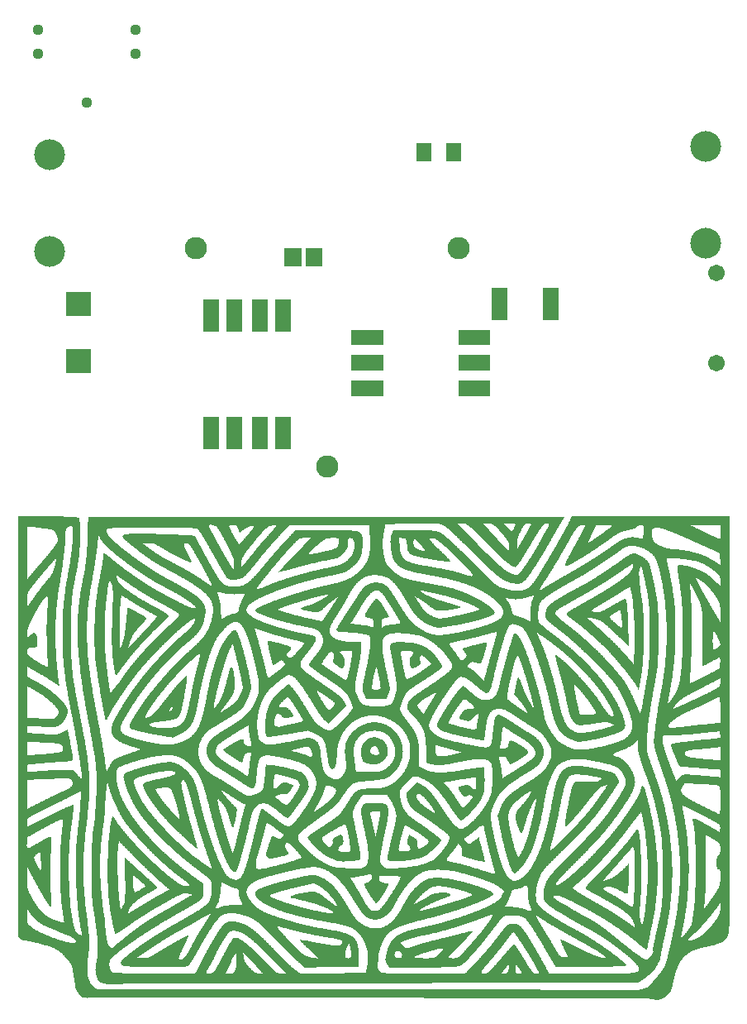
<source format=gbp>
G04 MADE WITH FRITZING*
G04 WWW.FRITZING.ORG*
G04 DOUBLE SIDED*
G04 HOLES PLATED*
G04 CONTOUR ON CENTER OF CONTOUR VECTOR*
%ASAXBY*%
%FSLAX23Y23*%
%MOIN*%
%OFA0B0*%
%SFA1.0B1.0*%
%ADD10C,0.124033*%
%ADD11C,0.090000*%
%ADD12C,0.067244*%
%ADD13C,0.044000*%
%ADD14R,0.062992X0.074803*%
%ADD15R,0.001000X0.001000*%
%LNPASTEMASK0*%
G90*
G70*
G54D10*
X236Y3492D03*
X236Y3104D03*
X236Y3492D03*
X236Y3104D03*
X2882Y3138D03*
X2882Y3526D03*
X2882Y3138D03*
X2882Y3526D03*
G54D11*
X1354Y2238D03*
X824Y3118D03*
X1884Y3118D03*
G54D12*
X2925Y2655D03*
X2925Y3017D03*
G54D13*
X582Y3997D03*
X189Y3997D03*
X189Y3899D03*
X386Y3702D03*
X582Y3899D03*
G54D14*
X1866Y3505D03*
X1744Y3505D03*
G36*
X1580Y2623D02*
X1451Y2623D01*
X1451Y2686D01*
X1580Y2686D01*
X1580Y2623D01*
G37*
D02*
G36*
X1580Y2521D02*
X1451Y2521D01*
X1451Y2584D01*
X1580Y2584D01*
X1580Y2521D01*
G37*
D02*
G36*
X854Y2306D02*
X854Y2436D01*
X917Y2436D01*
X917Y2306D01*
X854Y2306D01*
G37*
D02*
G36*
X854Y2779D02*
X854Y2909D01*
X917Y2909D01*
X917Y2779D01*
X854Y2779D01*
G37*
D02*
G36*
X949Y2306D02*
X949Y2436D01*
X1012Y2436D01*
X1012Y2306D01*
X949Y2306D01*
G37*
D02*
G36*
X949Y2779D02*
X949Y2909D01*
X1012Y2909D01*
X1012Y2779D01*
X949Y2779D01*
G37*
D02*
G36*
X1051Y2306D02*
X1051Y2436D01*
X1114Y2436D01*
X1114Y2306D01*
X1051Y2306D01*
G37*
D02*
G36*
X1051Y2779D02*
X1051Y2909D01*
X1114Y2909D01*
X1114Y2779D01*
X1051Y2779D01*
G37*
D02*
G36*
X1145Y2306D02*
X1145Y2436D01*
X1208Y2436D01*
X1208Y2306D01*
X1145Y2306D01*
G37*
D02*
G36*
X1145Y2779D02*
X1145Y2909D01*
X1208Y2909D01*
X1208Y2779D01*
X1145Y2779D01*
G37*
D02*
G36*
X1580Y2726D02*
X1451Y2726D01*
X1451Y2788D01*
X1580Y2788D01*
X1580Y2726D01*
G37*
D02*
G36*
X2013Y2521D02*
X1884Y2521D01*
X1884Y2584D01*
X2013Y2584D01*
X2013Y2521D01*
G37*
D02*
G36*
X2013Y2623D02*
X1884Y2623D01*
X1884Y2686D01*
X2013Y2686D01*
X2013Y2623D01*
G37*
D02*
G36*
X1336Y3043D02*
X1269Y3043D01*
X1269Y3117D01*
X1336Y3117D01*
X1336Y3043D01*
G37*
D02*
G36*
X1250Y3043D02*
X1183Y3043D01*
X1183Y3117D01*
X1250Y3117D01*
X1250Y3043D01*
G37*
D02*
G36*
X400Y2614D02*
X300Y2614D01*
X300Y2711D01*
X400Y2711D01*
X400Y2614D01*
G37*
D02*
G36*
X400Y2843D02*
X300Y2843D01*
X300Y2939D01*
X400Y2939D01*
X400Y2843D01*
G37*
D02*
G36*
X2224Y2826D02*
X2224Y2956D01*
X2287Y2956D01*
X2287Y2826D01*
X2224Y2826D01*
G37*
D02*
G36*
X2019Y2826D02*
X2019Y2956D01*
X2082Y2956D01*
X2082Y2826D01*
X2019Y2826D01*
G37*
D02*
G36*
X2013Y2726D02*
X1884Y2726D01*
X1884Y2788D01*
X2013Y2788D01*
X2013Y2726D01*
G37*
D02*
G54D15*
X107Y2038D02*
X121Y2038D01*
X107Y2037D02*
X195Y2037D01*
X2342Y2037D02*
X2977Y2037D01*
X107Y2036D02*
X255Y2036D01*
X2342Y2036D02*
X2977Y2036D01*
X107Y2035D02*
X291Y2035D01*
X2341Y2035D02*
X2977Y2035D01*
X107Y2034D02*
X317Y2034D01*
X2341Y2034D02*
X2977Y2034D01*
X107Y2033D02*
X334Y2033D01*
X2340Y2033D02*
X2977Y2033D01*
X107Y2032D02*
X345Y2032D01*
X391Y2032D02*
X2310Y2032D01*
X2340Y2032D02*
X2977Y2032D01*
X107Y2031D02*
X352Y2031D01*
X391Y2031D02*
X2310Y2031D01*
X2339Y2031D02*
X2977Y2031D01*
X107Y2030D02*
X354Y2030D01*
X391Y2030D02*
X2309Y2030D01*
X2339Y2030D02*
X2977Y2030D01*
X107Y2029D02*
X354Y2029D01*
X391Y2029D02*
X2308Y2029D01*
X2338Y2029D02*
X2977Y2029D01*
X107Y2028D02*
X354Y2028D01*
X391Y2028D02*
X2308Y2028D01*
X2338Y2028D02*
X2977Y2028D01*
X107Y2027D02*
X354Y2027D01*
X391Y2027D02*
X2307Y2027D01*
X2337Y2027D02*
X2977Y2027D01*
X107Y2026D02*
X354Y2026D01*
X391Y2026D02*
X2307Y2026D01*
X2337Y2026D02*
X2977Y2026D01*
X107Y2025D02*
X355Y2025D01*
X391Y2025D02*
X2306Y2025D01*
X2336Y2025D02*
X2977Y2025D01*
X107Y2024D02*
X355Y2024D01*
X391Y2024D02*
X2305Y2024D01*
X2336Y2024D02*
X2977Y2024D01*
X107Y2023D02*
X355Y2023D01*
X391Y2023D02*
X2305Y2023D01*
X2336Y2023D02*
X2977Y2023D01*
X107Y2022D02*
X355Y2022D01*
X391Y2022D02*
X2304Y2022D01*
X2335Y2022D02*
X2977Y2022D01*
X107Y2021D02*
X355Y2021D01*
X391Y2021D02*
X2304Y2021D01*
X2335Y2021D02*
X2977Y2021D01*
X107Y2020D02*
X355Y2020D01*
X391Y2020D02*
X2303Y2020D01*
X2334Y2020D02*
X2977Y2020D01*
X107Y2019D02*
X355Y2019D01*
X391Y2019D02*
X2302Y2019D01*
X2334Y2019D02*
X2977Y2019D01*
X107Y2018D02*
X355Y2018D01*
X391Y2018D02*
X2302Y2018D01*
X2333Y2018D02*
X2977Y2018D01*
X107Y2017D02*
X355Y2017D01*
X391Y2017D02*
X2301Y2017D01*
X2333Y2017D02*
X2977Y2017D01*
X107Y2016D02*
X355Y2016D01*
X391Y2016D02*
X2301Y2016D01*
X2332Y2016D02*
X2977Y2016D01*
X107Y2015D02*
X355Y2015D01*
X391Y2015D02*
X2300Y2015D01*
X2332Y2015D02*
X2977Y2015D01*
X107Y2014D02*
X356Y2014D01*
X391Y2014D02*
X2299Y2014D01*
X2331Y2014D02*
X2977Y2014D01*
X107Y2013D02*
X356Y2013D01*
X390Y2013D02*
X2299Y2013D01*
X2331Y2013D02*
X2977Y2013D01*
X107Y2012D02*
X356Y2012D01*
X390Y2012D02*
X2298Y2012D01*
X2330Y2012D02*
X2977Y2012D01*
X107Y2011D02*
X356Y2011D01*
X390Y2011D02*
X2298Y2011D01*
X2330Y2011D02*
X2977Y2011D01*
X107Y2010D02*
X356Y2010D01*
X390Y2010D02*
X2297Y2010D01*
X2329Y2010D02*
X2977Y2010D01*
X107Y2009D02*
X356Y2009D01*
X390Y2009D02*
X2296Y2009D01*
X2329Y2009D02*
X2977Y2009D01*
X107Y2008D02*
X356Y2008D01*
X390Y2008D02*
X2296Y2008D01*
X2328Y2008D02*
X2977Y2008D01*
X107Y2007D02*
X356Y2007D01*
X390Y2007D02*
X1894Y2007D01*
X1905Y2007D02*
X1984Y2007D01*
X2006Y2007D02*
X2066Y2007D01*
X2100Y2007D02*
X2163Y2007D01*
X2165Y2007D02*
X2238Y2007D01*
X2240Y2007D02*
X2295Y2007D01*
X2328Y2007D02*
X2977Y2007D01*
X107Y2006D02*
X356Y2006D01*
X390Y2006D02*
X1697Y2006D01*
X1775Y2006D02*
X1881Y2006D01*
X1911Y2006D02*
X1984Y2006D01*
X2017Y2006D02*
X2066Y2006D01*
X2111Y2006D02*
X2157Y2006D01*
X2174Y2006D02*
X2233Y2006D01*
X2246Y2006D02*
X2295Y2006D01*
X2327Y2006D02*
X2977Y2006D01*
X107Y2005D02*
X356Y2005D01*
X390Y2005D02*
X1627Y2005D01*
X1807Y2005D02*
X1882Y2005D01*
X1914Y2005D02*
X1985Y2005D01*
X2020Y2005D02*
X2067Y2005D01*
X2113Y2005D02*
X2155Y2005D01*
X2176Y2005D02*
X2231Y2005D01*
X2247Y2005D02*
X2294Y2005D01*
X2327Y2005D02*
X2977Y2005D01*
X107Y2004D02*
X356Y2004D01*
X390Y2004D02*
X1588Y2004D01*
X1815Y2004D02*
X1882Y2004D01*
X1917Y2004D02*
X1986Y2004D01*
X2023Y2004D02*
X2068Y2004D01*
X2114Y2004D02*
X2153Y2004D01*
X2177Y2004D02*
X2230Y2004D01*
X2248Y2004D02*
X2293Y2004D01*
X2326Y2004D02*
X2977Y2004D01*
X107Y2003D02*
X356Y2003D01*
X390Y2003D02*
X1588Y2003D01*
X1818Y2003D02*
X1883Y2003D01*
X1918Y2003D02*
X1987Y2003D01*
X2025Y2003D02*
X2069Y2003D01*
X2114Y2003D02*
X2152Y2003D01*
X2177Y2003D02*
X2228Y2003D01*
X2249Y2003D02*
X2293Y2003D01*
X2326Y2003D02*
X2977Y2003D01*
X107Y2002D02*
X356Y2002D01*
X390Y2002D02*
X880Y2002D01*
X887Y2002D02*
X1588Y2002D01*
X1820Y2002D02*
X1884Y2002D01*
X1920Y2002D02*
X1988Y2002D01*
X2026Y2002D02*
X2070Y2002D01*
X2114Y2002D02*
X2151Y2002D01*
X2177Y2002D02*
X2227Y2002D01*
X2249Y2002D02*
X2292Y2002D01*
X2325Y2002D02*
X2977Y2002D01*
X107Y2001D02*
X356Y2001D01*
X390Y2001D02*
X877Y2001D01*
X893Y2001D02*
X966Y2001D01*
X982Y2001D02*
X1202Y2001D01*
X1523Y2001D02*
X1588Y2001D01*
X1822Y2001D02*
X1885Y2001D01*
X1922Y2001D02*
X1989Y2001D01*
X2028Y2001D02*
X2071Y2001D01*
X2114Y2001D02*
X2150Y2001D01*
X2176Y2001D02*
X2226Y2001D01*
X2249Y2001D02*
X2292Y2001D01*
X2325Y2001D02*
X2387Y2001D01*
X2397Y2001D02*
X2439Y2001D01*
X2483Y2001D02*
X2618Y2001D01*
X2626Y2001D02*
X2909Y2001D01*
X2941Y2001D02*
X2977Y2001D01*
X107Y2000D02*
X356Y2000D01*
X390Y2000D02*
X876Y2000D01*
X897Y2000D02*
X963Y2000D01*
X985Y2000D02*
X1135Y2000D01*
X1149Y2000D02*
X1201Y2000D01*
X1523Y2000D02*
X1588Y2000D01*
X1824Y2000D02*
X1886Y2000D01*
X1923Y2000D02*
X1990Y2000D01*
X2029Y2000D02*
X2072Y2000D01*
X2114Y2000D02*
X2149Y2000D01*
X2176Y2000D02*
X2225Y2000D01*
X2249Y2000D02*
X2291Y2000D01*
X2324Y2000D02*
X2378Y2000D01*
X2397Y2000D02*
X2438Y2000D01*
X2497Y2000D02*
X2614Y2000D01*
X2629Y2000D02*
X2820Y2000D01*
X2941Y2000D02*
X2977Y2000D01*
X107Y1999D02*
X356Y1999D01*
X390Y1999D02*
X876Y1999D01*
X899Y1999D02*
X961Y1999D01*
X987Y1999D02*
X1130Y1999D01*
X1150Y1999D02*
X1200Y1999D01*
X1524Y1999D02*
X1587Y1999D01*
X1826Y1999D02*
X1887Y1999D01*
X1925Y1999D02*
X1991Y1999D01*
X2030Y1999D02*
X2073Y1999D01*
X2113Y1999D02*
X2148Y1999D01*
X2175Y1999D02*
X2224Y1999D01*
X2249Y1999D02*
X2290Y1999D01*
X2324Y1999D02*
X2373Y1999D01*
X2396Y1999D02*
X2438Y1999D01*
X2501Y1999D02*
X2612Y1999D01*
X2630Y1999D02*
X2821Y1999D01*
X2941Y1999D02*
X2977Y1999D01*
X107Y1998D02*
X356Y1998D01*
X390Y1998D02*
X876Y1998D01*
X902Y1998D02*
X959Y1998D01*
X988Y1998D02*
X1126Y1998D01*
X1149Y1998D02*
X1199Y1998D01*
X1524Y1998D02*
X1587Y1998D01*
X1827Y1998D02*
X1888Y1998D01*
X1926Y1998D02*
X1992Y1998D01*
X2031Y1998D02*
X2074Y1998D01*
X2113Y1998D02*
X2147Y1998D01*
X2175Y1998D02*
X2223Y1998D01*
X2249Y1998D02*
X2290Y1998D01*
X2323Y1998D02*
X2371Y1998D01*
X2396Y1998D02*
X2437Y1998D01*
X2503Y1998D02*
X2610Y1998D01*
X2631Y1998D02*
X2823Y1998D01*
X2941Y1998D02*
X2977Y1998D01*
X107Y1997D02*
X356Y1997D01*
X390Y1997D02*
X876Y1997D01*
X904Y1997D02*
X959Y1997D01*
X989Y1997D02*
X1123Y1997D01*
X1149Y1997D02*
X1198Y1997D01*
X1524Y1997D02*
X1587Y1997D01*
X1829Y1997D02*
X1889Y1997D01*
X1927Y1997D02*
X1993Y1997D01*
X2033Y1997D02*
X2075Y1997D01*
X2112Y1997D02*
X2147Y1997D01*
X2174Y1997D02*
X2222Y1997D01*
X2248Y1997D02*
X2289Y1997D01*
X2323Y1997D02*
X2369Y1997D01*
X2395Y1997D02*
X2437Y1997D01*
X2504Y1997D02*
X2608Y1997D01*
X2631Y1997D02*
X2826Y1997D01*
X2941Y1997D02*
X2977Y1997D01*
X107Y1996D02*
X319Y1996D01*
X322Y1996D02*
X356Y1996D01*
X390Y1996D02*
X877Y1996D01*
X906Y1996D02*
X959Y1996D01*
X990Y1996D02*
X1044Y1996D01*
X1057Y1996D02*
X1121Y1996D01*
X1148Y1996D02*
X1198Y1996D01*
X1524Y1996D02*
X1587Y1996D01*
X1830Y1996D02*
X1890Y1996D01*
X1929Y1996D02*
X1993Y1996D01*
X2034Y1996D02*
X2076Y1996D01*
X2112Y1996D02*
X2146Y1996D01*
X2174Y1996D02*
X2222Y1996D01*
X2248Y1996D02*
X2289Y1996D01*
X2322Y1996D02*
X2368Y1996D01*
X2395Y1996D02*
X2436Y1996D01*
X2503Y1996D02*
X2606Y1996D01*
X2631Y1996D02*
X2828Y1996D01*
X2941Y1996D02*
X2977Y1996D01*
X107Y1995D02*
X313Y1995D01*
X326Y1995D02*
X356Y1995D01*
X390Y1995D02*
X877Y1995D01*
X908Y1995D02*
X959Y1995D01*
X991Y1995D02*
X1041Y1995D01*
X1058Y1995D02*
X1119Y1995D01*
X1148Y1995D02*
X1197Y1995D01*
X1524Y1995D02*
X1587Y1995D01*
X1831Y1995D02*
X1891Y1995D01*
X1930Y1995D02*
X1994Y1995D01*
X2035Y1995D02*
X2077Y1995D01*
X2112Y1995D02*
X2145Y1995D01*
X2173Y1995D02*
X2221Y1995D01*
X2248Y1995D02*
X2288Y1995D01*
X2321Y1995D02*
X2366Y1995D01*
X2394Y1995D02*
X2436Y1995D01*
X2501Y1995D02*
X2605Y1995D01*
X2631Y1995D02*
X2830Y1995D01*
X2941Y1995D02*
X2977Y1995D01*
X107Y1994D02*
X144Y1994D01*
X157Y1994D02*
X310Y1994D01*
X327Y1994D02*
X356Y1994D01*
X390Y1994D02*
X878Y1994D01*
X909Y1994D02*
X959Y1994D01*
X992Y1994D02*
X1038Y1994D01*
X1059Y1994D02*
X1117Y1994D01*
X1147Y1994D02*
X1196Y1994D01*
X1524Y1994D02*
X1587Y1994D01*
X1833Y1994D02*
X1892Y1994D01*
X1931Y1994D02*
X1995Y1994D01*
X2036Y1994D02*
X2078Y1994D01*
X2111Y1994D02*
X2145Y1994D01*
X2173Y1994D02*
X2220Y1994D01*
X2247Y1994D02*
X2288Y1994D01*
X2321Y1994D02*
X2365Y1994D01*
X2394Y1994D02*
X2435Y1994D01*
X2500Y1994D02*
X2604Y1994D01*
X2632Y1994D02*
X2832Y1994D01*
X2941Y1994D02*
X2977Y1994D01*
X107Y1993D02*
X144Y1993D01*
X168Y1993D02*
X308Y1993D01*
X327Y1993D02*
X356Y1993D01*
X390Y1993D02*
X878Y1993D01*
X910Y1993D02*
X959Y1993D01*
X992Y1993D02*
X1035Y1993D01*
X1058Y1993D02*
X1115Y1993D01*
X1146Y1993D02*
X1195Y1993D01*
X1524Y1993D02*
X1586Y1993D01*
X1834Y1993D02*
X1893Y1993D01*
X1932Y1993D02*
X1996Y1993D01*
X2037Y1993D02*
X2079Y1993D01*
X2111Y1993D02*
X2144Y1993D01*
X2172Y1993D02*
X2219Y1993D01*
X2247Y1993D02*
X2287Y1993D01*
X2320Y1993D02*
X2364Y1993D01*
X2393Y1993D02*
X2435Y1993D01*
X2499Y1993D02*
X2603Y1993D01*
X2632Y1993D02*
X2834Y1993D01*
X2941Y1993D02*
X2977Y1993D01*
X107Y1992D02*
X144Y1992D01*
X177Y1992D02*
X307Y1992D01*
X328Y1992D02*
X356Y1992D01*
X390Y1992D02*
X879Y1992D01*
X911Y1992D02*
X960Y1992D01*
X993Y1992D02*
X1033Y1992D01*
X1058Y1992D02*
X1114Y1992D01*
X1146Y1992D02*
X1194Y1992D01*
X1524Y1992D02*
X1586Y1992D01*
X1835Y1992D02*
X1894Y1992D01*
X1933Y1992D02*
X1997Y1992D01*
X2038Y1992D02*
X2080Y1992D01*
X2110Y1992D02*
X2143Y1992D01*
X2172Y1992D02*
X2218Y1992D01*
X2246Y1992D02*
X2286Y1992D01*
X2320Y1992D02*
X2363Y1992D01*
X2393Y1992D02*
X2434Y1992D01*
X2498Y1992D02*
X2602Y1992D01*
X2632Y1992D02*
X2836Y1992D01*
X2941Y1992D02*
X2977Y1992D01*
X107Y1991D02*
X144Y1991D01*
X186Y1991D02*
X306Y1991D01*
X328Y1991D02*
X356Y1991D01*
X390Y1991D02*
X531Y1991D01*
X759Y1991D02*
X879Y1991D01*
X912Y1991D02*
X960Y1991D01*
X994Y1991D02*
X1031Y1991D01*
X1058Y1991D02*
X1113Y1991D01*
X1145Y1991D02*
X1193Y1991D01*
X1524Y1991D02*
X1586Y1991D01*
X1837Y1991D02*
X1895Y1991D01*
X1934Y1991D02*
X1998Y1991D01*
X2039Y1991D02*
X2081Y1991D01*
X2110Y1991D02*
X2143Y1991D01*
X2171Y1991D02*
X2218Y1991D01*
X2246Y1991D02*
X2286Y1991D01*
X2319Y1991D02*
X2362Y1991D01*
X2392Y1991D02*
X2434Y1991D01*
X2496Y1991D02*
X2601Y1991D01*
X2632Y1991D02*
X2838Y1991D01*
X2941Y1991D02*
X2977Y1991D01*
X107Y1990D02*
X144Y1990D01*
X193Y1990D02*
X305Y1990D01*
X328Y1990D02*
X356Y1990D01*
X390Y1990D02*
X500Y1990D01*
X798Y1990D02*
X880Y1990D01*
X913Y1990D02*
X961Y1990D01*
X994Y1990D02*
X1029Y1990D01*
X1057Y1990D02*
X1111Y1990D01*
X1144Y1990D02*
X1192Y1990D01*
X1524Y1990D02*
X1586Y1990D01*
X1838Y1990D02*
X1896Y1990D01*
X1935Y1990D02*
X1999Y1990D01*
X2040Y1990D02*
X2082Y1990D01*
X2109Y1990D02*
X2142Y1990D01*
X2171Y1990D02*
X2217Y1990D01*
X2245Y1990D02*
X2285Y1990D01*
X2319Y1990D02*
X2361Y1990D01*
X2392Y1990D02*
X2434Y1990D01*
X2495Y1990D02*
X2599Y1990D01*
X2632Y1990D02*
X2678Y1990D01*
X2692Y1990D02*
X2840Y1990D01*
X2941Y1990D02*
X2977Y1990D01*
X107Y1989D02*
X144Y1989D01*
X201Y1989D02*
X304Y1989D01*
X329Y1989D02*
X356Y1989D01*
X390Y1989D02*
X487Y1989D01*
X812Y1989D02*
X880Y1989D01*
X913Y1989D02*
X961Y1989D01*
X995Y1989D02*
X1027Y1989D01*
X1056Y1989D02*
X1110Y1989D01*
X1143Y1989D02*
X1191Y1989D01*
X1524Y1989D02*
X1586Y1989D01*
X1839Y1989D02*
X1897Y1989D01*
X1937Y1989D02*
X2000Y1989D01*
X2041Y1989D02*
X2083Y1989D01*
X2109Y1989D02*
X2142Y1989D01*
X2170Y1989D02*
X2216Y1989D01*
X2245Y1989D02*
X2285Y1989D01*
X2318Y1989D02*
X2361Y1989D01*
X2391Y1989D02*
X2433Y1989D01*
X2494Y1989D02*
X2597Y1989D01*
X2632Y1989D02*
X2674Y1989D01*
X2697Y1989D02*
X2842Y1989D01*
X2941Y1989D02*
X2977Y1989D01*
X107Y1988D02*
X144Y1988D01*
X208Y1988D02*
X304Y1988D01*
X329Y1988D02*
X356Y1988D01*
X390Y1988D02*
X479Y1988D01*
X820Y1988D02*
X881Y1988D01*
X914Y1988D02*
X962Y1988D01*
X995Y1988D02*
X1025Y1988D01*
X1056Y1988D02*
X1109Y1988D01*
X1143Y1988D02*
X1190Y1988D01*
X1524Y1988D02*
X1586Y1988D01*
X1840Y1988D02*
X1898Y1988D01*
X1938Y1988D02*
X2001Y1988D01*
X2041Y1988D02*
X2084Y1988D01*
X2108Y1988D02*
X2141Y1988D01*
X2169Y1988D02*
X2215Y1988D01*
X2244Y1988D02*
X2284Y1988D01*
X2318Y1988D02*
X2360Y1988D01*
X2391Y1988D02*
X2433Y1988D01*
X2493Y1988D02*
X2595Y1988D01*
X2632Y1988D02*
X2672Y1988D01*
X2702Y1988D02*
X2844Y1988D01*
X2941Y1988D02*
X2977Y1988D01*
X107Y1987D02*
X144Y1987D01*
X216Y1987D02*
X303Y1987D01*
X329Y1987D02*
X356Y1987D01*
X390Y1987D02*
X474Y1987D01*
X825Y1987D02*
X881Y1987D01*
X915Y1987D02*
X962Y1987D01*
X995Y1987D02*
X1023Y1987D01*
X1055Y1987D02*
X1108Y1987D01*
X1142Y1987D02*
X1189Y1987D01*
X1524Y1987D02*
X1585Y1987D01*
X1841Y1987D02*
X1899Y1987D01*
X1939Y1987D02*
X2002Y1987D01*
X2042Y1987D02*
X2085Y1987D01*
X2108Y1987D02*
X2141Y1987D01*
X2169Y1987D02*
X2215Y1987D01*
X2243Y1987D02*
X2283Y1987D01*
X2317Y1987D02*
X2359Y1987D01*
X2390Y1987D02*
X2432Y1987D01*
X2491Y1987D02*
X2593Y1987D01*
X2632Y1987D02*
X2670Y1987D01*
X2706Y1987D02*
X2846Y1987D01*
X2941Y1987D02*
X2977Y1987D01*
X107Y1986D02*
X144Y1986D01*
X223Y1986D02*
X303Y1986D01*
X329Y1986D02*
X356Y1986D01*
X389Y1986D02*
X470Y1986D01*
X828Y1986D02*
X882Y1986D01*
X915Y1986D02*
X962Y1986D01*
X996Y1986D02*
X1022Y1986D01*
X1054Y1986D02*
X1106Y1986D01*
X1141Y1986D02*
X1188Y1986D01*
X1525Y1986D02*
X1585Y1986D01*
X1843Y1986D02*
X1900Y1986D01*
X1940Y1986D02*
X2002Y1986D01*
X2043Y1986D02*
X2086Y1986D01*
X2107Y1986D02*
X2140Y1986D01*
X2168Y1986D02*
X2214Y1986D01*
X2243Y1986D02*
X2283Y1986D01*
X2317Y1986D02*
X2358Y1986D01*
X2390Y1986D02*
X2432Y1986D01*
X2490Y1986D02*
X2590Y1986D01*
X2632Y1986D02*
X2669Y1986D01*
X2709Y1986D02*
X2848Y1986D01*
X2941Y1986D02*
X2977Y1986D01*
X107Y1985D02*
X144Y1985D01*
X229Y1985D02*
X302Y1985D01*
X329Y1985D02*
X356Y1985D01*
X389Y1985D02*
X468Y1985D01*
X831Y1985D02*
X882Y1985D01*
X916Y1985D02*
X963Y1985D01*
X996Y1985D02*
X1020Y1985D01*
X1054Y1985D02*
X1105Y1985D01*
X1140Y1985D02*
X1187Y1985D01*
X1525Y1985D02*
X1585Y1985D01*
X1844Y1985D02*
X1901Y1985D01*
X1941Y1985D02*
X2003Y1985D01*
X2044Y1985D02*
X2087Y1985D01*
X2107Y1985D02*
X2139Y1985D01*
X2168Y1985D02*
X2213Y1985D01*
X2242Y1985D02*
X2282Y1985D01*
X2316Y1985D02*
X2358Y1985D01*
X2389Y1985D02*
X2431Y1985D01*
X2489Y1985D02*
X2587Y1985D01*
X2632Y1985D02*
X2668Y1985D01*
X2712Y1985D02*
X2850Y1985D01*
X2941Y1985D02*
X2977Y1985D01*
X107Y1984D02*
X144Y1984D01*
X235Y1984D02*
X302Y1984D01*
X329Y1984D02*
X357Y1984D01*
X389Y1984D02*
X466Y1984D01*
X832Y1984D02*
X883Y1984D01*
X917Y1984D02*
X963Y1984D01*
X997Y1984D02*
X1019Y1984D01*
X1053Y1984D02*
X1104Y1984D01*
X1139Y1984D02*
X1186Y1984D01*
X1525Y1984D02*
X1585Y1984D01*
X1845Y1984D02*
X1902Y1984D01*
X1942Y1984D02*
X2004Y1984D01*
X2045Y1984D02*
X2088Y1984D01*
X2106Y1984D02*
X2139Y1984D01*
X2167Y1984D02*
X2213Y1984D01*
X2241Y1984D02*
X2282Y1984D01*
X2316Y1984D02*
X2357Y1984D01*
X2389Y1984D02*
X2431Y1984D01*
X2487Y1984D02*
X2584Y1984D01*
X2632Y1984D02*
X2667Y1984D01*
X2716Y1984D02*
X2852Y1984D01*
X2941Y1984D02*
X2977Y1984D01*
X107Y1983D02*
X144Y1983D01*
X241Y1983D02*
X301Y1983D01*
X329Y1983D02*
X357Y1983D01*
X389Y1983D02*
X465Y1983D01*
X834Y1983D02*
X883Y1983D01*
X917Y1983D02*
X964Y1983D01*
X997Y1983D02*
X1018Y1983D01*
X1052Y1983D02*
X1103Y1983D01*
X1138Y1983D02*
X1185Y1983D01*
X1525Y1983D02*
X1585Y1983D01*
X1846Y1983D02*
X1903Y1983D01*
X1943Y1983D02*
X2005Y1983D01*
X2046Y1983D02*
X2089Y1983D01*
X2106Y1983D02*
X2138Y1983D01*
X2167Y1983D02*
X2212Y1983D01*
X2241Y1983D02*
X2281Y1983D01*
X2315Y1983D02*
X2356Y1983D01*
X2388Y1983D02*
X2430Y1983D01*
X2486Y1983D02*
X2579Y1983D01*
X2632Y1983D02*
X2666Y1983D01*
X2718Y1983D02*
X2854Y1983D01*
X2941Y1983D02*
X2977Y1983D01*
X107Y1982D02*
X144Y1982D01*
X245Y1982D02*
X301Y1982D01*
X329Y1982D02*
X357Y1982D01*
X389Y1982D02*
X465Y1982D01*
X835Y1982D02*
X884Y1982D01*
X918Y1982D02*
X964Y1982D01*
X998Y1982D02*
X1016Y1982D01*
X1051Y1982D02*
X1102Y1982D01*
X1138Y1982D02*
X1184Y1982D01*
X1525Y1982D02*
X1585Y1982D01*
X1847Y1982D02*
X1904Y1982D01*
X1944Y1982D02*
X2006Y1982D01*
X2047Y1982D02*
X2090Y1982D01*
X2105Y1982D02*
X2138Y1982D01*
X2166Y1982D02*
X2211Y1982D01*
X2240Y1982D02*
X2281Y1982D01*
X2314Y1982D02*
X2356Y1982D01*
X2388Y1982D02*
X2430Y1982D01*
X2485Y1982D02*
X2574Y1982D01*
X2632Y1982D02*
X2665Y1982D01*
X2721Y1982D02*
X2857Y1982D01*
X2941Y1982D02*
X2977Y1982D01*
X107Y1981D02*
X144Y1981D01*
X247Y1981D02*
X301Y1981D01*
X329Y1981D02*
X357Y1981D01*
X389Y1981D02*
X464Y1981D01*
X836Y1981D02*
X884Y1981D01*
X918Y1981D02*
X965Y1981D01*
X998Y1981D02*
X1015Y1981D01*
X1051Y1981D02*
X1101Y1981D01*
X1137Y1981D02*
X1183Y1981D01*
X1525Y1981D02*
X1584Y1981D01*
X1849Y1981D02*
X1904Y1981D01*
X1945Y1981D02*
X2007Y1981D01*
X2048Y1981D02*
X2091Y1981D01*
X2105Y1981D02*
X2137Y1981D01*
X2166Y1981D02*
X2211Y1981D01*
X2239Y1981D02*
X2280Y1981D01*
X2314Y1981D02*
X2355Y1981D01*
X2387Y1981D02*
X2429Y1981D01*
X2483Y1981D02*
X2569Y1981D01*
X2632Y1981D02*
X2665Y1981D01*
X2724Y1981D02*
X2859Y1981D01*
X2941Y1981D02*
X2977Y1981D01*
X107Y1980D02*
X144Y1980D01*
X249Y1980D02*
X300Y1980D01*
X329Y1980D02*
X357Y1980D01*
X389Y1980D02*
X464Y1980D01*
X837Y1980D02*
X885Y1980D01*
X919Y1980D02*
X965Y1980D01*
X998Y1980D02*
X1014Y1980D01*
X1050Y1980D02*
X1100Y1980D01*
X1136Y1980D02*
X1182Y1980D01*
X1227Y1980D02*
X1435Y1980D01*
X1525Y1980D02*
X1584Y1980D01*
X1621Y1980D02*
X1757Y1980D01*
X1850Y1980D02*
X1905Y1980D01*
X1946Y1980D02*
X2008Y1980D01*
X2049Y1980D02*
X2092Y1980D01*
X2104Y1980D02*
X2137Y1980D01*
X2165Y1980D02*
X2210Y1980D01*
X2239Y1980D02*
X2279Y1980D01*
X2313Y1980D02*
X2354Y1980D01*
X2387Y1980D02*
X2429Y1980D01*
X2482Y1980D02*
X2564Y1980D01*
X2632Y1980D02*
X2664Y1980D01*
X2727Y1980D02*
X2861Y1980D01*
X2941Y1980D02*
X2977Y1980D01*
X107Y1979D02*
X144Y1979D01*
X251Y1979D02*
X300Y1979D01*
X329Y1979D02*
X357Y1979D01*
X389Y1979D02*
X464Y1979D01*
X838Y1979D02*
X885Y1979D01*
X920Y1979D02*
X966Y1979D01*
X999Y1979D02*
X1012Y1979D01*
X1049Y1979D02*
X1099Y1979D01*
X1135Y1979D02*
X1181Y1979D01*
X1226Y1979D02*
X1454Y1979D01*
X1525Y1979D02*
X1584Y1979D01*
X1621Y1979D02*
X1776Y1979D01*
X1851Y1979D02*
X1906Y1979D01*
X1947Y1979D02*
X2009Y1979D01*
X2050Y1979D02*
X2094Y1979D01*
X2103Y1979D02*
X2136Y1979D01*
X2165Y1979D02*
X2209Y1979D01*
X2238Y1979D02*
X2279Y1979D01*
X2313Y1979D02*
X2354Y1979D01*
X2386Y1979D02*
X2428Y1979D01*
X2480Y1979D02*
X2560Y1979D01*
X2632Y1979D02*
X2664Y1979D01*
X2730Y1979D02*
X2863Y1979D01*
X2941Y1979D02*
X2977Y1979D01*
X107Y1978D02*
X143Y1978D01*
X252Y1978D02*
X300Y1978D01*
X329Y1978D02*
X357Y1978D01*
X389Y1978D02*
X464Y1978D01*
X838Y1978D02*
X886Y1978D01*
X920Y1978D02*
X966Y1978D01*
X999Y1978D02*
X1011Y1978D01*
X1048Y1978D02*
X1098Y1978D01*
X1134Y1978D02*
X1181Y1978D01*
X1225Y1978D02*
X1464Y1978D01*
X1525Y1978D02*
X1584Y1978D01*
X1620Y1978D02*
X1785Y1978D01*
X1852Y1978D02*
X1907Y1978D01*
X1948Y1978D02*
X2010Y1978D01*
X2051Y1978D02*
X2095Y1978D01*
X2102Y1978D02*
X2136Y1978D01*
X2164Y1978D02*
X2209Y1978D01*
X2237Y1978D02*
X2278Y1978D01*
X2312Y1978D02*
X2353Y1978D01*
X2386Y1978D02*
X2428Y1978D01*
X2479Y1978D02*
X2556Y1978D01*
X2632Y1978D02*
X2664Y1978D01*
X2732Y1978D02*
X2865Y1978D01*
X2941Y1978D02*
X2977Y1978D01*
X107Y1977D02*
X143Y1977D01*
X253Y1977D02*
X300Y1977D01*
X329Y1977D02*
X357Y1977D01*
X389Y1977D02*
X464Y1977D01*
X839Y1977D02*
X886Y1977D01*
X921Y1977D02*
X967Y1977D01*
X1000Y1977D02*
X1010Y1977D01*
X1047Y1977D02*
X1097Y1977D01*
X1133Y1977D02*
X1180Y1977D01*
X1224Y1977D02*
X1470Y1977D01*
X1525Y1977D02*
X1584Y1977D01*
X1620Y1977D02*
X1791Y1977D01*
X1853Y1977D02*
X1908Y1977D01*
X1949Y1977D02*
X2011Y1977D01*
X2051Y1977D02*
X2098Y1977D01*
X2100Y1977D02*
X2135Y1977D01*
X2163Y1977D02*
X2208Y1977D01*
X2237Y1977D02*
X2278Y1977D01*
X2312Y1977D02*
X2352Y1977D01*
X2385Y1977D02*
X2427Y1977D01*
X2478Y1977D02*
X2552Y1977D01*
X2632Y1977D02*
X2663Y1977D01*
X2735Y1977D02*
X2867Y1977D01*
X2941Y1977D02*
X2977Y1977D01*
X107Y1976D02*
X143Y1976D01*
X254Y1976D02*
X299Y1976D01*
X329Y1976D02*
X357Y1976D01*
X389Y1976D02*
X464Y1976D01*
X840Y1976D02*
X887Y1976D01*
X921Y1976D02*
X967Y1976D01*
X1000Y1976D02*
X1008Y1976D01*
X1046Y1976D02*
X1096Y1976D01*
X1133Y1976D02*
X1179Y1976D01*
X1223Y1976D02*
X1474Y1976D01*
X1525Y1976D02*
X1584Y1976D01*
X1620Y1976D02*
X1796Y1976D01*
X1854Y1976D02*
X1909Y1976D01*
X1951Y1976D02*
X2012Y1976D01*
X2052Y1976D02*
X2135Y1976D01*
X2163Y1976D02*
X2207Y1976D01*
X2236Y1976D02*
X2277Y1976D01*
X2311Y1976D02*
X2352Y1976D01*
X2385Y1976D02*
X2427Y1976D01*
X2476Y1976D02*
X2549Y1976D01*
X2632Y1976D02*
X2663Y1976D01*
X2738Y1976D02*
X2869Y1976D01*
X2941Y1976D02*
X2977Y1976D01*
X107Y1975D02*
X143Y1975D01*
X255Y1975D02*
X299Y1975D01*
X329Y1975D02*
X357Y1975D01*
X389Y1975D02*
X464Y1975D01*
X840Y1975D02*
X887Y1975D01*
X922Y1975D02*
X968Y1975D01*
X1000Y1975D02*
X1007Y1975D01*
X1046Y1975D02*
X1095Y1975D01*
X1132Y1975D02*
X1178Y1975D01*
X1222Y1975D02*
X1478Y1975D01*
X1525Y1975D02*
X1583Y1975D01*
X1619Y1975D02*
X1799Y1975D01*
X1855Y1975D02*
X1910Y1975D01*
X1952Y1975D02*
X2012Y1975D01*
X2053Y1975D02*
X2134Y1975D01*
X2162Y1975D02*
X2207Y1975D01*
X2236Y1975D02*
X2276Y1975D01*
X2311Y1975D02*
X2351Y1975D01*
X2384Y1975D02*
X2427Y1975D01*
X2475Y1975D02*
X2546Y1975D01*
X2631Y1975D02*
X2663Y1975D01*
X2740Y1975D02*
X2871Y1975D01*
X2941Y1975D02*
X2977Y1975D01*
X107Y1974D02*
X143Y1974D01*
X256Y1974D02*
X299Y1974D01*
X329Y1974D02*
X357Y1974D01*
X389Y1974D02*
X464Y1974D01*
X841Y1974D02*
X888Y1974D01*
X922Y1974D02*
X968Y1974D01*
X1001Y1974D02*
X1006Y1974D01*
X1045Y1974D02*
X1094Y1974D01*
X1131Y1974D02*
X1177Y1974D01*
X1221Y1974D02*
X1481Y1974D01*
X1525Y1974D02*
X1583Y1974D01*
X1619Y1974D02*
X1802Y1974D01*
X1856Y1974D02*
X1911Y1974D01*
X1953Y1974D02*
X2013Y1974D01*
X2054Y1974D02*
X2134Y1974D01*
X2162Y1974D02*
X2206Y1974D01*
X2235Y1974D02*
X2276Y1974D01*
X2310Y1974D02*
X2350Y1974D01*
X2384Y1974D02*
X2426Y1974D01*
X2474Y1974D02*
X2543Y1974D01*
X2631Y1974D02*
X2663Y1974D01*
X2743Y1974D02*
X2873Y1974D01*
X2941Y1974D02*
X2977Y1974D01*
X107Y1973D02*
X143Y1973D01*
X257Y1973D02*
X299Y1973D01*
X329Y1973D02*
X357Y1973D01*
X389Y1973D02*
X465Y1973D01*
X842Y1973D02*
X888Y1973D01*
X923Y1973D02*
X969Y1973D01*
X1001Y1973D02*
X1005Y1973D01*
X1044Y1973D02*
X1093Y1973D01*
X1130Y1973D02*
X1176Y1973D01*
X1220Y1973D02*
X1483Y1973D01*
X1525Y1973D02*
X1583Y1973D01*
X1618Y1973D02*
X1805Y1973D01*
X1857Y1973D02*
X1912Y1973D01*
X1954Y1973D02*
X2014Y1973D01*
X2055Y1973D02*
X2133Y1973D01*
X2161Y1973D02*
X2205Y1973D01*
X2234Y1973D02*
X2275Y1973D01*
X2310Y1973D02*
X2350Y1973D01*
X2383Y1973D02*
X2426Y1973D01*
X2472Y1973D02*
X2541Y1973D01*
X2631Y1973D02*
X2663Y1973D01*
X2745Y1973D02*
X2875Y1973D01*
X2941Y1973D02*
X2977Y1973D01*
X107Y1972D02*
X143Y1972D01*
X257Y1972D02*
X299Y1972D01*
X329Y1972D02*
X357Y1972D01*
X389Y1972D02*
X465Y1972D01*
X842Y1972D02*
X889Y1972D01*
X924Y1972D02*
X969Y1972D01*
X1002Y1972D02*
X1003Y1972D01*
X1043Y1972D02*
X1092Y1972D01*
X1129Y1972D02*
X1175Y1972D01*
X1219Y1972D02*
X1485Y1972D01*
X1526Y1972D02*
X1583Y1972D01*
X1618Y1972D02*
X1807Y1972D01*
X1858Y1972D02*
X1913Y1972D01*
X1955Y1972D02*
X2015Y1972D01*
X2056Y1972D02*
X2133Y1972D01*
X2161Y1972D02*
X2205Y1972D01*
X2234Y1972D02*
X2275Y1972D01*
X2309Y1972D02*
X2349Y1972D01*
X2383Y1972D02*
X2425Y1972D01*
X2471Y1972D02*
X2539Y1972D01*
X2631Y1972D02*
X2663Y1972D01*
X2748Y1972D02*
X2878Y1972D01*
X2941Y1972D02*
X2977Y1972D01*
X107Y1971D02*
X143Y1971D01*
X258Y1971D02*
X299Y1971D01*
X329Y1971D02*
X357Y1971D01*
X389Y1971D02*
X465Y1971D01*
X843Y1971D02*
X890Y1971D01*
X924Y1971D02*
X970Y1971D01*
X1002Y1971D02*
X1002Y1971D01*
X1042Y1971D02*
X1091Y1971D01*
X1128Y1971D02*
X1174Y1971D01*
X1219Y1971D02*
X1486Y1971D01*
X1526Y1971D02*
X1583Y1971D01*
X1618Y1971D02*
X1809Y1971D01*
X1860Y1971D02*
X1914Y1971D01*
X1956Y1971D02*
X2016Y1971D01*
X2057Y1971D02*
X2132Y1971D01*
X2160Y1971D02*
X2204Y1971D01*
X2233Y1971D02*
X2274Y1971D01*
X2308Y1971D02*
X2348Y1971D01*
X2382Y1971D02*
X2425Y1971D01*
X2469Y1971D02*
X2536Y1971D01*
X2631Y1971D02*
X2663Y1971D01*
X2750Y1971D02*
X2880Y1971D01*
X2941Y1971D02*
X2977Y1971D01*
X107Y1970D02*
X143Y1970D01*
X259Y1970D02*
X299Y1970D01*
X329Y1970D02*
X357Y1970D01*
X389Y1970D02*
X466Y1970D01*
X844Y1970D02*
X890Y1970D01*
X925Y1970D02*
X970Y1970D01*
X1041Y1970D02*
X1091Y1970D01*
X1127Y1970D02*
X1173Y1970D01*
X1218Y1970D02*
X1487Y1970D01*
X1526Y1970D02*
X1583Y1970D01*
X1617Y1970D02*
X1811Y1970D01*
X1861Y1970D02*
X1915Y1970D01*
X1957Y1970D02*
X2017Y1970D01*
X2058Y1970D02*
X2132Y1970D01*
X2160Y1970D02*
X2204Y1970D01*
X2233Y1970D02*
X2274Y1970D01*
X2308Y1970D02*
X2348Y1970D01*
X2382Y1970D02*
X2424Y1970D01*
X2468Y1970D02*
X2534Y1970D01*
X2631Y1970D02*
X2663Y1970D01*
X2753Y1970D02*
X2882Y1970D01*
X2941Y1970D02*
X2977Y1970D01*
X107Y1969D02*
X143Y1969D01*
X259Y1969D02*
X299Y1969D01*
X329Y1969D02*
X357Y1969D01*
X389Y1969D02*
X466Y1969D01*
X844Y1969D02*
X891Y1969D01*
X925Y1969D02*
X971Y1969D01*
X1041Y1969D02*
X1090Y1969D01*
X1126Y1969D02*
X1172Y1969D01*
X1217Y1969D02*
X1489Y1969D01*
X1526Y1969D02*
X1582Y1969D01*
X1617Y1969D02*
X1813Y1969D01*
X1862Y1969D02*
X1916Y1969D01*
X1958Y1969D02*
X2018Y1969D01*
X2058Y1969D02*
X2131Y1969D01*
X2159Y1969D02*
X2203Y1969D01*
X2232Y1969D02*
X2273Y1969D01*
X2307Y1969D02*
X2347Y1969D01*
X2381Y1969D02*
X2424Y1969D01*
X2467Y1969D02*
X2532Y1969D01*
X2631Y1969D02*
X2663Y1969D01*
X2755Y1969D02*
X2884Y1969D01*
X2941Y1969D02*
X2977Y1969D01*
X107Y1968D02*
X143Y1968D01*
X260Y1968D02*
X298Y1968D01*
X329Y1968D02*
X357Y1968D01*
X389Y1968D02*
X466Y1968D01*
X845Y1968D02*
X891Y1968D01*
X926Y1968D02*
X971Y1968D01*
X1040Y1968D02*
X1089Y1968D01*
X1125Y1968D02*
X1171Y1968D01*
X1216Y1968D02*
X1490Y1968D01*
X1526Y1968D02*
X1582Y1968D01*
X1616Y1968D02*
X1815Y1968D01*
X1863Y1968D02*
X1917Y1968D01*
X1959Y1968D02*
X2019Y1968D01*
X2059Y1968D02*
X2131Y1968D01*
X2158Y1968D02*
X2202Y1968D01*
X2231Y1968D02*
X2272Y1968D01*
X2307Y1968D02*
X2347Y1968D01*
X2381Y1968D02*
X2423Y1968D01*
X2465Y1968D02*
X2530Y1968D01*
X2631Y1968D02*
X2663Y1968D01*
X2758Y1968D02*
X2886Y1968D01*
X2941Y1968D02*
X2977Y1968D01*
X107Y1967D02*
X143Y1967D01*
X261Y1967D02*
X298Y1967D01*
X329Y1967D02*
X357Y1967D01*
X389Y1967D02*
X467Y1967D01*
X846Y1967D02*
X892Y1967D01*
X927Y1967D02*
X972Y1967D01*
X1039Y1967D02*
X1088Y1967D01*
X1124Y1967D02*
X1170Y1967D01*
X1215Y1967D02*
X1490Y1967D01*
X1526Y1967D02*
X1582Y1967D01*
X1616Y1967D02*
X1817Y1967D01*
X1864Y1967D02*
X1918Y1967D01*
X1960Y1967D02*
X2020Y1967D01*
X2060Y1967D02*
X2130Y1967D01*
X2158Y1967D02*
X2202Y1967D01*
X2231Y1967D02*
X2272Y1967D01*
X2306Y1967D02*
X2346Y1967D01*
X2380Y1967D02*
X2423Y1967D01*
X2464Y1967D02*
X2529Y1967D01*
X2631Y1967D02*
X2663Y1967D01*
X2760Y1967D02*
X2888Y1967D01*
X2941Y1967D02*
X2977Y1967D01*
X107Y1966D02*
X143Y1966D01*
X261Y1966D02*
X298Y1966D01*
X329Y1966D02*
X357Y1966D01*
X389Y1966D02*
X467Y1966D01*
X583Y1966D02*
X591Y1966D01*
X846Y1966D02*
X892Y1966D01*
X927Y1966D02*
X972Y1966D01*
X1038Y1966D02*
X1087Y1966D01*
X1123Y1966D02*
X1169Y1966D01*
X1214Y1966D02*
X1491Y1966D01*
X1526Y1966D02*
X1582Y1966D01*
X1615Y1966D02*
X1818Y1966D01*
X1865Y1966D02*
X1919Y1966D01*
X1961Y1966D02*
X2021Y1966D01*
X2061Y1966D02*
X2130Y1966D01*
X2157Y1966D02*
X2201Y1966D01*
X2230Y1966D02*
X2271Y1966D01*
X2306Y1966D02*
X2345Y1966D01*
X2379Y1966D02*
X2422Y1966D01*
X2462Y1966D02*
X2527Y1966D01*
X2631Y1966D02*
X2663Y1966D01*
X2762Y1966D02*
X2890Y1966D01*
X2941Y1966D02*
X2977Y1966D01*
X107Y1965D02*
X143Y1965D01*
X262Y1965D02*
X298Y1965D01*
X329Y1965D02*
X357Y1965D01*
X389Y1965D02*
X468Y1965D01*
X554Y1965D02*
X665Y1965D01*
X847Y1965D02*
X893Y1965D01*
X928Y1965D02*
X973Y1965D01*
X1037Y1965D02*
X1086Y1965D01*
X1123Y1965D02*
X1168Y1965D01*
X1213Y1965D02*
X1492Y1965D01*
X1526Y1965D02*
X1582Y1965D01*
X1615Y1965D02*
X1819Y1965D01*
X1866Y1965D02*
X1920Y1965D01*
X1962Y1965D02*
X2022Y1965D01*
X2062Y1965D02*
X2129Y1965D01*
X2157Y1965D02*
X2200Y1965D01*
X2230Y1965D02*
X2271Y1965D01*
X2305Y1965D02*
X2345Y1965D01*
X2379Y1965D02*
X2422Y1965D01*
X2461Y1965D02*
X2525Y1965D01*
X2631Y1965D02*
X2663Y1965D01*
X2765Y1965D02*
X2892Y1965D01*
X2941Y1965D02*
X2977Y1965D01*
X107Y1964D02*
X143Y1964D01*
X262Y1964D02*
X298Y1964D01*
X329Y1964D02*
X357Y1964D01*
X389Y1964D02*
X469Y1964D01*
X545Y1964D02*
X702Y1964D01*
X848Y1964D02*
X893Y1964D01*
X928Y1964D02*
X974Y1964D01*
X1037Y1964D02*
X1085Y1964D01*
X1122Y1964D02*
X1167Y1964D01*
X1212Y1964D02*
X1492Y1964D01*
X1526Y1964D02*
X1582Y1964D01*
X1615Y1964D02*
X1821Y1964D01*
X1867Y1964D02*
X1921Y1964D01*
X1963Y1964D02*
X2022Y1964D01*
X2063Y1964D02*
X2129Y1964D01*
X2156Y1964D02*
X2200Y1964D01*
X2229Y1964D02*
X2270Y1964D01*
X2304Y1964D02*
X2344Y1964D01*
X2378Y1964D02*
X2421Y1964D01*
X2460Y1964D02*
X2523Y1964D01*
X2631Y1964D02*
X2663Y1964D01*
X2767Y1964D02*
X2895Y1964D01*
X2941Y1964D02*
X2977Y1964D01*
X107Y1963D02*
X143Y1963D01*
X263Y1963D02*
X298Y1963D01*
X329Y1963D02*
X357Y1963D01*
X389Y1963D02*
X469Y1963D01*
X539Y1963D02*
X732Y1963D01*
X848Y1963D02*
X894Y1963D01*
X929Y1963D02*
X974Y1963D01*
X1036Y1963D02*
X1084Y1963D01*
X1121Y1963D02*
X1166Y1963D01*
X1211Y1963D02*
X1493Y1963D01*
X1526Y1963D02*
X1581Y1963D01*
X1614Y1963D02*
X1822Y1963D01*
X1868Y1963D02*
X1922Y1963D01*
X1964Y1963D02*
X2023Y1963D01*
X2064Y1963D02*
X2129Y1963D01*
X2156Y1963D02*
X2199Y1963D01*
X2229Y1963D02*
X2270Y1963D01*
X2304Y1963D02*
X2344Y1963D01*
X2378Y1963D02*
X2421Y1963D01*
X2458Y1963D02*
X2521Y1963D01*
X2631Y1963D02*
X2663Y1963D01*
X2769Y1963D02*
X2897Y1963D01*
X2941Y1963D02*
X2977Y1963D01*
X107Y1962D02*
X143Y1962D01*
X263Y1962D02*
X298Y1962D01*
X329Y1962D02*
X357Y1962D01*
X389Y1962D02*
X470Y1962D01*
X536Y1962D02*
X754Y1962D01*
X849Y1962D02*
X894Y1962D01*
X929Y1962D02*
X975Y1962D01*
X1035Y1962D02*
X1083Y1962D01*
X1120Y1962D02*
X1165Y1962D01*
X1210Y1962D02*
X1493Y1962D01*
X1526Y1962D02*
X1581Y1962D01*
X1614Y1962D02*
X1823Y1962D01*
X1869Y1962D02*
X1923Y1962D01*
X1965Y1962D02*
X2024Y1962D01*
X2064Y1962D02*
X2128Y1962D01*
X2155Y1962D02*
X2199Y1962D01*
X2228Y1962D02*
X2269Y1962D01*
X2303Y1962D02*
X2343Y1962D01*
X2377Y1962D02*
X2421Y1962D01*
X2457Y1962D02*
X2520Y1962D01*
X2631Y1962D02*
X2663Y1962D01*
X2772Y1962D02*
X2899Y1962D01*
X2941Y1962D02*
X2977Y1962D01*
X107Y1961D02*
X143Y1961D01*
X263Y1961D02*
X298Y1961D01*
X329Y1961D02*
X357Y1961D01*
X389Y1961D02*
X471Y1961D01*
X533Y1961D02*
X774Y1961D01*
X850Y1961D02*
X895Y1961D01*
X930Y1961D02*
X975Y1961D01*
X1034Y1961D02*
X1083Y1961D01*
X1119Y1961D02*
X1164Y1961D01*
X1209Y1961D02*
X1494Y1961D01*
X1526Y1961D02*
X1581Y1961D01*
X1614Y1961D02*
X1824Y1961D01*
X1870Y1961D02*
X1924Y1961D01*
X1966Y1961D02*
X2025Y1961D01*
X2065Y1961D02*
X2128Y1961D01*
X2154Y1961D02*
X2198Y1961D01*
X2227Y1961D02*
X2268Y1961D01*
X2303Y1961D02*
X2342Y1961D01*
X2377Y1961D02*
X2420Y1961D01*
X2455Y1961D02*
X2518Y1961D01*
X2631Y1961D02*
X2663Y1961D01*
X2774Y1961D02*
X2901Y1961D01*
X2941Y1961D02*
X2977Y1961D01*
X107Y1960D02*
X143Y1960D01*
X264Y1960D02*
X298Y1960D01*
X329Y1960D02*
X357Y1960D01*
X388Y1960D02*
X433Y1960D01*
X435Y1960D02*
X471Y1960D01*
X532Y1960D02*
X792Y1960D01*
X850Y1960D02*
X895Y1960D01*
X930Y1960D02*
X976Y1960D01*
X1033Y1960D02*
X1082Y1960D01*
X1118Y1960D02*
X1164Y1960D01*
X1208Y1960D02*
X1494Y1960D01*
X1526Y1960D02*
X1581Y1960D01*
X1613Y1960D02*
X1826Y1960D01*
X1871Y1960D02*
X1925Y1960D01*
X1967Y1960D02*
X2026Y1960D01*
X2066Y1960D02*
X2127Y1960D01*
X2154Y1960D02*
X2197Y1960D01*
X2227Y1960D02*
X2268Y1960D01*
X2302Y1960D02*
X2342Y1960D01*
X2376Y1960D02*
X2420Y1960D01*
X2454Y1960D02*
X2517Y1960D01*
X2630Y1960D02*
X2663Y1960D01*
X2777Y1960D02*
X2903Y1960D01*
X2941Y1960D02*
X2977Y1960D01*
X107Y1959D02*
X143Y1959D01*
X264Y1959D02*
X298Y1959D01*
X329Y1959D02*
X357Y1959D01*
X388Y1959D02*
X433Y1959D01*
X436Y1959D02*
X472Y1959D01*
X531Y1959D02*
X810Y1959D01*
X851Y1959D02*
X896Y1959D01*
X931Y1959D02*
X976Y1959D01*
X1032Y1959D02*
X1081Y1959D01*
X1117Y1959D02*
X1163Y1959D01*
X1207Y1959D02*
X1494Y1959D01*
X1527Y1959D02*
X1581Y1959D01*
X1613Y1959D02*
X1827Y1959D01*
X1872Y1959D02*
X1926Y1959D01*
X1968Y1959D02*
X2027Y1959D01*
X2067Y1959D02*
X2127Y1959D01*
X2153Y1959D02*
X2197Y1959D01*
X2226Y1959D02*
X2267Y1959D01*
X2302Y1959D02*
X2341Y1959D01*
X2376Y1959D02*
X2419Y1959D01*
X2453Y1959D02*
X2515Y1959D01*
X2630Y1959D02*
X2663Y1959D01*
X2779Y1959D02*
X2905Y1959D01*
X2941Y1959D02*
X2977Y1959D01*
X107Y1958D02*
X143Y1958D01*
X264Y1958D02*
X298Y1958D01*
X328Y1958D02*
X357Y1958D01*
X388Y1958D02*
X432Y1958D01*
X436Y1958D02*
X473Y1958D01*
X530Y1958D02*
X820Y1958D01*
X851Y1958D02*
X896Y1958D01*
X932Y1958D02*
X977Y1958D01*
X1031Y1958D02*
X1080Y1958D01*
X1116Y1958D02*
X1162Y1958D01*
X1206Y1958D02*
X1495Y1958D01*
X1527Y1958D02*
X1581Y1958D01*
X1613Y1958D02*
X1828Y1958D01*
X1873Y1958D02*
X1927Y1958D01*
X1969Y1958D02*
X2028Y1958D01*
X2068Y1958D02*
X2127Y1958D01*
X2153Y1958D02*
X2196Y1958D01*
X2226Y1958D02*
X2267Y1958D01*
X2301Y1958D02*
X2341Y1958D01*
X2375Y1958D02*
X2419Y1958D01*
X2451Y1958D02*
X2513Y1958D01*
X2630Y1958D02*
X2664Y1958D01*
X2781Y1958D02*
X2908Y1958D01*
X2941Y1958D02*
X2977Y1958D01*
X107Y1957D02*
X143Y1957D01*
X265Y1957D02*
X298Y1957D01*
X328Y1957D02*
X357Y1957D01*
X388Y1957D02*
X432Y1957D01*
X436Y1957D02*
X474Y1957D01*
X530Y1957D02*
X820Y1957D01*
X852Y1957D02*
X897Y1957D01*
X932Y1957D02*
X977Y1957D01*
X1031Y1957D02*
X1079Y1957D01*
X1115Y1957D02*
X1161Y1957D01*
X1205Y1957D02*
X1495Y1957D01*
X1527Y1957D02*
X1581Y1957D01*
X1613Y1957D02*
X1829Y1957D01*
X1874Y1957D02*
X1928Y1957D01*
X1970Y1957D02*
X2029Y1957D01*
X2069Y1957D02*
X2126Y1957D01*
X2152Y1957D02*
X2195Y1957D01*
X2225Y1957D02*
X2266Y1957D01*
X2301Y1957D02*
X2340Y1957D01*
X2375Y1957D02*
X2418Y1957D01*
X2450Y1957D02*
X2512Y1957D01*
X2630Y1957D02*
X2664Y1957D01*
X2784Y1957D02*
X2910Y1957D01*
X2941Y1957D02*
X2977Y1957D01*
X107Y1956D02*
X143Y1956D01*
X265Y1956D02*
X298Y1956D01*
X328Y1956D02*
X357Y1956D01*
X388Y1956D02*
X432Y1956D01*
X436Y1956D02*
X474Y1956D01*
X530Y1956D02*
X821Y1956D01*
X853Y1956D02*
X898Y1956D01*
X933Y1956D02*
X978Y1956D01*
X1030Y1956D02*
X1078Y1956D01*
X1114Y1956D02*
X1160Y1956D01*
X1204Y1956D02*
X1495Y1956D01*
X1527Y1956D02*
X1581Y1956D01*
X1612Y1956D02*
X1831Y1956D01*
X1876Y1956D02*
X1929Y1956D01*
X1971Y1956D02*
X2030Y1956D01*
X2069Y1956D02*
X2126Y1956D01*
X2152Y1956D02*
X2195Y1956D01*
X2225Y1956D02*
X2265Y1956D01*
X2300Y1956D02*
X2339Y1956D01*
X2374Y1956D02*
X2418Y1956D01*
X2448Y1956D02*
X2510Y1956D01*
X2630Y1956D02*
X2664Y1956D01*
X2786Y1956D02*
X2912Y1956D01*
X2941Y1956D02*
X2977Y1956D01*
X107Y1955D02*
X143Y1955D01*
X265Y1955D02*
X298Y1955D01*
X328Y1955D02*
X357Y1955D01*
X388Y1955D02*
X432Y1955D01*
X436Y1955D02*
X475Y1955D01*
X530Y1955D02*
X821Y1955D01*
X853Y1955D02*
X898Y1955D01*
X933Y1955D02*
X978Y1955D01*
X1029Y1955D02*
X1077Y1955D01*
X1113Y1955D02*
X1159Y1955D01*
X1203Y1955D02*
X1495Y1955D01*
X1527Y1955D02*
X1580Y1955D01*
X1612Y1955D02*
X1832Y1955D01*
X1877Y1955D02*
X1930Y1955D01*
X1972Y1955D02*
X2031Y1955D01*
X2070Y1955D02*
X2125Y1955D01*
X2151Y1955D02*
X2194Y1955D01*
X2224Y1955D02*
X2265Y1955D01*
X2299Y1955D02*
X2339Y1955D01*
X2374Y1955D02*
X2417Y1955D01*
X2447Y1955D02*
X2509Y1955D01*
X2630Y1955D02*
X2664Y1955D01*
X2788Y1955D02*
X2914Y1955D01*
X2941Y1955D02*
X2977Y1955D01*
X107Y1954D02*
X143Y1954D01*
X266Y1954D02*
X298Y1954D01*
X328Y1954D02*
X357Y1954D01*
X388Y1954D02*
X432Y1954D01*
X436Y1954D02*
X476Y1954D01*
X530Y1954D02*
X822Y1954D01*
X854Y1954D02*
X899Y1954D01*
X934Y1954D02*
X979Y1954D01*
X1028Y1954D02*
X1076Y1954D01*
X1112Y1954D02*
X1158Y1954D01*
X1202Y1954D02*
X1495Y1954D01*
X1527Y1954D02*
X1580Y1954D01*
X1612Y1954D02*
X1833Y1954D01*
X1878Y1954D02*
X1931Y1954D01*
X1973Y1954D02*
X2031Y1954D01*
X2071Y1954D02*
X2125Y1954D01*
X2150Y1954D02*
X2194Y1954D01*
X2224Y1954D02*
X2264Y1954D01*
X2299Y1954D02*
X2338Y1954D01*
X2373Y1954D02*
X2417Y1954D01*
X2445Y1954D02*
X2507Y1954D01*
X2630Y1954D02*
X2664Y1954D01*
X2791Y1954D02*
X2917Y1954D01*
X2941Y1954D02*
X2977Y1954D01*
X107Y1953D02*
X143Y1953D01*
X266Y1953D02*
X298Y1953D01*
X328Y1953D02*
X357Y1953D01*
X388Y1953D02*
X431Y1953D01*
X437Y1953D02*
X477Y1953D01*
X530Y1953D02*
X822Y1953D01*
X855Y1953D02*
X899Y1953D01*
X934Y1953D02*
X980Y1953D01*
X1027Y1953D02*
X1076Y1953D01*
X1112Y1953D02*
X1157Y1953D01*
X1202Y1953D02*
X1495Y1953D01*
X1527Y1953D02*
X1580Y1953D01*
X1612Y1953D02*
X1834Y1953D01*
X1879Y1953D02*
X1932Y1953D01*
X1974Y1953D02*
X2032Y1953D01*
X2072Y1953D02*
X2125Y1953D01*
X2150Y1953D02*
X2193Y1953D01*
X2223Y1953D02*
X2264Y1953D01*
X2298Y1953D02*
X2338Y1953D01*
X2373Y1953D02*
X2416Y1953D01*
X2444Y1953D02*
X2506Y1953D01*
X2629Y1953D02*
X2665Y1953D01*
X2793Y1953D02*
X2919Y1953D01*
X2941Y1953D02*
X2977Y1953D01*
X107Y1952D02*
X143Y1952D01*
X266Y1952D02*
X298Y1952D01*
X328Y1952D02*
X357Y1952D01*
X388Y1952D02*
X431Y1952D01*
X437Y1952D02*
X478Y1952D01*
X531Y1952D02*
X823Y1952D01*
X855Y1952D02*
X900Y1952D01*
X935Y1952D02*
X980Y1952D01*
X1026Y1952D02*
X1075Y1952D01*
X1111Y1952D02*
X1156Y1952D01*
X1201Y1952D02*
X1496Y1952D01*
X1527Y1952D02*
X1580Y1952D01*
X1612Y1952D02*
X1835Y1952D01*
X1880Y1952D02*
X1933Y1952D01*
X1975Y1952D02*
X2033Y1952D01*
X2073Y1952D02*
X2124Y1952D01*
X2149Y1952D02*
X2192Y1952D01*
X2223Y1952D02*
X2263Y1952D01*
X2298Y1952D02*
X2337Y1952D01*
X2372Y1952D02*
X2416Y1952D01*
X2443Y1952D02*
X2504Y1952D01*
X2583Y1952D02*
X2592Y1952D01*
X2629Y1952D02*
X2665Y1952D01*
X2795Y1952D02*
X2921Y1952D01*
X2941Y1952D02*
X2977Y1952D01*
X107Y1951D02*
X143Y1951D01*
X266Y1951D02*
X298Y1951D01*
X328Y1951D02*
X357Y1951D01*
X388Y1951D02*
X431Y1951D01*
X437Y1951D02*
X479Y1951D01*
X531Y1951D02*
X823Y1951D01*
X856Y1951D02*
X900Y1951D01*
X935Y1951D02*
X981Y1951D01*
X1025Y1951D02*
X1074Y1951D01*
X1110Y1951D02*
X1155Y1951D01*
X1200Y1951D02*
X1496Y1951D01*
X1527Y1951D02*
X1580Y1951D01*
X1612Y1951D02*
X1836Y1951D01*
X1881Y1951D02*
X1934Y1951D01*
X1976Y1951D02*
X2034Y1951D01*
X2073Y1951D02*
X2124Y1951D01*
X2149Y1951D02*
X2192Y1951D01*
X2222Y1951D02*
X2263Y1951D01*
X2297Y1951D02*
X2337Y1951D01*
X2371Y1951D02*
X2416Y1951D01*
X2441Y1951D02*
X2503Y1951D01*
X2573Y1951D02*
X2602Y1951D01*
X2629Y1951D02*
X2665Y1951D01*
X2797Y1951D02*
X2924Y1951D01*
X2941Y1951D02*
X2977Y1951D01*
X107Y1950D02*
X143Y1950D01*
X266Y1950D02*
X298Y1950D01*
X328Y1950D02*
X357Y1950D01*
X388Y1950D02*
X431Y1950D01*
X438Y1950D02*
X480Y1950D01*
X532Y1950D02*
X824Y1950D01*
X856Y1950D02*
X901Y1950D01*
X936Y1950D02*
X981Y1950D01*
X1025Y1950D02*
X1073Y1950D01*
X1109Y1950D02*
X1154Y1950D01*
X1199Y1950D02*
X1496Y1950D01*
X1527Y1950D02*
X1580Y1950D01*
X1611Y1950D02*
X1644Y1950D01*
X1647Y1950D02*
X1838Y1950D01*
X1882Y1950D02*
X1935Y1950D01*
X1977Y1950D02*
X2035Y1950D01*
X2074Y1950D02*
X2124Y1950D01*
X2148Y1950D02*
X2191Y1950D01*
X2221Y1950D02*
X2262Y1950D01*
X2297Y1950D02*
X2336Y1950D01*
X2371Y1950D02*
X2415Y1950D01*
X2440Y1950D02*
X2501Y1950D01*
X2568Y1950D02*
X2607Y1950D01*
X2629Y1950D02*
X2665Y1950D01*
X2800Y1950D02*
X2926Y1950D01*
X2941Y1950D02*
X2977Y1950D01*
X107Y1949D02*
X143Y1949D01*
X267Y1949D02*
X298Y1949D01*
X328Y1949D02*
X357Y1949D01*
X388Y1949D02*
X431Y1949D01*
X438Y1949D02*
X481Y1949D01*
X533Y1949D02*
X824Y1949D01*
X857Y1949D02*
X901Y1949D01*
X937Y1949D02*
X982Y1949D01*
X1024Y1949D02*
X1072Y1949D01*
X1108Y1949D02*
X1153Y1949D01*
X1198Y1949D02*
X1255Y1949D01*
X1290Y1949D02*
X1366Y1949D01*
X1391Y1949D02*
X1443Y1949D01*
X1449Y1949D02*
X1496Y1949D01*
X1527Y1949D02*
X1580Y1949D01*
X1611Y1949D02*
X1644Y1949D01*
X1656Y1949D02*
X1839Y1949D01*
X1883Y1949D02*
X1936Y1949D01*
X1978Y1949D02*
X2036Y1949D01*
X2075Y1949D02*
X2123Y1949D01*
X2148Y1949D02*
X2191Y1949D01*
X2221Y1949D02*
X2261Y1949D01*
X2296Y1949D02*
X2335Y1949D01*
X2370Y1949D02*
X2415Y1949D01*
X2438Y1949D02*
X2500Y1949D01*
X2564Y1949D02*
X2611Y1949D01*
X2628Y1949D02*
X2666Y1949D01*
X2802Y1949D02*
X2929Y1949D01*
X2941Y1949D02*
X2977Y1949D01*
X107Y1948D02*
X143Y1948D01*
X267Y1948D02*
X298Y1948D01*
X328Y1948D02*
X357Y1948D01*
X388Y1948D02*
X431Y1948D01*
X439Y1948D02*
X482Y1948D01*
X534Y1948D02*
X825Y1948D01*
X858Y1948D02*
X902Y1948D01*
X937Y1948D02*
X983Y1948D01*
X1023Y1948D02*
X1071Y1948D01*
X1107Y1948D02*
X1152Y1948D01*
X1197Y1948D02*
X1249Y1948D01*
X1289Y1948D02*
X1358Y1948D01*
X1397Y1948D02*
X1442Y1948D01*
X1452Y1948D02*
X1496Y1948D01*
X1527Y1948D02*
X1580Y1948D01*
X1611Y1948D02*
X1644Y1948D01*
X1663Y1948D02*
X1769Y1948D01*
X1778Y1948D02*
X1840Y1948D01*
X1884Y1948D02*
X1937Y1948D01*
X1979Y1948D02*
X2037Y1948D01*
X2076Y1948D02*
X2123Y1948D01*
X2147Y1948D02*
X2190Y1948D01*
X2220Y1948D02*
X2261Y1948D01*
X2296Y1948D02*
X2335Y1948D01*
X2370Y1948D02*
X2414Y1948D01*
X2437Y1948D02*
X2498Y1948D01*
X2560Y1948D02*
X2615Y1948D01*
X2628Y1948D02*
X2666Y1948D01*
X2804Y1948D02*
X2932Y1948D01*
X2941Y1948D02*
X2977Y1948D01*
X107Y1947D02*
X143Y1947D01*
X267Y1947D02*
X298Y1947D01*
X328Y1947D02*
X356Y1947D01*
X388Y1947D02*
X431Y1947D01*
X439Y1947D02*
X483Y1947D01*
X534Y1947D02*
X825Y1947D01*
X858Y1947D02*
X902Y1947D01*
X938Y1947D02*
X983Y1947D01*
X1022Y1947D02*
X1071Y1947D01*
X1106Y1947D02*
X1151Y1947D01*
X1196Y1947D02*
X1246Y1947D01*
X1288Y1947D02*
X1354Y1947D01*
X1399Y1947D02*
X1441Y1947D01*
X1454Y1947D02*
X1496Y1947D01*
X1527Y1947D02*
X1580Y1947D01*
X1611Y1947D02*
X1644Y1947D01*
X1667Y1947D02*
X1766Y1947D01*
X1785Y1947D02*
X1841Y1947D01*
X1885Y1947D02*
X1938Y1947D01*
X1979Y1947D02*
X2038Y1947D01*
X2076Y1947D02*
X2123Y1947D01*
X2146Y1947D02*
X2189Y1947D01*
X2220Y1947D02*
X2260Y1947D01*
X2295Y1947D02*
X2334Y1947D01*
X2369Y1947D02*
X2414Y1947D01*
X2435Y1947D02*
X2497Y1947D01*
X2557Y1947D02*
X2619Y1947D01*
X2626Y1947D02*
X2666Y1947D01*
X2806Y1947D02*
X2934Y1947D01*
X2941Y1947D02*
X2977Y1947D01*
X107Y1946D02*
X143Y1946D01*
X267Y1946D02*
X298Y1946D01*
X328Y1946D02*
X356Y1946D01*
X388Y1946D02*
X430Y1946D01*
X440Y1946D02*
X484Y1946D01*
X535Y1946D02*
X826Y1946D01*
X859Y1946D02*
X903Y1946D01*
X938Y1946D02*
X984Y1946D01*
X1021Y1946D02*
X1070Y1946D01*
X1105Y1946D02*
X1151Y1946D01*
X1195Y1946D02*
X1244Y1946D01*
X1287Y1946D02*
X1351Y1946D01*
X1400Y1946D02*
X1440Y1946D01*
X1455Y1946D02*
X1496Y1946D01*
X1527Y1946D02*
X1579Y1946D01*
X1611Y1946D02*
X1644Y1946D01*
X1670Y1946D02*
X1765Y1946D01*
X1789Y1946D02*
X1842Y1946D01*
X1886Y1946D02*
X1939Y1946D01*
X1980Y1946D02*
X2039Y1946D01*
X2077Y1946D02*
X2122Y1946D01*
X2146Y1946D02*
X2189Y1946D01*
X2219Y1946D02*
X2260Y1946D01*
X2294Y1946D02*
X2334Y1946D01*
X2369Y1946D02*
X2414Y1946D01*
X2434Y1946D02*
X2496Y1946D01*
X2554Y1946D02*
X2667Y1946D01*
X2809Y1946D02*
X2937Y1946D01*
X2941Y1946D02*
X2977Y1946D01*
X107Y1945D02*
X143Y1945D01*
X267Y1945D02*
X298Y1945D01*
X328Y1945D02*
X356Y1945D01*
X388Y1945D02*
X430Y1945D01*
X440Y1945D02*
X484Y1945D01*
X536Y1945D02*
X827Y1945D01*
X859Y1945D02*
X903Y1945D01*
X939Y1945D02*
X984Y1945D01*
X1020Y1945D02*
X1069Y1945D01*
X1104Y1945D02*
X1150Y1945D01*
X1194Y1945D02*
X1242Y1945D01*
X1286Y1945D02*
X1349Y1945D01*
X1401Y1945D02*
X1440Y1945D01*
X1457Y1945D02*
X1496Y1945D01*
X1528Y1945D02*
X1579Y1945D01*
X1611Y1945D02*
X1644Y1945D01*
X1671Y1945D02*
X1766Y1945D01*
X1791Y1945D02*
X1843Y1945D01*
X1887Y1945D02*
X1940Y1945D01*
X1981Y1945D02*
X2040Y1945D01*
X2078Y1945D02*
X2122Y1945D01*
X2145Y1945D02*
X2188Y1945D01*
X2219Y1945D02*
X2259Y1945D01*
X2294Y1945D02*
X2333Y1945D01*
X2368Y1945D02*
X2413Y1945D01*
X2432Y1945D02*
X2494Y1945D01*
X2551Y1945D02*
X2667Y1945D01*
X2811Y1945D02*
X2977Y1945D01*
X107Y1944D02*
X143Y1944D01*
X267Y1944D02*
X297Y1944D01*
X328Y1944D02*
X356Y1944D01*
X388Y1944D02*
X430Y1944D01*
X441Y1944D02*
X486Y1944D01*
X537Y1944D02*
X827Y1944D01*
X860Y1944D02*
X904Y1944D01*
X939Y1944D02*
X985Y1944D01*
X1019Y1944D02*
X1068Y1944D01*
X1103Y1944D02*
X1149Y1944D01*
X1193Y1944D02*
X1240Y1944D01*
X1285Y1944D02*
X1347Y1944D01*
X1402Y1944D02*
X1440Y1944D01*
X1458Y1944D02*
X1496Y1944D01*
X1528Y1944D02*
X1579Y1944D01*
X1611Y1944D02*
X1644Y1944D01*
X1672Y1944D02*
X1766Y1944D01*
X1793Y1944D02*
X1844Y1944D01*
X1888Y1944D02*
X1941Y1944D01*
X1982Y1944D02*
X2041Y1944D01*
X2079Y1944D02*
X2122Y1944D01*
X2145Y1944D02*
X2187Y1944D01*
X2218Y1944D02*
X2259Y1944D01*
X2293Y1944D02*
X2333Y1944D01*
X2368Y1944D02*
X2413Y1944D01*
X2431Y1944D02*
X2493Y1944D01*
X2549Y1944D02*
X2667Y1944D01*
X2813Y1944D02*
X2977Y1944D01*
X107Y1943D02*
X143Y1943D01*
X267Y1943D02*
X297Y1943D01*
X328Y1943D02*
X356Y1943D01*
X388Y1943D02*
X430Y1943D01*
X442Y1943D02*
X487Y1943D01*
X538Y1943D02*
X828Y1943D01*
X861Y1943D02*
X905Y1943D01*
X940Y1943D02*
X986Y1943D01*
X1018Y1943D02*
X1067Y1943D01*
X1102Y1943D02*
X1148Y1943D01*
X1192Y1943D02*
X1239Y1943D01*
X1284Y1943D02*
X1345Y1943D01*
X1402Y1943D02*
X1439Y1943D01*
X1458Y1943D02*
X1496Y1943D01*
X1528Y1943D02*
X1579Y1943D01*
X1611Y1943D02*
X1644Y1943D01*
X1673Y1943D02*
X1705Y1943D01*
X1710Y1943D02*
X1767Y1943D01*
X1794Y1943D02*
X1846Y1943D01*
X1889Y1943D02*
X1942Y1943D01*
X1983Y1943D02*
X2042Y1943D01*
X2079Y1943D02*
X2122Y1943D01*
X2144Y1943D02*
X2187Y1943D01*
X2218Y1943D02*
X2258Y1943D01*
X2293Y1943D02*
X2332Y1943D01*
X2367Y1943D02*
X2412Y1943D01*
X2429Y1943D02*
X2491Y1943D01*
X2547Y1943D02*
X2668Y1943D01*
X2815Y1943D02*
X2977Y1943D01*
X107Y1942D02*
X143Y1942D01*
X267Y1942D02*
X297Y1942D01*
X328Y1942D02*
X356Y1942D01*
X388Y1942D02*
X430Y1942D01*
X442Y1942D02*
X488Y1942D01*
X539Y1942D02*
X828Y1942D01*
X861Y1942D02*
X905Y1942D01*
X940Y1942D02*
X986Y1942D01*
X1018Y1942D02*
X1066Y1942D01*
X1101Y1942D02*
X1147Y1942D01*
X1191Y1942D02*
X1238Y1942D01*
X1283Y1942D02*
X1343Y1942D01*
X1402Y1942D02*
X1439Y1942D01*
X1459Y1942D02*
X1496Y1942D01*
X1528Y1942D02*
X1579Y1942D01*
X1611Y1942D02*
X1644Y1942D01*
X1673Y1942D02*
X1704Y1942D01*
X1711Y1942D02*
X1767Y1942D01*
X1796Y1942D02*
X1847Y1942D01*
X1890Y1942D02*
X1943Y1942D01*
X1984Y1942D02*
X2042Y1942D01*
X2080Y1942D02*
X2122Y1942D01*
X2144Y1942D02*
X2186Y1942D01*
X2217Y1942D02*
X2258Y1942D01*
X2292Y1942D02*
X2332Y1942D01*
X2367Y1942D02*
X2412Y1942D01*
X2428Y1942D02*
X2490Y1942D01*
X2545Y1942D02*
X2668Y1942D01*
X2818Y1942D02*
X2977Y1942D01*
X107Y1941D02*
X143Y1941D01*
X267Y1941D02*
X297Y1941D01*
X328Y1941D02*
X356Y1941D01*
X388Y1941D02*
X430Y1941D01*
X443Y1941D02*
X489Y1941D01*
X540Y1941D02*
X829Y1941D01*
X862Y1941D02*
X906Y1941D01*
X941Y1941D02*
X987Y1941D01*
X1017Y1941D02*
X1066Y1941D01*
X1101Y1941D02*
X1146Y1941D01*
X1190Y1941D02*
X1236Y1941D01*
X1282Y1941D02*
X1342Y1941D01*
X1402Y1941D02*
X1439Y1941D01*
X1460Y1941D02*
X1496Y1941D01*
X1528Y1941D02*
X1579Y1941D01*
X1611Y1941D02*
X1644Y1941D01*
X1674Y1941D02*
X1704Y1941D01*
X1713Y1941D02*
X1768Y1941D01*
X1798Y1941D02*
X1848Y1941D01*
X1891Y1941D02*
X1944Y1941D01*
X1985Y1941D02*
X2043Y1941D01*
X2081Y1941D02*
X2121Y1941D01*
X2143Y1941D02*
X2186Y1941D01*
X2217Y1941D02*
X2257Y1941D01*
X2292Y1941D02*
X2331Y1941D01*
X2366Y1941D02*
X2411Y1941D01*
X2427Y1941D02*
X2489Y1941D01*
X2543Y1941D02*
X2669Y1941D01*
X2820Y1941D02*
X2977Y1941D01*
X107Y1940D02*
X143Y1940D01*
X267Y1940D02*
X297Y1940D01*
X328Y1940D02*
X356Y1940D01*
X388Y1940D02*
X429Y1940D01*
X444Y1940D02*
X490Y1940D01*
X541Y1940D02*
X829Y1940D01*
X862Y1940D02*
X906Y1940D01*
X941Y1940D02*
X987Y1940D01*
X1016Y1940D02*
X1065Y1940D01*
X1100Y1940D02*
X1145Y1940D01*
X1189Y1940D02*
X1235Y1940D01*
X1281Y1940D02*
X1340Y1940D01*
X1402Y1940D02*
X1439Y1940D01*
X1460Y1940D02*
X1496Y1940D01*
X1528Y1940D02*
X1579Y1940D01*
X1611Y1940D02*
X1644Y1940D01*
X1674Y1940D02*
X1703Y1940D01*
X1714Y1940D02*
X1769Y1940D01*
X1799Y1940D02*
X1849Y1940D01*
X1892Y1940D02*
X1945Y1940D01*
X1986Y1940D02*
X2044Y1940D01*
X2081Y1940D02*
X2121Y1940D01*
X2142Y1940D02*
X2185Y1940D01*
X2216Y1940D02*
X2256Y1940D01*
X2291Y1940D02*
X2330Y1940D01*
X2366Y1940D02*
X2411Y1940D01*
X2425Y1940D02*
X2487Y1940D01*
X2541Y1940D02*
X2669Y1940D01*
X2822Y1940D02*
X2977Y1940D01*
X107Y1939D02*
X143Y1939D01*
X267Y1939D02*
X297Y1939D01*
X328Y1939D02*
X356Y1939D01*
X388Y1939D02*
X429Y1939D01*
X444Y1939D02*
X491Y1939D01*
X542Y1939D02*
X830Y1939D01*
X863Y1939D02*
X907Y1939D01*
X942Y1939D02*
X988Y1939D01*
X1015Y1939D02*
X1064Y1939D01*
X1099Y1939D02*
X1144Y1939D01*
X1188Y1939D02*
X1234Y1939D01*
X1280Y1939D02*
X1338Y1939D01*
X1402Y1939D02*
X1438Y1939D01*
X1461Y1939D02*
X1496Y1939D01*
X1528Y1939D02*
X1579Y1939D01*
X1611Y1939D02*
X1645Y1939D01*
X1675Y1939D02*
X1703Y1939D01*
X1715Y1939D02*
X1770Y1939D01*
X1801Y1939D02*
X1850Y1939D01*
X1893Y1939D02*
X1946Y1939D01*
X1987Y1939D02*
X2045Y1939D01*
X2082Y1939D02*
X2121Y1939D01*
X2142Y1939D02*
X2184Y1939D01*
X2216Y1939D02*
X2256Y1939D01*
X2290Y1939D02*
X2330Y1939D01*
X2365Y1939D02*
X2411Y1939D01*
X2424Y1939D02*
X2486Y1939D01*
X2539Y1939D02*
X2670Y1939D01*
X2824Y1939D02*
X2977Y1939D01*
X107Y1938D02*
X143Y1938D01*
X267Y1938D02*
X297Y1938D01*
X327Y1938D02*
X356Y1938D01*
X388Y1938D02*
X429Y1938D01*
X445Y1938D02*
X492Y1938D01*
X543Y1938D02*
X830Y1938D01*
X864Y1938D02*
X907Y1938D01*
X942Y1938D02*
X989Y1938D01*
X1014Y1938D02*
X1063Y1938D01*
X1098Y1938D02*
X1143Y1938D01*
X1187Y1938D02*
X1233Y1938D01*
X1279Y1938D02*
X1337Y1938D01*
X1402Y1938D02*
X1438Y1938D01*
X1462Y1938D02*
X1496Y1938D01*
X1528Y1938D02*
X1579Y1938D01*
X1611Y1938D02*
X1645Y1938D01*
X1675Y1938D02*
X1703Y1938D01*
X1717Y1938D02*
X1771Y1938D01*
X1802Y1938D02*
X1851Y1938D01*
X1894Y1938D02*
X1947Y1938D01*
X1988Y1938D02*
X2046Y1938D01*
X2082Y1938D02*
X2121Y1938D01*
X2141Y1938D02*
X2184Y1938D01*
X2215Y1938D02*
X2255Y1938D01*
X2290Y1938D02*
X2329Y1938D01*
X2365Y1938D02*
X2410Y1938D01*
X2422Y1938D02*
X2485Y1938D01*
X2537Y1938D02*
X2670Y1938D01*
X2827Y1938D02*
X2977Y1938D01*
X107Y1937D02*
X143Y1937D01*
X267Y1937D02*
X297Y1937D01*
X327Y1937D02*
X356Y1937D01*
X388Y1937D02*
X429Y1937D01*
X446Y1937D02*
X493Y1937D01*
X544Y1937D02*
X831Y1937D01*
X864Y1937D02*
X908Y1937D01*
X943Y1937D02*
X989Y1937D01*
X1013Y1937D02*
X1062Y1937D01*
X1097Y1937D02*
X1142Y1937D01*
X1186Y1937D02*
X1232Y1937D01*
X1278Y1937D02*
X1336Y1937D01*
X1402Y1937D02*
X1438Y1937D01*
X1462Y1937D02*
X1496Y1937D01*
X1528Y1937D02*
X1579Y1937D01*
X1610Y1937D02*
X1645Y1937D01*
X1675Y1937D02*
X1703Y1937D01*
X1718Y1937D02*
X1771Y1937D01*
X1803Y1937D02*
X1852Y1937D01*
X1895Y1937D02*
X1948Y1937D01*
X1989Y1937D02*
X2047Y1937D01*
X2083Y1937D02*
X2121Y1937D01*
X2141Y1937D02*
X2183Y1937D01*
X2215Y1937D02*
X2255Y1937D01*
X2289Y1937D02*
X2329Y1937D01*
X2364Y1937D02*
X2410Y1937D01*
X2420Y1937D02*
X2483Y1937D01*
X2535Y1937D02*
X2671Y1937D01*
X2829Y1937D02*
X2977Y1937D01*
X107Y1936D02*
X143Y1936D01*
X267Y1936D02*
X297Y1936D01*
X327Y1936D02*
X356Y1936D01*
X388Y1936D02*
X429Y1936D01*
X447Y1936D02*
X494Y1936D01*
X546Y1936D02*
X831Y1936D01*
X865Y1936D02*
X908Y1936D01*
X944Y1936D02*
X990Y1936D01*
X1012Y1936D02*
X1061Y1936D01*
X1096Y1936D02*
X1141Y1936D01*
X1185Y1936D02*
X1231Y1936D01*
X1277Y1936D02*
X1334Y1936D01*
X1402Y1936D02*
X1438Y1936D01*
X1462Y1936D02*
X1496Y1936D01*
X1528Y1936D02*
X1579Y1936D01*
X1610Y1936D02*
X1645Y1936D01*
X1675Y1936D02*
X1702Y1936D01*
X1719Y1936D02*
X1772Y1936D01*
X1805Y1936D02*
X1853Y1936D01*
X1896Y1936D02*
X1949Y1936D01*
X1990Y1936D02*
X2048Y1936D01*
X2084Y1936D02*
X2120Y1936D01*
X2140Y1936D02*
X2183Y1936D01*
X2214Y1936D02*
X2254Y1936D01*
X2289Y1936D02*
X2328Y1936D01*
X2363Y1936D02*
X2410Y1936D01*
X2419Y1936D02*
X2482Y1936D01*
X2533Y1936D02*
X2672Y1936D01*
X2831Y1936D02*
X2977Y1936D01*
X107Y1935D02*
X143Y1935D01*
X267Y1935D02*
X297Y1935D01*
X327Y1935D02*
X356Y1935D01*
X388Y1935D02*
X429Y1935D01*
X447Y1935D02*
X495Y1935D01*
X547Y1935D02*
X832Y1935D01*
X865Y1935D02*
X909Y1935D01*
X944Y1935D02*
X991Y1935D01*
X1011Y1935D02*
X1061Y1935D01*
X1095Y1935D02*
X1141Y1935D01*
X1185Y1935D02*
X1229Y1935D01*
X1276Y1935D02*
X1333Y1935D01*
X1402Y1935D02*
X1438Y1935D01*
X1463Y1935D02*
X1496Y1935D01*
X1528Y1935D02*
X1579Y1935D01*
X1610Y1935D02*
X1645Y1935D01*
X1675Y1935D02*
X1702Y1935D01*
X1720Y1935D02*
X1773Y1935D01*
X1806Y1935D02*
X1854Y1935D01*
X1897Y1935D02*
X1950Y1935D01*
X1991Y1935D02*
X2049Y1935D01*
X2084Y1935D02*
X2120Y1935D01*
X2140Y1935D02*
X2182Y1935D01*
X2214Y1935D02*
X2254Y1935D01*
X2288Y1935D02*
X2328Y1935D01*
X2363Y1935D02*
X2409Y1935D01*
X2417Y1935D02*
X2480Y1935D01*
X2532Y1935D02*
X2672Y1935D01*
X2833Y1935D02*
X2977Y1935D01*
X107Y1934D02*
X143Y1934D01*
X266Y1934D02*
X297Y1934D01*
X327Y1934D02*
X356Y1934D01*
X387Y1934D02*
X429Y1934D01*
X448Y1934D02*
X496Y1934D01*
X548Y1934D02*
X833Y1934D01*
X866Y1934D02*
X909Y1934D01*
X945Y1934D02*
X991Y1934D01*
X1010Y1934D02*
X1060Y1934D01*
X1094Y1934D02*
X1140Y1934D01*
X1184Y1934D02*
X1228Y1934D01*
X1275Y1934D02*
X1332Y1934D01*
X1402Y1934D02*
X1438Y1934D01*
X1463Y1934D02*
X1496Y1934D01*
X1528Y1934D02*
X1579Y1934D01*
X1610Y1934D02*
X1645Y1934D01*
X1675Y1934D02*
X1702Y1934D01*
X1721Y1934D02*
X1774Y1934D01*
X1807Y1934D02*
X1856Y1934D01*
X1898Y1934D02*
X1951Y1934D01*
X1992Y1934D02*
X2050Y1934D01*
X2085Y1934D02*
X2120Y1934D01*
X2139Y1934D02*
X2181Y1934D01*
X2213Y1934D02*
X2253Y1934D01*
X2287Y1934D02*
X2327Y1934D01*
X2362Y1934D02*
X2409Y1934D01*
X2416Y1934D02*
X2479Y1934D01*
X2530Y1934D02*
X2673Y1934D01*
X2836Y1934D02*
X2977Y1934D01*
X107Y1933D02*
X143Y1933D01*
X266Y1933D02*
X297Y1933D01*
X327Y1933D02*
X356Y1933D01*
X387Y1933D02*
X429Y1933D01*
X449Y1933D02*
X497Y1933D01*
X549Y1933D02*
X833Y1933D01*
X866Y1933D02*
X910Y1933D01*
X945Y1933D02*
X992Y1933D01*
X1009Y1933D02*
X1059Y1933D01*
X1093Y1933D02*
X1139Y1933D01*
X1183Y1933D02*
X1227Y1933D01*
X1274Y1933D02*
X1330Y1933D01*
X1402Y1933D02*
X1438Y1933D01*
X1463Y1933D02*
X1496Y1933D01*
X1528Y1933D02*
X1579Y1933D01*
X1610Y1933D02*
X1645Y1933D01*
X1676Y1933D02*
X1702Y1933D01*
X1722Y1933D02*
X1775Y1933D01*
X1809Y1933D02*
X1857Y1933D01*
X1899Y1933D02*
X1952Y1933D01*
X1993Y1933D02*
X2051Y1933D01*
X2085Y1933D02*
X2120Y1933D01*
X2138Y1933D02*
X2181Y1933D01*
X2213Y1933D02*
X2253Y1933D01*
X2287Y1933D02*
X2326Y1933D01*
X2362Y1933D02*
X2409Y1933D01*
X2414Y1933D02*
X2478Y1933D01*
X2529Y1933D02*
X2674Y1933D01*
X2838Y1933D02*
X2977Y1933D01*
X107Y1932D02*
X143Y1932D01*
X266Y1932D02*
X297Y1932D01*
X327Y1932D02*
X356Y1932D01*
X387Y1932D02*
X428Y1932D01*
X450Y1932D02*
X498Y1932D01*
X550Y1932D02*
X834Y1932D01*
X867Y1932D02*
X911Y1932D01*
X946Y1932D02*
X993Y1932D01*
X1008Y1932D02*
X1058Y1932D01*
X1093Y1932D02*
X1138Y1932D01*
X1182Y1932D02*
X1226Y1932D01*
X1273Y1932D02*
X1329Y1932D01*
X1402Y1932D02*
X1438Y1932D01*
X1464Y1932D02*
X1496Y1932D01*
X1528Y1932D02*
X1579Y1932D01*
X1610Y1932D02*
X1645Y1932D01*
X1676Y1932D02*
X1702Y1932D01*
X1722Y1932D02*
X1776Y1932D01*
X1810Y1932D02*
X1858Y1932D01*
X1900Y1932D02*
X1953Y1932D01*
X1994Y1932D02*
X2052Y1932D01*
X2086Y1932D02*
X2120Y1932D01*
X2138Y1932D02*
X2180Y1932D01*
X2212Y1932D02*
X2252Y1932D01*
X2286Y1932D02*
X2326Y1932D01*
X2361Y1932D02*
X2408Y1932D01*
X2413Y1932D02*
X2476Y1932D01*
X2527Y1932D02*
X2675Y1932D01*
X2840Y1932D02*
X2977Y1932D01*
X107Y1931D02*
X143Y1931D01*
X266Y1931D02*
X297Y1931D01*
X327Y1931D02*
X356Y1931D01*
X387Y1931D02*
X428Y1931D01*
X451Y1931D02*
X499Y1931D01*
X552Y1931D02*
X834Y1931D01*
X868Y1931D02*
X911Y1931D01*
X946Y1931D02*
X993Y1931D01*
X1007Y1931D02*
X1057Y1931D01*
X1092Y1931D02*
X1137Y1931D01*
X1181Y1931D02*
X1225Y1931D01*
X1272Y1931D02*
X1328Y1931D01*
X1402Y1931D02*
X1438Y1931D01*
X1464Y1931D02*
X1496Y1931D01*
X1528Y1931D02*
X1579Y1931D01*
X1610Y1931D02*
X1645Y1931D01*
X1676Y1931D02*
X1702Y1931D01*
X1723Y1931D02*
X1777Y1931D01*
X1811Y1931D02*
X1859Y1931D01*
X1901Y1931D02*
X1954Y1931D01*
X1995Y1931D02*
X2053Y1931D01*
X2086Y1931D02*
X2120Y1931D01*
X2137Y1931D02*
X2180Y1931D01*
X2211Y1931D02*
X2251Y1931D01*
X2286Y1931D02*
X2325Y1931D01*
X2361Y1931D02*
X2408Y1931D01*
X2411Y1931D02*
X2475Y1931D01*
X2526Y1931D02*
X2676Y1931D01*
X2842Y1931D02*
X2977Y1931D01*
X107Y1930D02*
X143Y1930D01*
X265Y1930D02*
X297Y1930D01*
X327Y1930D02*
X356Y1930D01*
X387Y1930D02*
X428Y1930D01*
X452Y1930D02*
X500Y1930D01*
X553Y1930D02*
X835Y1930D01*
X868Y1930D02*
X912Y1930D01*
X947Y1930D02*
X994Y1930D01*
X1006Y1930D02*
X1057Y1930D01*
X1091Y1930D02*
X1136Y1930D01*
X1180Y1930D02*
X1224Y1930D01*
X1271Y1930D02*
X1326Y1930D01*
X1402Y1930D02*
X1438Y1930D01*
X1464Y1930D02*
X1496Y1930D01*
X1528Y1930D02*
X1579Y1930D01*
X1610Y1930D02*
X1645Y1930D01*
X1676Y1930D02*
X1702Y1930D01*
X1724Y1930D02*
X1778Y1930D01*
X1813Y1930D02*
X1860Y1930D01*
X1902Y1930D02*
X1955Y1930D01*
X1996Y1930D02*
X2054Y1930D01*
X2086Y1930D02*
X2120Y1930D01*
X2137Y1930D02*
X2179Y1930D01*
X2211Y1930D02*
X2251Y1930D01*
X2285Y1930D02*
X2325Y1930D01*
X2360Y1930D02*
X2473Y1930D01*
X2524Y1930D02*
X2677Y1930D01*
X2845Y1930D02*
X2977Y1930D01*
X107Y1929D02*
X143Y1929D01*
X265Y1929D02*
X296Y1929D01*
X327Y1929D02*
X356Y1929D01*
X387Y1929D02*
X428Y1929D01*
X453Y1929D02*
X502Y1929D01*
X554Y1929D02*
X835Y1929D01*
X869Y1929D02*
X912Y1929D01*
X947Y1929D02*
X995Y1929D01*
X1005Y1929D02*
X1056Y1929D01*
X1090Y1929D02*
X1135Y1929D01*
X1179Y1929D02*
X1223Y1929D01*
X1270Y1929D02*
X1325Y1929D01*
X1402Y1929D02*
X1438Y1929D01*
X1464Y1929D02*
X1496Y1929D01*
X1528Y1929D02*
X1579Y1929D01*
X1611Y1929D02*
X1645Y1929D01*
X1676Y1929D02*
X1702Y1929D01*
X1725Y1929D02*
X1779Y1929D01*
X1814Y1929D02*
X1861Y1929D01*
X1903Y1929D02*
X1956Y1929D01*
X1997Y1929D02*
X2054Y1929D01*
X2087Y1929D02*
X2120Y1929D01*
X2136Y1929D02*
X2178Y1929D01*
X2210Y1929D02*
X2250Y1929D01*
X2285Y1929D02*
X2324Y1929D01*
X2360Y1929D02*
X2472Y1929D01*
X2523Y1929D02*
X2678Y1929D01*
X2847Y1929D02*
X2977Y1929D01*
X107Y1928D02*
X143Y1928D01*
X264Y1928D02*
X296Y1928D01*
X327Y1928D02*
X356Y1928D01*
X387Y1928D02*
X428Y1928D01*
X453Y1928D02*
X503Y1928D01*
X555Y1928D02*
X619Y1928D01*
X642Y1928D02*
X779Y1928D01*
X789Y1928D02*
X836Y1928D01*
X869Y1928D02*
X913Y1928D01*
X948Y1928D02*
X996Y1928D01*
X1004Y1928D02*
X1055Y1928D01*
X1089Y1928D02*
X1134Y1928D01*
X1178Y1928D02*
X1222Y1928D01*
X1269Y1928D02*
X1324Y1928D01*
X1402Y1928D02*
X1438Y1928D01*
X1464Y1928D02*
X1496Y1928D01*
X1528Y1928D02*
X1579Y1928D01*
X1611Y1928D02*
X1645Y1928D01*
X1676Y1928D02*
X1702Y1928D01*
X1726Y1928D02*
X1780Y1928D01*
X1815Y1928D02*
X1862Y1928D01*
X1904Y1928D02*
X1957Y1928D01*
X1998Y1928D02*
X2055Y1928D01*
X2087Y1928D02*
X2120Y1928D01*
X2135Y1928D02*
X2178Y1928D01*
X2210Y1928D02*
X2250Y1928D01*
X2284Y1928D02*
X2324Y1928D01*
X2359Y1928D02*
X2471Y1928D01*
X2521Y1928D02*
X2680Y1928D01*
X2849Y1928D02*
X2977Y1928D01*
X107Y1927D02*
X143Y1927D01*
X264Y1927D02*
X296Y1927D01*
X327Y1927D02*
X356Y1927D01*
X387Y1927D02*
X428Y1927D01*
X454Y1927D02*
X504Y1927D01*
X556Y1927D02*
X613Y1927D01*
X649Y1927D02*
X777Y1927D01*
X792Y1927D02*
X836Y1927D01*
X870Y1927D02*
X913Y1927D01*
X948Y1927D02*
X996Y1927D01*
X1003Y1927D02*
X1054Y1927D01*
X1088Y1927D02*
X1133Y1927D01*
X1177Y1927D02*
X1221Y1927D01*
X1268Y1927D02*
X1323Y1927D01*
X1401Y1927D02*
X1438Y1927D01*
X1465Y1927D02*
X1496Y1927D01*
X1528Y1927D02*
X1579Y1927D01*
X1611Y1927D02*
X1645Y1927D01*
X1676Y1927D02*
X1702Y1927D01*
X1727Y1927D02*
X1781Y1927D01*
X1816Y1927D02*
X1863Y1927D01*
X1905Y1927D02*
X1958Y1927D01*
X1999Y1927D02*
X2056Y1927D01*
X2087Y1927D02*
X2120Y1927D01*
X2135Y1927D02*
X2177Y1927D01*
X2209Y1927D02*
X2249Y1927D01*
X2283Y1927D02*
X2323Y1927D01*
X2359Y1927D02*
X2469Y1927D01*
X2520Y1927D02*
X2681Y1927D01*
X2851Y1927D02*
X2977Y1927D01*
X107Y1926D02*
X143Y1926D01*
X263Y1926D02*
X296Y1926D01*
X327Y1926D02*
X356Y1926D01*
X387Y1926D02*
X428Y1926D01*
X455Y1926D02*
X505Y1926D01*
X558Y1926D02*
X612Y1926D01*
X653Y1926D02*
X776Y1926D01*
X793Y1926D02*
X837Y1926D01*
X871Y1926D02*
X914Y1926D01*
X949Y1926D02*
X997Y1926D01*
X1002Y1926D02*
X1053Y1926D01*
X1087Y1926D02*
X1133Y1926D01*
X1176Y1926D02*
X1220Y1926D01*
X1267Y1926D02*
X1322Y1926D01*
X1401Y1926D02*
X1438Y1926D01*
X1465Y1926D02*
X1496Y1926D01*
X1528Y1926D02*
X1579Y1926D01*
X1611Y1926D02*
X1646Y1926D01*
X1676Y1926D02*
X1702Y1926D01*
X1728Y1926D02*
X1782Y1926D01*
X1817Y1926D02*
X1864Y1926D01*
X1906Y1926D02*
X1959Y1926D01*
X2000Y1926D02*
X2057Y1926D01*
X2088Y1926D02*
X2120Y1926D01*
X2134Y1926D02*
X2177Y1926D01*
X2209Y1926D02*
X2249Y1926D01*
X2283Y1926D02*
X2322Y1926D01*
X2358Y1926D02*
X2468Y1926D01*
X2518Y1926D02*
X2682Y1926D01*
X2854Y1926D02*
X2977Y1926D01*
X107Y1925D02*
X143Y1925D01*
X262Y1925D02*
X296Y1925D01*
X327Y1925D02*
X356Y1925D01*
X387Y1925D02*
X428Y1925D01*
X456Y1925D02*
X506Y1925D01*
X559Y1925D02*
X612Y1925D01*
X657Y1925D02*
X776Y1925D01*
X795Y1925D02*
X837Y1925D01*
X871Y1925D02*
X914Y1925D01*
X949Y1925D02*
X998Y1925D01*
X1001Y1925D02*
X1053Y1925D01*
X1086Y1925D02*
X1132Y1925D01*
X1175Y1925D02*
X1219Y1925D01*
X1266Y1925D02*
X1320Y1925D01*
X1401Y1925D02*
X1438Y1925D01*
X1465Y1925D02*
X1496Y1925D01*
X1528Y1925D02*
X1579Y1925D01*
X1611Y1925D02*
X1646Y1925D01*
X1676Y1925D02*
X1702Y1925D01*
X1729Y1925D02*
X1783Y1925D01*
X1819Y1925D02*
X1865Y1925D01*
X1907Y1925D02*
X1960Y1925D01*
X2001Y1925D02*
X2058Y1925D01*
X2088Y1925D02*
X2120Y1925D01*
X2134Y1925D02*
X2176Y1925D01*
X2208Y1925D02*
X2248Y1925D01*
X2282Y1925D02*
X2322Y1925D01*
X2357Y1925D02*
X2466Y1925D01*
X2517Y1925D02*
X2684Y1925D01*
X2856Y1925D02*
X2977Y1925D01*
X107Y1924D02*
X143Y1924D01*
X262Y1924D02*
X296Y1924D01*
X327Y1924D02*
X356Y1924D01*
X387Y1924D02*
X427Y1924D01*
X457Y1924D02*
X507Y1924D01*
X560Y1924D02*
X613Y1924D01*
X660Y1924D02*
X776Y1924D01*
X796Y1924D02*
X838Y1924D01*
X872Y1924D02*
X915Y1924D01*
X950Y1924D02*
X1052Y1924D01*
X1086Y1924D02*
X1131Y1924D01*
X1174Y1924D02*
X1218Y1924D01*
X1265Y1924D02*
X1319Y1924D01*
X1401Y1924D02*
X1438Y1924D01*
X1465Y1924D02*
X1496Y1924D01*
X1528Y1924D02*
X1579Y1924D01*
X1611Y1924D02*
X1646Y1924D01*
X1676Y1924D02*
X1702Y1924D01*
X1730Y1924D02*
X1784Y1924D01*
X1820Y1924D02*
X1866Y1924D01*
X1909Y1924D02*
X1961Y1924D01*
X2002Y1924D02*
X2059Y1924D01*
X2088Y1924D02*
X2120Y1924D01*
X2133Y1924D02*
X2175Y1924D01*
X2208Y1924D02*
X2248Y1924D01*
X2282Y1924D02*
X2321Y1924D01*
X2357Y1924D02*
X2465Y1924D01*
X2515Y1924D02*
X2685Y1924D01*
X2858Y1924D02*
X2977Y1924D01*
X107Y1923D02*
X143Y1923D01*
X261Y1923D02*
X296Y1923D01*
X326Y1923D02*
X356Y1923D01*
X387Y1923D02*
X427Y1923D01*
X458Y1923D02*
X508Y1923D01*
X561Y1923D02*
X614Y1923D01*
X662Y1923D02*
X776Y1923D01*
X797Y1923D02*
X839Y1923D01*
X872Y1923D02*
X915Y1923D01*
X950Y1923D02*
X1051Y1923D01*
X1085Y1923D02*
X1130Y1923D01*
X1173Y1923D02*
X1217Y1923D01*
X1264Y1923D02*
X1318Y1923D01*
X1401Y1923D02*
X1438Y1923D01*
X1465Y1923D02*
X1496Y1923D01*
X1528Y1923D02*
X1579Y1923D01*
X1611Y1923D02*
X1646Y1923D01*
X1677Y1923D02*
X1703Y1923D01*
X1731Y1923D02*
X1784Y1923D01*
X1821Y1923D02*
X1867Y1923D01*
X1910Y1923D02*
X1961Y1923D01*
X2003Y1923D02*
X2060Y1923D01*
X2088Y1923D02*
X2120Y1923D01*
X2133Y1923D02*
X2175Y1923D01*
X2207Y1923D02*
X2247Y1923D01*
X2281Y1923D02*
X2321Y1923D01*
X2356Y1923D02*
X2464Y1923D01*
X2514Y1923D02*
X2687Y1923D01*
X2860Y1923D02*
X2977Y1923D01*
X107Y1922D02*
X143Y1922D01*
X260Y1922D02*
X296Y1922D01*
X326Y1922D02*
X356Y1922D01*
X387Y1922D02*
X427Y1922D01*
X459Y1922D02*
X510Y1922D01*
X562Y1922D02*
X616Y1922D01*
X664Y1922D02*
X776Y1922D01*
X798Y1922D02*
X839Y1922D01*
X873Y1922D02*
X916Y1922D01*
X951Y1922D02*
X1050Y1922D01*
X1084Y1922D02*
X1129Y1922D01*
X1173Y1922D02*
X1216Y1922D01*
X1263Y1922D02*
X1317Y1922D01*
X1400Y1922D02*
X1438Y1922D01*
X1465Y1922D02*
X1496Y1922D01*
X1528Y1922D02*
X1579Y1922D01*
X1611Y1922D02*
X1646Y1922D01*
X1677Y1922D02*
X1703Y1922D01*
X1731Y1922D02*
X1785Y1922D01*
X1822Y1922D02*
X1868Y1922D01*
X1911Y1922D02*
X1962Y1922D01*
X2004Y1922D02*
X2061Y1922D01*
X2089Y1922D02*
X2120Y1922D01*
X2132Y1922D02*
X2174Y1922D01*
X2207Y1922D02*
X2246Y1922D01*
X2281Y1922D02*
X2320Y1922D01*
X2356Y1922D02*
X2462Y1922D01*
X2513Y1922D02*
X2689Y1922D01*
X2862Y1922D02*
X2977Y1922D01*
X107Y1921D02*
X143Y1921D01*
X260Y1921D02*
X296Y1921D01*
X326Y1921D02*
X356Y1921D01*
X387Y1921D02*
X427Y1921D01*
X460Y1921D02*
X511Y1921D01*
X564Y1921D02*
X617Y1921D01*
X667Y1921D02*
X776Y1921D01*
X799Y1921D02*
X840Y1921D01*
X874Y1921D02*
X917Y1921D01*
X951Y1921D02*
X1049Y1921D01*
X1083Y1921D02*
X1128Y1921D01*
X1172Y1921D02*
X1215Y1921D01*
X1262Y1921D02*
X1315Y1921D01*
X1400Y1921D02*
X1437Y1921D01*
X1465Y1921D02*
X1496Y1921D01*
X1528Y1921D02*
X1579Y1921D01*
X1611Y1921D02*
X1646Y1921D01*
X1677Y1921D02*
X1703Y1921D01*
X1732Y1921D02*
X1786Y1921D01*
X1823Y1921D02*
X1869Y1921D01*
X1912Y1921D02*
X1963Y1921D01*
X2005Y1921D02*
X2062Y1921D01*
X2089Y1921D02*
X2120Y1921D01*
X2131Y1921D02*
X2174Y1921D01*
X2206Y1921D02*
X2246Y1921D01*
X2280Y1921D02*
X2320Y1921D01*
X2355Y1921D02*
X2461Y1921D01*
X2511Y1921D02*
X2691Y1921D01*
X2865Y1921D02*
X2977Y1921D01*
X107Y1920D02*
X143Y1920D01*
X259Y1920D02*
X296Y1920D01*
X326Y1920D02*
X356Y1920D01*
X387Y1920D02*
X427Y1920D01*
X461Y1920D02*
X512Y1920D01*
X565Y1920D02*
X618Y1920D01*
X669Y1920D02*
X776Y1920D01*
X800Y1920D02*
X840Y1920D01*
X874Y1920D02*
X917Y1920D01*
X952Y1920D02*
X1049Y1920D01*
X1082Y1920D02*
X1127Y1920D01*
X1171Y1920D02*
X1215Y1920D01*
X1261Y1920D02*
X1314Y1920D01*
X1400Y1920D02*
X1437Y1920D01*
X1465Y1920D02*
X1496Y1920D01*
X1528Y1920D02*
X1579Y1920D01*
X1611Y1920D02*
X1646Y1920D01*
X1677Y1920D02*
X1703Y1920D01*
X1733Y1920D02*
X1787Y1920D01*
X1825Y1920D02*
X1870Y1920D01*
X1913Y1920D02*
X1964Y1920D01*
X2006Y1920D02*
X2063Y1920D01*
X2089Y1920D02*
X2121Y1920D01*
X2131Y1920D02*
X2173Y1920D01*
X2206Y1920D02*
X2245Y1920D01*
X2279Y1920D02*
X2319Y1920D01*
X2355Y1920D02*
X2459Y1920D01*
X2510Y1920D02*
X2692Y1920D01*
X2867Y1920D02*
X2977Y1920D01*
X107Y1919D02*
X143Y1919D01*
X258Y1919D02*
X296Y1919D01*
X326Y1919D02*
X356Y1919D01*
X387Y1919D02*
X427Y1919D01*
X462Y1919D02*
X513Y1919D01*
X566Y1919D02*
X620Y1919D01*
X670Y1919D02*
X776Y1919D01*
X801Y1919D02*
X841Y1919D01*
X875Y1919D02*
X918Y1919D01*
X952Y1919D02*
X1048Y1919D01*
X1081Y1919D02*
X1126Y1919D01*
X1170Y1919D02*
X1214Y1919D01*
X1260Y1919D02*
X1313Y1919D01*
X1399Y1919D02*
X1437Y1919D01*
X1465Y1919D02*
X1496Y1919D01*
X1528Y1919D02*
X1579Y1919D01*
X1611Y1919D02*
X1646Y1919D01*
X1677Y1919D02*
X1703Y1919D01*
X1734Y1919D02*
X1788Y1919D01*
X1826Y1919D02*
X1872Y1919D01*
X1914Y1919D02*
X1965Y1919D01*
X2007Y1919D02*
X2064Y1919D01*
X2089Y1919D02*
X2121Y1919D01*
X2130Y1919D02*
X2173Y1919D01*
X2205Y1919D02*
X2245Y1919D01*
X2279Y1919D02*
X2318Y1919D01*
X2354Y1919D02*
X2458Y1919D01*
X2508Y1919D02*
X2694Y1919D01*
X2869Y1919D02*
X2977Y1919D01*
X107Y1918D02*
X143Y1918D01*
X258Y1918D02*
X296Y1918D01*
X326Y1918D02*
X356Y1918D01*
X387Y1918D02*
X427Y1918D01*
X463Y1918D02*
X514Y1918D01*
X567Y1918D02*
X621Y1918D01*
X672Y1918D02*
X776Y1918D01*
X802Y1918D02*
X841Y1918D01*
X875Y1918D02*
X918Y1918D01*
X953Y1918D02*
X1047Y1918D01*
X1080Y1918D02*
X1126Y1918D01*
X1169Y1918D02*
X1213Y1918D01*
X1259Y1918D02*
X1312Y1918D01*
X1399Y1918D02*
X1437Y1918D01*
X1465Y1918D02*
X1496Y1918D01*
X1528Y1918D02*
X1579Y1918D01*
X1611Y1918D02*
X1646Y1918D01*
X1677Y1918D02*
X1704Y1918D01*
X1735Y1918D02*
X1789Y1918D01*
X1827Y1918D02*
X1873Y1918D01*
X1915Y1918D02*
X1966Y1918D01*
X2008Y1918D02*
X2065Y1918D01*
X2089Y1918D02*
X2121Y1918D01*
X2130Y1918D02*
X2172Y1918D01*
X2204Y1918D02*
X2244Y1918D01*
X2278Y1918D02*
X2318Y1918D01*
X2354Y1918D02*
X2456Y1918D01*
X2507Y1918D02*
X2696Y1918D01*
X2871Y1918D02*
X2977Y1918D01*
X107Y1917D02*
X143Y1917D01*
X257Y1917D02*
X296Y1917D01*
X326Y1917D02*
X356Y1917D01*
X387Y1917D02*
X427Y1917D01*
X464Y1917D02*
X515Y1917D01*
X569Y1917D02*
X623Y1917D01*
X674Y1917D02*
X777Y1917D01*
X803Y1917D02*
X842Y1917D01*
X876Y1917D02*
X919Y1917D01*
X954Y1917D02*
X1046Y1917D01*
X1079Y1917D02*
X1125Y1917D01*
X1168Y1917D02*
X1212Y1917D01*
X1258Y1917D02*
X1311Y1917D01*
X1398Y1917D02*
X1437Y1917D01*
X1465Y1917D02*
X1496Y1917D01*
X1528Y1917D02*
X1579Y1917D01*
X1611Y1917D02*
X1646Y1917D01*
X1677Y1917D02*
X1704Y1917D01*
X1736Y1917D02*
X1790Y1917D01*
X1828Y1917D02*
X1874Y1917D01*
X1916Y1917D02*
X1967Y1917D01*
X2009Y1917D02*
X2066Y1917D01*
X2089Y1917D02*
X2121Y1917D01*
X2129Y1917D02*
X2171Y1917D01*
X2204Y1917D02*
X2244Y1917D01*
X2278Y1917D02*
X2317Y1917D01*
X2353Y1917D02*
X2455Y1917D01*
X2505Y1917D02*
X2698Y1917D01*
X2874Y1917D02*
X2977Y1917D01*
X107Y1916D02*
X143Y1916D01*
X256Y1916D02*
X295Y1916D01*
X326Y1916D02*
X356Y1916D01*
X387Y1916D02*
X426Y1916D01*
X465Y1916D02*
X517Y1916D01*
X570Y1916D02*
X624Y1916D01*
X676Y1916D02*
X777Y1916D01*
X804Y1916D02*
X842Y1916D01*
X876Y1916D02*
X919Y1916D01*
X954Y1916D02*
X1045Y1916D01*
X1079Y1916D02*
X1124Y1916D01*
X1167Y1916D02*
X1211Y1916D01*
X1258Y1916D02*
X1310Y1916D01*
X1398Y1916D02*
X1437Y1916D01*
X1465Y1916D02*
X1496Y1916D01*
X1528Y1916D02*
X1579Y1916D01*
X1611Y1916D02*
X1646Y1916D01*
X1677Y1916D02*
X1705Y1916D01*
X1737Y1916D02*
X1791Y1916D01*
X1829Y1916D02*
X1875Y1916D01*
X1917Y1916D02*
X1968Y1916D01*
X2010Y1916D02*
X2067Y1916D01*
X2089Y1916D02*
X2121Y1916D01*
X2129Y1916D02*
X2171Y1916D01*
X2203Y1916D02*
X2243Y1916D01*
X2277Y1916D02*
X2317Y1916D01*
X2352Y1916D02*
X2453Y1916D01*
X2504Y1916D02*
X2577Y1916D01*
X2591Y1916D02*
X2701Y1916D01*
X2876Y1916D02*
X2977Y1916D01*
X107Y1915D02*
X143Y1915D01*
X256Y1915D02*
X295Y1915D01*
X326Y1915D02*
X356Y1915D01*
X387Y1915D02*
X426Y1915D01*
X466Y1915D02*
X518Y1915D01*
X571Y1915D02*
X625Y1915D01*
X677Y1915D02*
X777Y1915D01*
X804Y1915D02*
X843Y1915D01*
X877Y1915D02*
X920Y1915D01*
X955Y1915D02*
X1045Y1915D01*
X1078Y1915D02*
X1123Y1915D01*
X1166Y1915D02*
X1210Y1915D01*
X1257Y1915D02*
X1309Y1915D01*
X1397Y1915D02*
X1436Y1915D01*
X1465Y1915D02*
X1496Y1915D01*
X1528Y1915D02*
X1579Y1915D01*
X1611Y1915D02*
X1646Y1915D01*
X1677Y1915D02*
X1705Y1915D01*
X1738Y1915D02*
X1792Y1915D01*
X1830Y1915D02*
X1876Y1915D01*
X1918Y1915D02*
X1969Y1915D01*
X2011Y1915D02*
X2068Y1915D01*
X2089Y1915D02*
X2121Y1915D01*
X2128Y1915D02*
X2170Y1915D01*
X2203Y1915D02*
X2242Y1915D01*
X2277Y1915D02*
X2316Y1915D01*
X2352Y1915D02*
X2452Y1915D01*
X2503Y1915D02*
X2569Y1915D01*
X2601Y1915D02*
X2703Y1915D01*
X2878Y1915D02*
X2977Y1915D01*
X107Y1914D02*
X143Y1914D01*
X255Y1914D02*
X295Y1914D01*
X326Y1914D02*
X356Y1914D01*
X387Y1914D02*
X426Y1914D01*
X467Y1914D02*
X519Y1914D01*
X572Y1914D02*
X627Y1914D01*
X679Y1914D02*
X778Y1914D01*
X805Y1914D02*
X843Y1914D01*
X878Y1914D02*
X920Y1914D01*
X955Y1914D02*
X1044Y1914D01*
X1077Y1914D02*
X1122Y1914D01*
X1165Y1914D02*
X1209Y1914D01*
X1256Y1914D02*
X1307Y1914D01*
X1397Y1914D02*
X1436Y1914D01*
X1465Y1914D02*
X1496Y1914D01*
X1528Y1914D02*
X1579Y1914D01*
X1611Y1914D02*
X1647Y1914D01*
X1677Y1914D02*
X1706Y1914D01*
X1738Y1914D02*
X1793Y1914D01*
X1831Y1914D02*
X1877Y1914D01*
X1919Y1914D02*
X1970Y1914D01*
X2012Y1914D02*
X2069Y1914D01*
X2089Y1914D02*
X2121Y1914D01*
X2127Y1914D02*
X2170Y1914D01*
X2202Y1914D02*
X2242Y1914D01*
X2276Y1914D02*
X2316Y1914D01*
X2351Y1914D02*
X2450Y1914D01*
X2501Y1914D02*
X2564Y1914D01*
X2606Y1914D02*
X2705Y1914D01*
X2880Y1914D02*
X2977Y1914D01*
X107Y1913D02*
X143Y1913D01*
X254Y1913D02*
X295Y1913D01*
X326Y1913D02*
X356Y1913D01*
X386Y1913D02*
X426Y1913D01*
X468Y1913D02*
X520Y1913D01*
X574Y1913D02*
X628Y1913D01*
X681Y1913D02*
X778Y1913D01*
X806Y1913D02*
X844Y1913D01*
X878Y1913D02*
X921Y1913D01*
X956Y1913D02*
X1043Y1913D01*
X1076Y1913D02*
X1121Y1913D01*
X1164Y1913D02*
X1208Y1913D01*
X1255Y1913D02*
X1306Y1913D01*
X1396Y1913D02*
X1436Y1913D01*
X1465Y1913D02*
X1496Y1913D01*
X1528Y1913D02*
X1579Y1913D01*
X1611Y1913D02*
X1647Y1913D01*
X1678Y1913D02*
X1707Y1913D01*
X1739Y1913D02*
X1794Y1913D01*
X1832Y1913D02*
X1878Y1913D01*
X1920Y1913D02*
X1971Y1913D01*
X2013Y1913D02*
X2070Y1913D01*
X2089Y1913D02*
X2121Y1913D01*
X2127Y1913D02*
X2169Y1913D01*
X2201Y1913D02*
X2241Y1913D01*
X2275Y1913D02*
X2315Y1913D01*
X2351Y1913D02*
X2449Y1913D01*
X2500Y1913D02*
X2561Y1913D01*
X2611Y1913D02*
X2708Y1913D01*
X2883Y1913D02*
X2977Y1913D01*
X107Y1912D02*
X143Y1912D01*
X253Y1912D02*
X295Y1912D01*
X325Y1912D02*
X356Y1912D01*
X386Y1912D02*
X426Y1912D01*
X469Y1912D02*
X521Y1912D01*
X575Y1912D02*
X630Y1912D01*
X682Y1912D02*
X778Y1912D01*
X806Y1912D02*
X844Y1912D01*
X879Y1912D02*
X922Y1912D01*
X956Y1912D02*
X1042Y1912D01*
X1075Y1912D02*
X1120Y1912D01*
X1163Y1912D02*
X1207Y1912D01*
X1254Y1912D02*
X1305Y1912D01*
X1395Y1912D02*
X1436Y1912D01*
X1465Y1912D02*
X1496Y1912D01*
X1528Y1912D02*
X1579Y1912D01*
X1611Y1912D02*
X1647Y1912D01*
X1678Y1912D02*
X1708Y1912D01*
X1740Y1912D02*
X1795Y1912D01*
X1834Y1912D02*
X1879Y1912D01*
X1921Y1912D02*
X1972Y1912D01*
X2014Y1912D02*
X2071Y1912D01*
X2089Y1912D02*
X2121Y1912D01*
X2126Y1912D02*
X2168Y1912D01*
X2201Y1912D02*
X2241Y1912D01*
X2275Y1912D02*
X2314Y1912D01*
X2350Y1912D02*
X2447Y1912D01*
X2498Y1912D02*
X2558Y1912D01*
X2615Y1912D02*
X2711Y1912D01*
X2885Y1912D02*
X2977Y1912D01*
X107Y1911D02*
X144Y1911D01*
X253Y1911D02*
X295Y1911D01*
X325Y1911D02*
X356Y1911D01*
X386Y1911D02*
X426Y1911D01*
X470Y1911D02*
X523Y1911D01*
X576Y1911D02*
X631Y1911D01*
X684Y1911D02*
X779Y1911D01*
X807Y1911D02*
X845Y1911D01*
X879Y1911D02*
X922Y1911D01*
X957Y1911D02*
X1042Y1911D01*
X1074Y1911D02*
X1119Y1911D01*
X1162Y1911D02*
X1206Y1911D01*
X1253Y1911D02*
X1304Y1911D01*
X1394Y1911D02*
X1435Y1911D01*
X1465Y1911D02*
X1496Y1911D01*
X1528Y1911D02*
X1579Y1911D01*
X1612Y1911D02*
X1647Y1911D01*
X1678Y1911D02*
X1709Y1911D01*
X1741Y1911D02*
X1796Y1911D01*
X1835Y1911D02*
X1880Y1911D01*
X1922Y1911D02*
X1973Y1911D01*
X2015Y1911D02*
X2072Y1911D01*
X2089Y1911D02*
X2121Y1911D01*
X2126Y1911D02*
X2168Y1911D01*
X2200Y1911D02*
X2240Y1911D01*
X2274Y1911D02*
X2314Y1911D01*
X2350Y1911D02*
X2446Y1911D01*
X2497Y1911D02*
X2555Y1911D01*
X2618Y1911D02*
X2714Y1911D01*
X2887Y1911D02*
X2977Y1911D01*
X107Y1910D02*
X144Y1910D01*
X252Y1910D02*
X295Y1910D01*
X325Y1910D02*
X355Y1910D01*
X386Y1910D02*
X426Y1910D01*
X471Y1910D02*
X524Y1910D01*
X577Y1910D02*
X632Y1910D01*
X686Y1910D02*
X779Y1910D01*
X808Y1910D02*
X846Y1910D01*
X880Y1910D02*
X923Y1910D01*
X957Y1910D02*
X1041Y1910D01*
X1074Y1910D02*
X1119Y1910D01*
X1162Y1910D02*
X1205Y1910D01*
X1252Y1910D02*
X1303Y1910D01*
X1392Y1910D02*
X1435Y1910D01*
X1464Y1910D02*
X1496Y1910D01*
X1528Y1910D02*
X1579Y1910D01*
X1612Y1910D02*
X1647Y1910D01*
X1678Y1910D02*
X1710Y1910D01*
X1742Y1910D02*
X1798Y1910D01*
X1836Y1910D02*
X1881Y1910D01*
X1923Y1910D02*
X1974Y1910D01*
X2016Y1910D02*
X2073Y1910D01*
X2089Y1910D02*
X2121Y1910D01*
X2125Y1910D02*
X2167Y1910D01*
X2200Y1910D02*
X2240Y1910D01*
X2274Y1910D02*
X2313Y1910D01*
X2349Y1910D02*
X2445Y1910D01*
X2495Y1910D02*
X2553Y1910D01*
X2621Y1910D02*
X2717Y1910D01*
X2889Y1910D02*
X2977Y1910D01*
X107Y1909D02*
X144Y1909D01*
X251Y1909D02*
X295Y1909D01*
X325Y1909D02*
X355Y1909D01*
X386Y1909D02*
X426Y1909D01*
X472Y1909D02*
X525Y1909D01*
X579Y1909D02*
X634Y1909D01*
X687Y1909D02*
X780Y1909D01*
X808Y1909D02*
X846Y1909D01*
X880Y1909D02*
X923Y1909D01*
X958Y1909D02*
X1040Y1909D01*
X1073Y1909D02*
X1118Y1909D01*
X1161Y1909D02*
X1204Y1909D01*
X1251Y1909D02*
X1302Y1909D01*
X1391Y1909D02*
X1434Y1909D01*
X1464Y1909D02*
X1496Y1909D01*
X1528Y1909D02*
X1579Y1909D01*
X1612Y1909D02*
X1647Y1909D01*
X1678Y1909D02*
X1712Y1909D01*
X1742Y1909D02*
X1799Y1909D01*
X1837Y1909D02*
X1882Y1909D01*
X1924Y1909D02*
X1975Y1909D01*
X2017Y1909D02*
X2073Y1909D01*
X2089Y1909D02*
X2121Y1909D01*
X2124Y1909D02*
X2167Y1909D01*
X2199Y1909D02*
X2239Y1909D01*
X2273Y1909D02*
X2313Y1909D01*
X2349Y1909D02*
X2443Y1909D01*
X2494Y1909D02*
X2551Y1909D01*
X2624Y1909D02*
X2720Y1909D01*
X2892Y1909D02*
X2977Y1909D01*
X107Y1908D02*
X144Y1908D01*
X250Y1908D02*
X295Y1908D01*
X325Y1908D02*
X355Y1908D01*
X386Y1908D02*
X426Y1908D01*
X473Y1908D02*
X526Y1908D01*
X580Y1908D02*
X635Y1908D01*
X689Y1908D02*
X780Y1908D01*
X809Y1908D02*
X847Y1908D01*
X881Y1908D02*
X924Y1908D01*
X958Y1908D02*
X1039Y1908D01*
X1072Y1908D02*
X1117Y1908D01*
X1160Y1908D02*
X1203Y1908D01*
X1250Y1908D02*
X1301Y1908D01*
X1389Y1908D02*
X1434Y1908D01*
X1464Y1908D02*
X1496Y1908D01*
X1528Y1908D02*
X1579Y1908D01*
X1612Y1908D02*
X1647Y1908D01*
X1678Y1908D02*
X1713Y1908D01*
X1743Y1908D02*
X1800Y1908D01*
X1838Y1908D02*
X1883Y1908D01*
X1925Y1908D02*
X1976Y1908D01*
X2018Y1908D02*
X2074Y1908D01*
X2089Y1908D02*
X2122Y1908D01*
X2124Y1908D02*
X2166Y1908D01*
X2199Y1908D02*
X2238Y1908D01*
X2272Y1908D02*
X2312Y1908D01*
X2348Y1908D02*
X2442Y1908D01*
X2493Y1908D02*
X2549Y1908D01*
X2627Y1908D02*
X2723Y1908D01*
X2894Y1908D02*
X2977Y1908D01*
X107Y1907D02*
X144Y1907D01*
X250Y1907D02*
X295Y1907D01*
X325Y1907D02*
X355Y1907D01*
X386Y1907D02*
X425Y1907D01*
X474Y1907D02*
X528Y1907D01*
X581Y1907D02*
X637Y1907D01*
X691Y1907D02*
X781Y1907D01*
X810Y1907D02*
X847Y1907D01*
X881Y1907D02*
X924Y1907D01*
X959Y1907D02*
X1039Y1907D01*
X1071Y1907D02*
X1116Y1907D01*
X1159Y1907D02*
X1202Y1907D01*
X1249Y1907D02*
X1300Y1907D01*
X1387Y1907D02*
X1434Y1907D01*
X1464Y1907D02*
X1496Y1907D01*
X1528Y1907D02*
X1579Y1907D01*
X1612Y1907D02*
X1647Y1907D01*
X1679Y1907D02*
X1715Y1907D01*
X1744Y1907D02*
X1801Y1907D01*
X1839Y1907D02*
X1884Y1907D01*
X1926Y1907D02*
X1977Y1907D01*
X2019Y1907D02*
X2075Y1907D01*
X2088Y1907D02*
X2165Y1907D01*
X2198Y1907D02*
X2238Y1907D01*
X2272Y1907D02*
X2312Y1907D01*
X2347Y1907D02*
X2440Y1907D01*
X2491Y1907D02*
X2547Y1907D01*
X2630Y1907D02*
X2727Y1907D01*
X2896Y1907D02*
X2977Y1907D01*
X107Y1906D02*
X144Y1906D01*
X249Y1906D02*
X294Y1906D01*
X325Y1906D02*
X355Y1906D01*
X386Y1906D02*
X425Y1906D01*
X475Y1906D02*
X529Y1906D01*
X582Y1906D02*
X638Y1906D01*
X692Y1906D02*
X781Y1906D01*
X810Y1906D02*
X848Y1906D01*
X882Y1906D02*
X925Y1906D01*
X959Y1906D02*
X1038Y1906D01*
X1070Y1906D02*
X1115Y1906D01*
X1158Y1906D02*
X1201Y1906D01*
X1248Y1906D02*
X1299Y1906D01*
X1385Y1906D02*
X1433Y1906D01*
X1464Y1906D02*
X1496Y1906D01*
X1528Y1906D02*
X1579Y1906D01*
X1612Y1906D02*
X1647Y1906D01*
X1679Y1906D02*
X1717Y1906D01*
X1745Y1906D02*
X1802Y1906D01*
X1840Y1906D02*
X1885Y1906D01*
X1927Y1906D02*
X1978Y1906D01*
X2020Y1906D02*
X2076Y1906D01*
X2088Y1906D02*
X2165Y1906D01*
X2197Y1906D02*
X2237Y1906D01*
X2271Y1906D02*
X2311Y1906D01*
X2347Y1906D02*
X2439Y1906D01*
X2490Y1906D02*
X2546Y1906D01*
X2632Y1906D02*
X2731Y1906D01*
X2898Y1906D02*
X2977Y1906D01*
X107Y1905D02*
X144Y1905D01*
X248Y1905D02*
X294Y1905D01*
X325Y1905D02*
X355Y1905D01*
X386Y1905D02*
X425Y1905D01*
X476Y1905D02*
X530Y1905D01*
X584Y1905D02*
X639Y1905D01*
X694Y1905D02*
X782Y1905D01*
X811Y1905D02*
X848Y1905D01*
X883Y1905D02*
X925Y1905D01*
X960Y1905D02*
X1037Y1905D01*
X1070Y1905D02*
X1114Y1905D01*
X1157Y1905D02*
X1201Y1905D01*
X1247Y1905D02*
X1297Y1905D01*
X1383Y1905D02*
X1433Y1905D01*
X1464Y1905D02*
X1495Y1905D01*
X1527Y1905D02*
X1579Y1905D01*
X1612Y1905D02*
X1648Y1905D01*
X1679Y1905D02*
X1718Y1905D01*
X1745Y1905D02*
X1803Y1905D01*
X1841Y1905D02*
X1886Y1905D01*
X1928Y1905D02*
X1979Y1905D01*
X2021Y1905D02*
X2077Y1905D01*
X2088Y1905D02*
X2164Y1905D01*
X2197Y1905D02*
X2237Y1905D01*
X2271Y1905D02*
X2310Y1905D01*
X2346Y1905D02*
X2437Y1905D01*
X2488Y1905D02*
X2544Y1905D01*
X2634Y1905D02*
X2736Y1905D01*
X2900Y1905D02*
X2977Y1905D01*
X107Y1904D02*
X144Y1904D01*
X247Y1904D02*
X294Y1904D01*
X325Y1904D02*
X355Y1904D01*
X386Y1904D02*
X425Y1904D01*
X478Y1904D02*
X531Y1904D01*
X585Y1904D02*
X641Y1904D01*
X695Y1904D02*
X782Y1904D01*
X811Y1904D02*
X849Y1904D01*
X883Y1904D02*
X926Y1904D01*
X960Y1904D02*
X1036Y1904D01*
X1069Y1904D02*
X1113Y1904D01*
X1156Y1904D02*
X1200Y1904D01*
X1246Y1904D02*
X1296Y1904D01*
X1380Y1904D02*
X1432Y1904D01*
X1463Y1904D02*
X1495Y1904D01*
X1527Y1904D02*
X1579Y1904D01*
X1612Y1904D02*
X1648Y1904D01*
X1679Y1904D02*
X1721Y1904D01*
X1746Y1904D02*
X1804Y1904D01*
X1842Y1904D02*
X1887Y1904D01*
X1929Y1904D02*
X1980Y1904D01*
X2022Y1904D02*
X2078Y1904D01*
X2088Y1904D02*
X2164Y1904D01*
X2196Y1904D02*
X2236Y1904D01*
X2270Y1904D02*
X2310Y1904D01*
X2346Y1904D02*
X2436Y1904D01*
X2487Y1904D02*
X2543Y1904D01*
X2636Y1904D02*
X2742Y1904D01*
X2903Y1904D02*
X2977Y1904D01*
X107Y1903D02*
X144Y1903D01*
X246Y1903D02*
X294Y1903D01*
X324Y1903D02*
X355Y1903D01*
X386Y1903D02*
X425Y1903D01*
X479Y1903D02*
X533Y1903D01*
X586Y1903D02*
X642Y1903D01*
X697Y1903D02*
X783Y1903D01*
X812Y1903D02*
X849Y1903D01*
X884Y1903D02*
X927Y1903D01*
X961Y1903D02*
X1036Y1903D01*
X1068Y1903D02*
X1113Y1903D01*
X1155Y1903D02*
X1199Y1903D01*
X1245Y1903D02*
X1295Y1903D01*
X1377Y1903D02*
X1431Y1903D01*
X1463Y1903D02*
X1495Y1903D01*
X1527Y1903D02*
X1579Y1903D01*
X1612Y1903D02*
X1648Y1903D01*
X1679Y1903D02*
X1723Y1903D01*
X1747Y1903D02*
X1805Y1903D01*
X1843Y1903D02*
X1888Y1903D01*
X1930Y1903D02*
X1981Y1903D01*
X2023Y1903D02*
X2079Y1903D01*
X2088Y1903D02*
X2163Y1903D01*
X2196Y1903D02*
X2236Y1903D01*
X2270Y1903D02*
X2309Y1903D01*
X2345Y1903D02*
X2434Y1903D01*
X2485Y1903D02*
X2542Y1903D01*
X2639Y1903D02*
X2752Y1903D01*
X2905Y1903D02*
X2977Y1903D01*
X107Y1902D02*
X144Y1902D01*
X246Y1902D02*
X294Y1902D01*
X324Y1902D02*
X355Y1902D01*
X386Y1902D02*
X425Y1902D01*
X480Y1902D02*
X534Y1902D01*
X587Y1902D02*
X643Y1902D01*
X699Y1902D02*
X783Y1902D01*
X813Y1902D02*
X850Y1902D01*
X884Y1902D02*
X927Y1902D01*
X961Y1902D02*
X1035Y1902D01*
X1067Y1902D02*
X1112Y1902D01*
X1154Y1902D02*
X1198Y1902D01*
X1244Y1902D02*
X1294Y1902D01*
X1374Y1902D02*
X1431Y1902D01*
X1463Y1902D02*
X1495Y1902D01*
X1527Y1902D02*
X1580Y1902D01*
X1613Y1902D02*
X1648Y1902D01*
X1680Y1902D02*
X1725Y1902D01*
X1747Y1902D02*
X1806Y1902D01*
X1844Y1902D02*
X1889Y1902D01*
X1931Y1902D02*
X1982Y1902D01*
X2024Y1902D02*
X2080Y1902D01*
X2087Y1902D02*
X2162Y1902D01*
X2195Y1902D02*
X2235Y1902D01*
X2269Y1902D02*
X2309Y1902D01*
X2345Y1902D02*
X2433Y1902D01*
X2484Y1902D02*
X2540Y1902D01*
X2640Y1902D02*
X2774Y1902D01*
X2907Y1902D02*
X2977Y1902D01*
X107Y1901D02*
X144Y1901D01*
X245Y1901D02*
X294Y1901D01*
X324Y1901D02*
X355Y1901D01*
X386Y1901D02*
X425Y1901D01*
X481Y1901D02*
X535Y1901D01*
X589Y1901D02*
X645Y1901D01*
X701Y1901D02*
X784Y1901D01*
X813Y1901D02*
X850Y1901D01*
X885Y1901D02*
X928Y1901D01*
X962Y1901D02*
X1034Y1901D01*
X1066Y1901D02*
X1111Y1901D01*
X1154Y1901D02*
X1197Y1901D01*
X1243Y1901D02*
X1293Y1901D01*
X1371Y1901D02*
X1430Y1901D01*
X1463Y1901D02*
X1495Y1901D01*
X1527Y1901D02*
X1580Y1901D01*
X1613Y1901D02*
X1648Y1901D01*
X1680Y1901D02*
X1728Y1901D01*
X1747Y1901D02*
X1807Y1901D01*
X1846Y1901D02*
X1890Y1901D01*
X1932Y1901D02*
X1983Y1901D01*
X2025Y1901D02*
X2082Y1901D01*
X2087Y1901D02*
X2162Y1901D01*
X2194Y1901D02*
X2234Y1901D01*
X2268Y1901D02*
X2308Y1901D01*
X2344Y1901D02*
X2431Y1901D01*
X2482Y1901D02*
X2539Y1901D01*
X2642Y1901D02*
X2783Y1901D01*
X2909Y1901D02*
X2977Y1901D01*
X107Y1900D02*
X144Y1900D01*
X244Y1900D02*
X294Y1900D01*
X324Y1900D02*
X355Y1900D01*
X386Y1900D02*
X425Y1900D01*
X482Y1900D02*
X536Y1900D01*
X590Y1900D02*
X646Y1900D01*
X702Y1900D02*
X784Y1900D01*
X814Y1900D02*
X851Y1900D01*
X885Y1900D02*
X928Y1900D01*
X962Y1900D02*
X1033Y1900D01*
X1065Y1900D02*
X1110Y1900D01*
X1153Y1900D02*
X1196Y1900D01*
X1242Y1900D02*
X1292Y1900D01*
X1367Y1900D02*
X1429Y1900D01*
X1462Y1900D02*
X1495Y1900D01*
X1527Y1900D02*
X1580Y1900D01*
X1613Y1900D02*
X1648Y1900D01*
X1680Y1900D02*
X1731Y1900D01*
X1747Y1900D02*
X1808Y1900D01*
X1847Y1900D02*
X1891Y1900D01*
X1933Y1900D02*
X1984Y1900D01*
X2026Y1900D02*
X2083Y1900D01*
X2087Y1900D02*
X2161Y1900D01*
X2194Y1900D02*
X2234Y1900D01*
X2268Y1900D02*
X2308Y1900D01*
X2344Y1900D02*
X2430Y1900D01*
X2481Y1900D02*
X2538Y1900D01*
X2644Y1900D02*
X2790Y1900D01*
X2912Y1900D02*
X2977Y1900D01*
X107Y1899D02*
X144Y1899D01*
X243Y1899D02*
X294Y1899D01*
X324Y1899D02*
X355Y1899D01*
X386Y1899D02*
X425Y1899D01*
X483Y1899D02*
X538Y1899D01*
X591Y1899D02*
X647Y1899D01*
X704Y1899D02*
X785Y1899D01*
X814Y1899D02*
X852Y1899D01*
X886Y1899D02*
X929Y1899D01*
X963Y1899D02*
X1032Y1899D01*
X1065Y1899D02*
X1109Y1899D01*
X1152Y1899D02*
X1195Y1899D01*
X1241Y1899D02*
X1291Y1899D01*
X1363Y1899D02*
X1429Y1899D01*
X1462Y1899D02*
X1495Y1899D01*
X1527Y1899D02*
X1580Y1899D01*
X1613Y1899D02*
X1648Y1899D01*
X1680Y1899D02*
X1734Y1899D01*
X1747Y1899D02*
X1809Y1899D01*
X1848Y1899D02*
X1892Y1899D01*
X1934Y1899D02*
X1985Y1899D01*
X2027Y1899D02*
X2161Y1899D01*
X2193Y1899D02*
X2233Y1899D01*
X2267Y1899D02*
X2307Y1899D01*
X2343Y1899D02*
X2428Y1899D01*
X2479Y1899D02*
X2536Y1899D01*
X2646Y1899D02*
X2796Y1899D01*
X2914Y1899D02*
X2977Y1899D01*
X107Y1898D02*
X144Y1898D01*
X243Y1898D02*
X294Y1898D01*
X324Y1898D02*
X355Y1898D01*
X386Y1898D02*
X424Y1898D01*
X484Y1898D02*
X539Y1898D01*
X593Y1898D02*
X649Y1898D01*
X706Y1898D02*
X785Y1898D01*
X815Y1898D02*
X852Y1898D01*
X887Y1898D02*
X929Y1898D01*
X963Y1898D02*
X1032Y1898D01*
X1064Y1898D02*
X1108Y1898D01*
X1151Y1898D02*
X1194Y1898D01*
X1240Y1898D02*
X1290Y1898D01*
X1359Y1898D02*
X1428Y1898D01*
X1462Y1898D02*
X1495Y1898D01*
X1527Y1898D02*
X1580Y1898D01*
X1613Y1898D02*
X1649Y1898D01*
X1681Y1898D02*
X1738Y1898D01*
X1746Y1898D02*
X1810Y1898D01*
X1849Y1898D02*
X1893Y1898D01*
X1935Y1898D02*
X1986Y1898D01*
X2028Y1898D02*
X2160Y1898D01*
X2193Y1898D02*
X2233Y1898D01*
X2267Y1898D02*
X2306Y1898D01*
X2342Y1898D02*
X2426Y1898D01*
X2478Y1898D02*
X2535Y1898D01*
X2648Y1898D02*
X2802Y1898D01*
X2916Y1898D02*
X2977Y1898D01*
X107Y1897D02*
X144Y1897D01*
X242Y1897D02*
X294Y1897D01*
X324Y1897D02*
X355Y1897D01*
X386Y1897D02*
X424Y1897D01*
X485Y1897D02*
X540Y1897D01*
X594Y1897D02*
X650Y1897D01*
X708Y1897D02*
X786Y1897D01*
X816Y1897D02*
X853Y1897D01*
X887Y1897D02*
X930Y1897D01*
X964Y1897D02*
X1031Y1897D01*
X1063Y1897D02*
X1107Y1897D01*
X1150Y1897D02*
X1193Y1897D01*
X1239Y1897D02*
X1289Y1897D01*
X1355Y1897D02*
X1427Y1897D01*
X1462Y1897D02*
X1495Y1897D01*
X1527Y1897D02*
X1580Y1897D01*
X1613Y1897D02*
X1649Y1897D01*
X1681Y1897D02*
X1811Y1897D01*
X1850Y1897D02*
X1894Y1897D01*
X1936Y1897D02*
X1987Y1897D01*
X2029Y1897D02*
X2159Y1897D01*
X2192Y1897D02*
X2232Y1897D01*
X2266Y1897D02*
X2306Y1897D01*
X2342Y1897D02*
X2425Y1897D01*
X2477Y1897D02*
X2534Y1897D01*
X2649Y1897D02*
X2807Y1897D01*
X2918Y1897D02*
X2977Y1897D01*
X107Y1896D02*
X144Y1896D01*
X241Y1896D02*
X293Y1896D01*
X324Y1896D02*
X355Y1896D01*
X385Y1896D02*
X424Y1896D01*
X487Y1896D02*
X541Y1896D01*
X595Y1896D02*
X652Y1896D01*
X709Y1896D02*
X786Y1896D01*
X816Y1896D02*
X853Y1896D01*
X888Y1896D02*
X930Y1896D01*
X964Y1896D02*
X1030Y1896D01*
X1062Y1896D02*
X1107Y1896D01*
X1149Y1896D02*
X1192Y1896D01*
X1238Y1896D02*
X1288Y1896D01*
X1350Y1896D02*
X1427Y1896D01*
X1461Y1896D02*
X1495Y1896D01*
X1527Y1896D02*
X1580Y1896D01*
X1613Y1896D02*
X1649Y1896D01*
X1682Y1896D02*
X1812Y1896D01*
X1851Y1896D02*
X1895Y1896D01*
X1937Y1896D02*
X1988Y1896D01*
X2030Y1896D02*
X2159Y1896D01*
X2191Y1896D02*
X2231Y1896D01*
X2266Y1896D02*
X2305Y1896D01*
X2341Y1896D02*
X2423Y1896D01*
X2475Y1896D02*
X2532Y1896D01*
X2651Y1896D02*
X2812Y1896D01*
X2921Y1896D02*
X2977Y1896D01*
X107Y1895D02*
X144Y1895D01*
X240Y1895D02*
X293Y1895D01*
X324Y1895D02*
X355Y1895D01*
X385Y1895D02*
X424Y1895D01*
X488Y1895D02*
X543Y1895D01*
X596Y1895D02*
X653Y1895D01*
X711Y1895D02*
X787Y1895D01*
X817Y1895D02*
X854Y1895D01*
X888Y1895D02*
X931Y1895D01*
X964Y1895D02*
X1029Y1895D01*
X1062Y1895D02*
X1106Y1895D01*
X1148Y1895D02*
X1192Y1895D01*
X1237Y1895D02*
X1287Y1895D01*
X1346Y1895D02*
X1426Y1895D01*
X1461Y1895D02*
X1494Y1895D01*
X1526Y1895D02*
X1580Y1895D01*
X1614Y1895D02*
X1649Y1895D01*
X1682Y1895D02*
X1813Y1895D01*
X1852Y1895D02*
X1896Y1895D01*
X1938Y1895D02*
X1989Y1895D01*
X2031Y1895D02*
X2158Y1895D01*
X2191Y1895D02*
X2231Y1895D01*
X2265Y1895D02*
X2305Y1895D01*
X2341Y1895D02*
X2422Y1895D01*
X2474Y1895D02*
X2531Y1895D01*
X2652Y1895D02*
X2816Y1895D01*
X2923Y1895D02*
X2977Y1895D01*
X107Y1894D02*
X144Y1894D01*
X239Y1894D02*
X293Y1894D01*
X323Y1894D02*
X355Y1894D01*
X385Y1894D02*
X424Y1894D01*
X489Y1894D02*
X544Y1894D01*
X598Y1894D02*
X654Y1894D01*
X713Y1894D02*
X787Y1894D01*
X817Y1894D02*
X854Y1894D01*
X889Y1894D02*
X932Y1894D01*
X965Y1894D02*
X1029Y1894D01*
X1061Y1894D02*
X1105Y1894D01*
X1147Y1894D02*
X1191Y1894D01*
X1236Y1894D02*
X1286Y1894D01*
X1342Y1894D02*
X1425Y1894D01*
X1461Y1894D02*
X1494Y1894D01*
X1526Y1894D02*
X1580Y1894D01*
X1614Y1894D02*
X1649Y1894D01*
X1682Y1894D02*
X1814Y1894D01*
X1853Y1894D02*
X1897Y1894D01*
X1939Y1894D02*
X1990Y1894D01*
X2032Y1894D02*
X2158Y1894D01*
X2190Y1894D02*
X2230Y1894D01*
X2264Y1894D02*
X2304Y1894D01*
X2340Y1894D02*
X2420Y1894D01*
X2472Y1894D02*
X2530Y1894D01*
X2654Y1894D02*
X2821Y1894D01*
X2925Y1894D02*
X2977Y1894D01*
X107Y1893D02*
X144Y1893D01*
X239Y1893D02*
X293Y1893D01*
X323Y1893D02*
X354Y1893D01*
X385Y1893D02*
X424Y1893D01*
X490Y1893D02*
X545Y1893D01*
X599Y1893D02*
X656Y1893D01*
X715Y1893D02*
X788Y1893D01*
X818Y1893D02*
X855Y1893D01*
X889Y1893D02*
X932Y1893D01*
X965Y1893D02*
X1028Y1893D01*
X1060Y1893D02*
X1104Y1893D01*
X1146Y1893D02*
X1190Y1893D01*
X1235Y1893D02*
X1286Y1893D01*
X1337Y1893D02*
X1424Y1893D01*
X1460Y1893D02*
X1494Y1893D01*
X1526Y1893D02*
X1580Y1893D01*
X1614Y1893D02*
X1650Y1893D01*
X1683Y1893D02*
X1815Y1893D01*
X1854Y1893D02*
X1898Y1893D01*
X1940Y1893D02*
X1991Y1893D01*
X2033Y1893D02*
X2157Y1893D01*
X2190Y1893D02*
X2230Y1893D01*
X2264Y1893D02*
X2304Y1893D01*
X2340Y1893D02*
X2419Y1893D01*
X2471Y1893D02*
X2528Y1893D01*
X2655Y1893D02*
X2825Y1893D01*
X2927Y1893D02*
X2977Y1893D01*
X107Y1892D02*
X144Y1892D01*
X238Y1892D02*
X293Y1892D01*
X323Y1892D02*
X354Y1892D01*
X385Y1892D02*
X424Y1892D01*
X491Y1892D02*
X547Y1892D01*
X600Y1892D02*
X657Y1892D01*
X716Y1892D02*
X788Y1892D01*
X819Y1892D02*
X855Y1892D01*
X890Y1892D02*
X933Y1892D01*
X966Y1892D02*
X1027Y1892D01*
X1059Y1892D02*
X1103Y1892D01*
X1146Y1892D02*
X1189Y1892D01*
X1234Y1892D02*
X1285Y1892D01*
X1332Y1892D02*
X1423Y1892D01*
X1460Y1892D02*
X1494Y1892D01*
X1526Y1892D02*
X1581Y1892D01*
X1614Y1892D02*
X1650Y1892D01*
X1684Y1892D02*
X1816Y1892D01*
X1855Y1892D02*
X1900Y1892D01*
X1941Y1892D02*
X1992Y1892D01*
X2034Y1892D02*
X2156Y1892D01*
X2189Y1892D02*
X2229Y1892D01*
X2263Y1892D02*
X2303Y1892D01*
X2339Y1892D02*
X2417Y1892D01*
X2469Y1892D02*
X2527Y1892D01*
X2656Y1892D02*
X2829Y1892D01*
X2930Y1892D02*
X2977Y1892D01*
X107Y1891D02*
X144Y1891D01*
X237Y1891D02*
X293Y1891D01*
X323Y1891D02*
X354Y1891D01*
X385Y1891D02*
X424Y1891D01*
X492Y1891D02*
X548Y1891D01*
X602Y1891D02*
X659Y1891D01*
X718Y1891D02*
X789Y1891D01*
X819Y1891D02*
X856Y1891D01*
X890Y1891D02*
X933Y1891D01*
X966Y1891D02*
X1027Y1891D01*
X1058Y1891D02*
X1102Y1891D01*
X1145Y1891D02*
X1188Y1891D01*
X1233Y1891D02*
X1284Y1891D01*
X1327Y1891D02*
X1422Y1891D01*
X1459Y1891D02*
X1494Y1891D01*
X1526Y1891D02*
X1581Y1891D01*
X1614Y1891D02*
X1650Y1891D01*
X1684Y1891D02*
X1817Y1891D01*
X1856Y1891D02*
X1901Y1891D01*
X1942Y1891D02*
X1993Y1891D01*
X2035Y1891D02*
X2156Y1891D01*
X2188Y1891D02*
X2228Y1891D01*
X2263Y1891D02*
X2302Y1891D01*
X2339Y1891D02*
X2416Y1891D01*
X2468Y1891D02*
X2525Y1891D01*
X2658Y1891D02*
X2833Y1891D01*
X2932Y1891D02*
X2977Y1891D01*
X107Y1890D02*
X144Y1890D01*
X236Y1890D02*
X293Y1890D01*
X323Y1890D02*
X354Y1890D01*
X385Y1890D02*
X423Y1890D01*
X493Y1890D02*
X549Y1890D01*
X603Y1890D02*
X660Y1890D01*
X720Y1890D02*
X789Y1890D01*
X820Y1890D02*
X856Y1890D01*
X891Y1890D02*
X934Y1890D01*
X967Y1890D02*
X1026Y1890D01*
X1058Y1890D02*
X1102Y1890D01*
X1144Y1890D02*
X1187Y1890D01*
X1232Y1890D02*
X1283Y1890D01*
X1323Y1890D02*
X1422Y1890D01*
X1459Y1890D02*
X1494Y1890D01*
X1526Y1890D02*
X1581Y1890D01*
X1614Y1890D02*
X1650Y1890D01*
X1685Y1890D02*
X1818Y1890D01*
X1857Y1890D02*
X1902Y1890D01*
X1943Y1890D02*
X1994Y1890D01*
X2036Y1890D02*
X2155Y1890D01*
X2188Y1890D02*
X2228Y1890D01*
X2262Y1890D02*
X2302Y1890D01*
X2338Y1890D02*
X2414Y1890D01*
X2466Y1890D02*
X2524Y1890D01*
X2659Y1890D02*
X2837Y1890D01*
X2934Y1890D02*
X2977Y1890D01*
X107Y1889D02*
X144Y1889D01*
X235Y1889D02*
X293Y1889D01*
X323Y1889D02*
X354Y1889D01*
X385Y1889D02*
X423Y1889D01*
X495Y1889D02*
X551Y1889D01*
X604Y1889D02*
X662Y1889D01*
X722Y1889D02*
X790Y1889D01*
X820Y1889D02*
X857Y1889D01*
X892Y1889D02*
X934Y1889D01*
X967Y1889D02*
X1025Y1889D01*
X1057Y1889D02*
X1101Y1889D01*
X1143Y1889D02*
X1186Y1889D01*
X1231Y1889D02*
X1282Y1889D01*
X1318Y1889D02*
X1421Y1889D01*
X1459Y1889D02*
X1494Y1889D01*
X1526Y1889D02*
X1581Y1889D01*
X1614Y1889D02*
X1651Y1889D01*
X1686Y1889D02*
X1819Y1889D01*
X1858Y1889D02*
X1903Y1889D01*
X1944Y1889D02*
X1995Y1889D01*
X2037Y1889D02*
X2155Y1889D01*
X2187Y1889D02*
X2227Y1889D01*
X2261Y1889D02*
X2301Y1889D01*
X2337Y1889D02*
X2413Y1889D01*
X2465Y1889D02*
X2523Y1889D01*
X2660Y1889D02*
X2841Y1889D01*
X2936Y1889D02*
X2977Y1889D01*
X107Y1888D02*
X144Y1888D01*
X235Y1888D02*
X293Y1888D01*
X323Y1888D02*
X354Y1888D01*
X385Y1888D02*
X423Y1888D01*
X496Y1888D02*
X552Y1888D01*
X605Y1888D02*
X663Y1888D01*
X724Y1888D02*
X790Y1888D01*
X821Y1888D02*
X857Y1888D01*
X892Y1888D02*
X935Y1888D01*
X968Y1888D02*
X1024Y1888D01*
X1056Y1888D02*
X1100Y1888D01*
X1142Y1888D02*
X1185Y1888D01*
X1230Y1888D02*
X1281Y1888D01*
X1313Y1888D02*
X1420Y1888D01*
X1458Y1888D02*
X1493Y1888D01*
X1525Y1888D02*
X1581Y1888D01*
X1615Y1888D02*
X1651Y1888D01*
X1686Y1888D02*
X1820Y1888D01*
X1859Y1888D02*
X1904Y1888D01*
X1945Y1888D02*
X1996Y1888D01*
X2038Y1888D02*
X2154Y1888D01*
X2187Y1888D02*
X2227Y1888D01*
X2261Y1888D02*
X2301Y1888D01*
X2337Y1888D02*
X2411Y1888D01*
X2463Y1888D02*
X2521Y1888D01*
X2661Y1888D02*
X2844Y1888D01*
X2938Y1888D02*
X2977Y1888D01*
X107Y1887D02*
X144Y1887D01*
X234Y1887D02*
X292Y1887D01*
X323Y1887D02*
X354Y1887D01*
X385Y1887D02*
X423Y1887D01*
X454Y1887D02*
X456Y1887D01*
X497Y1887D02*
X553Y1887D01*
X607Y1887D02*
X665Y1887D01*
X726Y1887D02*
X791Y1887D01*
X822Y1887D02*
X858Y1887D01*
X893Y1887D02*
X935Y1887D01*
X968Y1887D02*
X1024Y1887D01*
X1055Y1887D02*
X1099Y1887D01*
X1141Y1887D02*
X1184Y1887D01*
X1229Y1887D02*
X1281Y1887D01*
X1308Y1887D02*
X1419Y1887D01*
X1458Y1887D02*
X1493Y1887D01*
X1525Y1887D02*
X1581Y1887D01*
X1615Y1887D02*
X1651Y1887D01*
X1687Y1887D02*
X1821Y1887D01*
X1860Y1887D02*
X1905Y1887D01*
X1946Y1887D02*
X1997Y1887D01*
X2039Y1887D02*
X2153Y1887D01*
X2186Y1887D02*
X2226Y1887D01*
X2260Y1887D02*
X2300Y1887D01*
X2336Y1887D02*
X2410Y1887D01*
X2462Y1887D02*
X2520Y1887D01*
X2663Y1887D02*
X2848Y1887D01*
X2939Y1887D02*
X2977Y1887D01*
X107Y1886D02*
X144Y1886D01*
X233Y1886D02*
X292Y1886D01*
X322Y1886D02*
X354Y1886D01*
X385Y1886D02*
X423Y1886D01*
X454Y1886D02*
X458Y1886D01*
X498Y1886D02*
X554Y1886D01*
X608Y1886D02*
X666Y1886D01*
X728Y1886D02*
X791Y1886D01*
X822Y1886D02*
X859Y1886D01*
X893Y1886D02*
X936Y1886D01*
X969Y1886D02*
X1023Y1886D01*
X1054Y1886D02*
X1098Y1886D01*
X1140Y1886D02*
X1184Y1886D01*
X1228Y1886D02*
X1280Y1886D01*
X1304Y1886D02*
X1418Y1886D01*
X1457Y1886D02*
X1493Y1886D01*
X1525Y1886D02*
X1581Y1886D01*
X1615Y1886D02*
X1652Y1886D01*
X1688Y1886D02*
X1823Y1886D01*
X1861Y1886D02*
X1906Y1886D01*
X1947Y1886D02*
X1998Y1886D01*
X2041Y1886D02*
X2153Y1886D01*
X2185Y1886D02*
X2225Y1886D01*
X2260Y1886D02*
X2299Y1886D01*
X2336Y1886D02*
X2408Y1886D01*
X2460Y1886D02*
X2518Y1886D01*
X2588Y1886D02*
X2595Y1886D01*
X2664Y1886D02*
X2851Y1886D01*
X2939Y1886D02*
X2977Y1886D01*
X107Y1885D02*
X144Y1885D01*
X232Y1885D02*
X292Y1885D01*
X322Y1885D02*
X354Y1885D01*
X385Y1885D02*
X423Y1885D01*
X453Y1885D02*
X459Y1885D01*
X499Y1885D02*
X556Y1885D01*
X610Y1885D02*
X668Y1885D01*
X729Y1885D02*
X792Y1885D01*
X823Y1885D02*
X859Y1885D01*
X894Y1885D02*
X937Y1885D01*
X969Y1885D02*
X1022Y1885D01*
X1054Y1885D02*
X1097Y1885D01*
X1140Y1885D02*
X1183Y1885D01*
X1227Y1885D02*
X1280Y1885D01*
X1298Y1885D02*
X1417Y1885D01*
X1457Y1885D02*
X1493Y1885D01*
X1525Y1885D02*
X1582Y1885D01*
X1615Y1885D02*
X1652Y1885D01*
X1690Y1885D02*
X1824Y1885D01*
X1862Y1885D02*
X1907Y1885D01*
X1948Y1885D02*
X2000Y1885D01*
X2042Y1885D02*
X2152Y1885D01*
X2185Y1885D02*
X2225Y1885D01*
X2259Y1885D02*
X2299Y1885D01*
X2335Y1885D02*
X2406Y1885D01*
X2459Y1885D02*
X2517Y1885D01*
X2584Y1885D02*
X2600Y1885D01*
X2665Y1885D02*
X2854Y1885D01*
X2939Y1885D02*
X2977Y1885D01*
X107Y1884D02*
X144Y1884D01*
X231Y1884D02*
X292Y1884D01*
X322Y1884D02*
X354Y1884D01*
X385Y1884D02*
X423Y1884D01*
X453Y1884D02*
X460Y1884D01*
X501Y1884D02*
X557Y1884D01*
X611Y1884D02*
X669Y1884D01*
X731Y1884D02*
X793Y1884D01*
X823Y1884D02*
X860Y1884D01*
X894Y1884D02*
X937Y1884D01*
X970Y1884D02*
X1022Y1884D01*
X1053Y1884D02*
X1097Y1884D01*
X1139Y1884D02*
X1182Y1884D01*
X1226Y1884D02*
X1281Y1884D01*
X1292Y1884D02*
X1416Y1884D01*
X1456Y1884D02*
X1493Y1884D01*
X1525Y1884D02*
X1582Y1884D01*
X1616Y1884D02*
X1652Y1884D01*
X1691Y1884D02*
X1825Y1884D01*
X1863Y1884D02*
X1908Y1884D01*
X1949Y1884D02*
X2001Y1884D01*
X2043Y1884D02*
X2151Y1884D01*
X2184Y1884D02*
X2224Y1884D01*
X2258Y1884D02*
X2298Y1884D01*
X2335Y1884D02*
X2405Y1884D01*
X2457Y1884D02*
X2516Y1884D01*
X2581Y1884D02*
X2603Y1884D01*
X2666Y1884D02*
X2857Y1884D01*
X2939Y1884D02*
X2977Y1884D01*
X107Y1883D02*
X144Y1883D01*
X230Y1883D02*
X292Y1883D01*
X322Y1883D02*
X354Y1883D01*
X385Y1883D02*
X423Y1883D01*
X453Y1883D02*
X462Y1883D01*
X502Y1883D02*
X558Y1883D01*
X612Y1883D02*
X671Y1883D01*
X733Y1883D02*
X793Y1883D01*
X824Y1883D02*
X860Y1883D01*
X895Y1883D02*
X938Y1883D01*
X970Y1883D02*
X1021Y1883D01*
X1052Y1883D02*
X1096Y1883D01*
X1138Y1883D02*
X1181Y1883D01*
X1225Y1883D02*
X1415Y1883D01*
X1456Y1883D02*
X1492Y1883D01*
X1524Y1883D02*
X1582Y1883D01*
X1616Y1883D02*
X1653Y1883D01*
X1693Y1883D02*
X1826Y1883D01*
X1865Y1883D02*
X1909Y1883D01*
X1950Y1883D02*
X2002Y1883D01*
X2044Y1883D02*
X2151Y1883D01*
X2183Y1883D02*
X2224Y1883D01*
X2258Y1883D02*
X2298Y1883D01*
X2334Y1883D02*
X2403Y1883D01*
X2456Y1883D02*
X2514Y1883D01*
X2579Y1883D02*
X2606Y1883D01*
X2667Y1883D02*
X2860Y1883D01*
X2939Y1883D02*
X2977Y1883D01*
X107Y1882D02*
X144Y1882D01*
X229Y1882D02*
X292Y1882D01*
X322Y1882D02*
X354Y1882D01*
X384Y1882D02*
X422Y1882D01*
X453Y1882D02*
X463Y1882D01*
X503Y1882D02*
X560Y1882D01*
X614Y1882D02*
X673Y1882D01*
X735Y1882D02*
X794Y1882D01*
X824Y1882D02*
X861Y1882D01*
X896Y1882D02*
X938Y1882D01*
X970Y1882D02*
X1020Y1882D01*
X1051Y1882D02*
X1095Y1882D01*
X1137Y1882D02*
X1180Y1882D01*
X1224Y1882D02*
X1414Y1882D01*
X1455Y1882D02*
X1492Y1882D01*
X1524Y1882D02*
X1582Y1882D01*
X1616Y1882D02*
X1653Y1882D01*
X1694Y1882D02*
X1827Y1882D01*
X1866Y1882D02*
X1910Y1882D01*
X1951Y1882D02*
X2003Y1882D01*
X2045Y1882D02*
X2150Y1882D01*
X2183Y1882D02*
X2223Y1882D01*
X2257Y1882D02*
X2297Y1882D01*
X2334Y1882D02*
X2402Y1882D01*
X2454Y1882D02*
X2513Y1882D01*
X2576Y1882D02*
X2608Y1882D01*
X2668Y1882D02*
X2863Y1882D01*
X2939Y1882D02*
X2977Y1882D01*
X107Y1881D02*
X144Y1881D01*
X229Y1881D02*
X292Y1881D01*
X322Y1881D02*
X353Y1881D01*
X384Y1881D02*
X422Y1881D01*
X452Y1881D02*
X465Y1881D01*
X504Y1881D02*
X561Y1881D01*
X615Y1881D02*
X674Y1881D01*
X737Y1881D02*
X794Y1881D01*
X825Y1881D02*
X861Y1881D01*
X896Y1881D02*
X939Y1881D01*
X971Y1881D02*
X1020Y1881D01*
X1050Y1881D02*
X1094Y1881D01*
X1136Y1881D02*
X1179Y1881D01*
X1223Y1881D02*
X1413Y1881D01*
X1455Y1881D02*
X1492Y1881D01*
X1524Y1881D02*
X1582Y1881D01*
X1616Y1881D02*
X1653Y1881D01*
X1696Y1881D02*
X1828Y1881D01*
X1867Y1881D02*
X1911Y1881D01*
X1952Y1881D02*
X2004Y1881D01*
X2046Y1881D02*
X2150Y1881D01*
X2182Y1881D02*
X2222Y1881D01*
X2257Y1881D02*
X2297Y1881D01*
X2333Y1881D02*
X2400Y1881D01*
X2453Y1881D02*
X2511Y1881D01*
X2574Y1881D02*
X2611Y1881D01*
X2669Y1881D02*
X2866Y1881D01*
X2939Y1881D02*
X2977Y1881D01*
X107Y1880D02*
X144Y1880D01*
X228Y1880D02*
X292Y1880D01*
X322Y1880D02*
X353Y1880D01*
X384Y1880D02*
X422Y1880D01*
X452Y1880D02*
X466Y1880D01*
X505Y1880D02*
X562Y1880D01*
X616Y1880D02*
X676Y1880D01*
X739Y1880D02*
X795Y1880D01*
X826Y1880D02*
X862Y1880D01*
X897Y1880D02*
X939Y1880D01*
X971Y1880D02*
X1019Y1880D01*
X1050Y1880D02*
X1093Y1880D01*
X1135Y1880D02*
X1178Y1880D01*
X1222Y1880D02*
X1412Y1880D01*
X1454Y1880D02*
X1492Y1880D01*
X1524Y1880D02*
X1582Y1880D01*
X1617Y1880D02*
X1654Y1880D01*
X1698Y1880D02*
X1829Y1880D01*
X1868Y1880D02*
X1912Y1880D01*
X1953Y1880D02*
X2005Y1880D01*
X2047Y1880D02*
X2149Y1880D01*
X2182Y1880D02*
X2222Y1880D01*
X2256Y1880D02*
X2296Y1880D01*
X2332Y1880D02*
X2398Y1880D01*
X2451Y1880D02*
X2510Y1880D01*
X2573Y1880D02*
X2613Y1880D01*
X2670Y1880D02*
X2869Y1880D01*
X2939Y1880D02*
X2977Y1880D01*
X107Y1879D02*
X144Y1879D01*
X227Y1879D02*
X292Y1879D01*
X322Y1879D02*
X353Y1879D01*
X384Y1879D02*
X422Y1879D01*
X452Y1879D02*
X467Y1879D01*
X506Y1879D02*
X564Y1879D01*
X618Y1879D02*
X677Y1879D01*
X741Y1879D02*
X795Y1879D01*
X826Y1879D02*
X862Y1879D01*
X897Y1879D02*
X940Y1879D01*
X972Y1879D02*
X1018Y1879D01*
X1049Y1879D02*
X1092Y1879D01*
X1134Y1879D02*
X1178Y1879D01*
X1221Y1879D02*
X1411Y1879D01*
X1454Y1879D02*
X1491Y1879D01*
X1524Y1879D02*
X1583Y1879D01*
X1617Y1879D02*
X1654Y1879D01*
X1701Y1879D02*
X1830Y1879D01*
X1869Y1879D02*
X1913Y1879D01*
X1954Y1879D02*
X2006Y1879D01*
X2048Y1879D02*
X2148Y1879D01*
X2181Y1879D02*
X2221Y1879D01*
X2256Y1879D02*
X2295Y1879D01*
X2332Y1879D02*
X2397Y1879D01*
X2450Y1879D02*
X2508Y1879D01*
X2571Y1879D02*
X2615Y1879D01*
X2670Y1879D02*
X2871Y1879D01*
X2939Y1879D02*
X2977Y1879D01*
X107Y1878D02*
X144Y1878D01*
X226Y1878D02*
X291Y1878D01*
X321Y1878D02*
X353Y1878D01*
X384Y1878D02*
X422Y1878D01*
X452Y1878D02*
X468Y1878D01*
X508Y1878D02*
X565Y1878D01*
X619Y1878D02*
X679Y1878D01*
X743Y1878D02*
X796Y1878D01*
X827Y1878D02*
X863Y1878D01*
X898Y1878D02*
X941Y1878D01*
X972Y1878D02*
X1018Y1878D01*
X1048Y1878D02*
X1092Y1878D01*
X1133Y1878D02*
X1177Y1878D01*
X1221Y1878D02*
X1410Y1878D01*
X1453Y1878D02*
X1491Y1878D01*
X1523Y1878D02*
X1583Y1878D01*
X1617Y1878D02*
X1655Y1878D01*
X1703Y1878D02*
X1831Y1878D01*
X1870Y1878D02*
X1914Y1878D01*
X1955Y1878D02*
X2007Y1878D01*
X2049Y1878D02*
X2148Y1878D01*
X2180Y1878D02*
X2220Y1878D01*
X2255Y1878D02*
X2295Y1878D01*
X2331Y1878D02*
X2395Y1878D01*
X2448Y1878D02*
X2507Y1878D01*
X2569Y1878D02*
X2616Y1878D01*
X2671Y1878D02*
X2874Y1878D01*
X2939Y1878D02*
X2977Y1878D01*
X107Y1877D02*
X144Y1877D01*
X225Y1877D02*
X291Y1877D01*
X321Y1877D02*
X353Y1877D01*
X384Y1877D02*
X422Y1877D01*
X452Y1877D02*
X470Y1877D01*
X509Y1877D02*
X567Y1877D01*
X620Y1877D02*
X681Y1877D01*
X745Y1877D02*
X796Y1877D01*
X827Y1877D02*
X863Y1877D01*
X898Y1877D02*
X941Y1877D01*
X972Y1877D02*
X1017Y1877D01*
X1047Y1877D02*
X1091Y1877D01*
X1133Y1877D02*
X1176Y1877D01*
X1220Y1877D02*
X1409Y1877D01*
X1452Y1877D02*
X1491Y1877D01*
X1523Y1877D02*
X1583Y1877D01*
X1617Y1877D02*
X1655Y1877D01*
X1707Y1877D02*
X1832Y1877D01*
X1871Y1877D02*
X1915Y1877D01*
X1956Y1877D02*
X2008Y1877D01*
X2050Y1877D02*
X2147Y1877D01*
X2180Y1877D02*
X2220Y1877D01*
X2254Y1877D02*
X2294Y1877D01*
X2331Y1877D02*
X2394Y1877D01*
X2447Y1877D02*
X2506Y1877D01*
X2567Y1877D02*
X2618Y1877D01*
X2672Y1877D02*
X2876Y1877D01*
X2940Y1877D02*
X2977Y1877D01*
X107Y1876D02*
X144Y1876D01*
X224Y1876D02*
X291Y1876D01*
X321Y1876D02*
X353Y1876D01*
X384Y1876D02*
X422Y1876D01*
X452Y1876D02*
X471Y1876D01*
X510Y1876D02*
X568Y1876D01*
X622Y1876D02*
X682Y1876D01*
X747Y1876D02*
X797Y1876D01*
X828Y1876D02*
X864Y1876D01*
X899Y1876D02*
X942Y1876D01*
X973Y1876D02*
X1016Y1876D01*
X1046Y1876D02*
X1090Y1876D01*
X1132Y1876D02*
X1175Y1876D01*
X1219Y1876D02*
X1408Y1876D01*
X1452Y1876D02*
X1490Y1876D01*
X1523Y1876D02*
X1583Y1876D01*
X1618Y1876D02*
X1656Y1876D01*
X1710Y1876D02*
X1833Y1876D01*
X1872Y1876D02*
X1916Y1876D01*
X1957Y1876D02*
X2009Y1876D01*
X2051Y1876D02*
X2147Y1876D01*
X2179Y1876D02*
X2219Y1876D01*
X2254Y1876D02*
X2294Y1876D01*
X2330Y1876D02*
X2392Y1876D01*
X2445Y1876D02*
X2504Y1876D01*
X2566Y1876D02*
X2620Y1876D01*
X2673Y1876D02*
X2879Y1876D01*
X2940Y1876D02*
X2977Y1876D01*
X107Y1875D02*
X144Y1875D01*
X223Y1875D02*
X291Y1875D01*
X321Y1875D02*
X353Y1875D01*
X384Y1875D02*
X421Y1875D01*
X452Y1875D02*
X472Y1875D01*
X511Y1875D02*
X569Y1875D01*
X623Y1875D02*
X684Y1875D01*
X749Y1875D02*
X797Y1875D01*
X828Y1875D02*
X865Y1875D01*
X899Y1875D02*
X942Y1875D01*
X973Y1875D02*
X1016Y1875D01*
X1046Y1875D02*
X1089Y1875D01*
X1131Y1875D02*
X1174Y1875D01*
X1218Y1875D02*
X1406Y1875D01*
X1451Y1875D02*
X1490Y1875D01*
X1522Y1875D02*
X1583Y1875D01*
X1618Y1875D02*
X1656Y1875D01*
X1714Y1875D02*
X1833Y1875D01*
X1873Y1875D02*
X1917Y1875D01*
X1958Y1875D02*
X2010Y1875D01*
X2052Y1875D02*
X2146Y1875D01*
X2178Y1875D02*
X2219Y1875D01*
X2253Y1875D02*
X2293Y1875D01*
X2330Y1875D02*
X2391Y1875D01*
X2444Y1875D02*
X2503Y1875D01*
X2564Y1875D02*
X2622Y1875D01*
X2674Y1875D02*
X2881Y1875D01*
X2940Y1875D02*
X2977Y1875D01*
X107Y1874D02*
X144Y1874D01*
X223Y1874D02*
X291Y1874D01*
X321Y1874D02*
X353Y1874D01*
X384Y1874D02*
X421Y1874D01*
X452Y1874D02*
X474Y1874D01*
X513Y1874D02*
X571Y1874D01*
X624Y1874D02*
X686Y1874D01*
X751Y1874D02*
X798Y1874D01*
X829Y1874D02*
X865Y1874D01*
X900Y1874D02*
X943Y1874D01*
X974Y1874D02*
X1015Y1874D01*
X1045Y1874D02*
X1088Y1874D01*
X1130Y1874D02*
X1173Y1874D01*
X1217Y1874D02*
X1405Y1874D01*
X1450Y1874D02*
X1490Y1874D01*
X1522Y1874D02*
X1583Y1874D01*
X1618Y1874D02*
X1657Y1874D01*
X1718Y1874D02*
X1834Y1874D01*
X1874Y1874D02*
X1918Y1874D01*
X1959Y1874D02*
X2011Y1874D01*
X2053Y1874D02*
X2145Y1874D01*
X2178Y1874D02*
X2218Y1874D01*
X2253Y1874D02*
X2293Y1874D01*
X2329Y1874D02*
X2389Y1874D01*
X2442Y1874D02*
X2501Y1874D01*
X2563Y1874D02*
X2623Y1874D01*
X2675Y1874D02*
X2883Y1874D01*
X2940Y1874D02*
X2977Y1874D01*
X107Y1873D02*
X144Y1873D01*
X222Y1873D02*
X291Y1873D01*
X321Y1873D02*
X353Y1873D01*
X384Y1873D02*
X421Y1873D01*
X452Y1873D02*
X475Y1873D01*
X514Y1873D02*
X572Y1873D01*
X626Y1873D02*
X687Y1873D01*
X753Y1873D02*
X798Y1873D01*
X830Y1873D02*
X866Y1873D01*
X901Y1873D02*
X943Y1873D01*
X974Y1873D02*
X1015Y1873D01*
X1044Y1873D02*
X1088Y1873D01*
X1129Y1873D02*
X1172Y1873D01*
X1216Y1873D02*
X1404Y1873D01*
X1450Y1873D02*
X1489Y1873D01*
X1522Y1873D02*
X1584Y1873D01*
X1618Y1873D02*
X1658Y1873D01*
X1723Y1873D02*
X1835Y1873D01*
X1875Y1873D02*
X1919Y1873D01*
X1960Y1873D02*
X2012Y1873D01*
X2054Y1873D02*
X2145Y1873D01*
X2177Y1873D02*
X2217Y1873D01*
X2252Y1873D02*
X2292Y1873D01*
X2329Y1873D02*
X2387Y1873D01*
X2440Y1873D02*
X2500Y1873D01*
X2561Y1873D02*
X2625Y1873D01*
X2675Y1873D02*
X2885Y1873D01*
X2940Y1873D02*
X2977Y1873D01*
X107Y1872D02*
X144Y1872D01*
X221Y1872D02*
X291Y1872D01*
X321Y1872D02*
X353Y1872D01*
X384Y1872D02*
X421Y1872D01*
X452Y1872D02*
X476Y1872D01*
X515Y1872D02*
X573Y1872D01*
X627Y1872D02*
X689Y1872D01*
X755Y1872D02*
X799Y1872D01*
X830Y1872D02*
X866Y1872D01*
X901Y1872D02*
X944Y1872D01*
X974Y1872D02*
X1014Y1872D01*
X1043Y1872D02*
X1087Y1872D01*
X1128Y1872D02*
X1171Y1872D01*
X1215Y1872D02*
X1402Y1872D01*
X1449Y1872D02*
X1489Y1872D01*
X1522Y1872D02*
X1584Y1872D01*
X1619Y1872D02*
X1658Y1872D01*
X1727Y1872D02*
X1836Y1872D01*
X1876Y1872D02*
X1920Y1872D01*
X1961Y1872D02*
X2013Y1872D01*
X2055Y1872D02*
X2144Y1872D01*
X2177Y1872D02*
X2217Y1872D01*
X2251Y1872D02*
X2291Y1872D01*
X2328Y1872D02*
X2386Y1872D01*
X2439Y1872D02*
X2498Y1872D01*
X2560Y1872D02*
X2626Y1872D01*
X2676Y1872D02*
X2887Y1872D01*
X2940Y1872D02*
X2977Y1872D01*
X107Y1871D02*
X144Y1871D01*
X220Y1871D02*
X291Y1871D01*
X321Y1871D02*
X352Y1871D01*
X384Y1871D02*
X421Y1871D01*
X452Y1871D02*
X477Y1871D01*
X516Y1871D02*
X575Y1871D01*
X629Y1871D02*
X691Y1871D01*
X757Y1871D02*
X799Y1871D01*
X831Y1871D02*
X867Y1871D01*
X902Y1871D02*
X945Y1871D01*
X975Y1871D02*
X1014Y1871D01*
X1043Y1871D02*
X1086Y1871D01*
X1127Y1871D02*
X1171Y1871D01*
X1214Y1871D02*
X1400Y1871D01*
X1448Y1871D02*
X1488Y1871D01*
X1521Y1871D02*
X1584Y1871D01*
X1619Y1871D02*
X1659Y1871D01*
X1731Y1871D02*
X1837Y1871D01*
X1877Y1871D02*
X1921Y1871D01*
X1962Y1871D02*
X2014Y1871D01*
X2056Y1871D02*
X2143Y1871D01*
X2176Y1871D02*
X2216Y1871D01*
X2251Y1871D02*
X2291Y1871D01*
X2328Y1871D02*
X2384Y1871D01*
X2437Y1871D02*
X2497Y1871D01*
X2558Y1871D02*
X2628Y1871D01*
X2677Y1871D02*
X2889Y1871D01*
X2940Y1871D02*
X2977Y1871D01*
X107Y1870D02*
X144Y1870D01*
X219Y1870D02*
X291Y1870D01*
X320Y1870D02*
X352Y1870D01*
X383Y1870D02*
X421Y1870D01*
X452Y1870D02*
X478Y1870D01*
X518Y1870D02*
X576Y1870D01*
X630Y1870D02*
X693Y1870D01*
X759Y1870D02*
X800Y1870D01*
X831Y1870D02*
X867Y1870D01*
X902Y1870D02*
X945Y1870D01*
X975Y1870D02*
X1013Y1870D01*
X1042Y1870D02*
X1085Y1870D01*
X1127Y1870D02*
X1170Y1870D01*
X1213Y1870D02*
X1398Y1870D01*
X1447Y1870D02*
X1488Y1870D01*
X1521Y1870D02*
X1584Y1870D01*
X1619Y1870D02*
X1660Y1870D01*
X1736Y1870D02*
X1838Y1870D01*
X1878Y1870D02*
X1922Y1870D01*
X1963Y1870D02*
X2015Y1870D01*
X2057Y1870D02*
X2143Y1870D01*
X2175Y1870D02*
X2215Y1870D01*
X2250Y1870D02*
X2290Y1870D01*
X2327Y1870D02*
X2383Y1870D01*
X2436Y1870D02*
X2495Y1870D01*
X2557Y1870D02*
X2629Y1870D01*
X2677Y1870D02*
X2891Y1870D01*
X2940Y1870D02*
X2977Y1870D01*
X107Y1869D02*
X144Y1869D01*
X218Y1869D02*
X290Y1869D01*
X320Y1869D02*
X352Y1869D01*
X383Y1869D02*
X421Y1869D01*
X452Y1869D02*
X480Y1869D01*
X519Y1869D02*
X577Y1869D01*
X632Y1869D02*
X694Y1869D01*
X761Y1869D02*
X800Y1869D01*
X832Y1869D02*
X868Y1869D01*
X903Y1869D02*
X946Y1869D01*
X975Y1869D02*
X1012Y1869D01*
X1041Y1869D02*
X1084Y1869D01*
X1126Y1869D02*
X1169Y1869D01*
X1212Y1869D02*
X1396Y1869D01*
X1446Y1869D02*
X1487Y1869D01*
X1521Y1869D02*
X1585Y1869D01*
X1620Y1869D02*
X1661Y1869D01*
X1741Y1869D02*
X1839Y1869D01*
X1879Y1869D02*
X1923Y1869D01*
X1964Y1869D02*
X2016Y1869D01*
X2058Y1869D02*
X2142Y1869D01*
X2175Y1869D02*
X2215Y1869D01*
X2250Y1869D02*
X2290Y1869D01*
X2327Y1869D02*
X2381Y1869D01*
X2434Y1869D02*
X2494Y1869D01*
X2555Y1869D02*
X2630Y1869D01*
X2678Y1869D02*
X2893Y1869D01*
X2940Y1869D02*
X2977Y1869D01*
X107Y1868D02*
X144Y1868D01*
X218Y1868D02*
X290Y1868D01*
X320Y1868D02*
X352Y1868D01*
X383Y1868D02*
X420Y1868D01*
X451Y1868D02*
X481Y1868D01*
X520Y1868D02*
X579Y1868D01*
X633Y1868D02*
X696Y1868D01*
X763Y1868D02*
X801Y1868D01*
X832Y1868D02*
X868Y1868D01*
X903Y1868D02*
X946Y1868D01*
X976Y1868D02*
X1012Y1868D01*
X1040Y1868D02*
X1084Y1868D01*
X1125Y1868D02*
X1168Y1868D01*
X1211Y1868D02*
X1393Y1868D01*
X1446Y1868D02*
X1487Y1868D01*
X1520Y1868D02*
X1585Y1868D01*
X1620Y1868D02*
X1662Y1868D01*
X1746Y1868D02*
X1840Y1868D01*
X1880Y1868D02*
X1924Y1868D01*
X1965Y1868D02*
X2017Y1868D01*
X2060Y1868D02*
X2142Y1868D01*
X2174Y1868D02*
X2214Y1868D01*
X2249Y1868D02*
X2289Y1868D01*
X2326Y1868D02*
X2379Y1868D01*
X2433Y1868D02*
X2492Y1868D01*
X2554Y1868D02*
X2632Y1868D01*
X2678Y1868D02*
X2894Y1868D01*
X2940Y1868D02*
X2977Y1868D01*
X107Y1867D02*
X144Y1867D01*
X217Y1867D02*
X290Y1867D01*
X320Y1867D02*
X352Y1867D01*
X383Y1867D02*
X420Y1867D01*
X451Y1867D02*
X482Y1867D01*
X521Y1867D02*
X580Y1867D01*
X635Y1867D02*
X698Y1867D01*
X765Y1867D02*
X801Y1867D01*
X833Y1867D02*
X869Y1867D01*
X904Y1867D02*
X947Y1867D01*
X976Y1867D02*
X1012Y1867D01*
X1039Y1867D02*
X1083Y1867D01*
X1124Y1867D02*
X1167Y1867D01*
X1210Y1867D02*
X1390Y1867D01*
X1445Y1867D02*
X1486Y1867D01*
X1520Y1867D02*
X1585Y1867D01*
X1621Y1867D02*
X1662Y1867D01*
X1751Y1867D02*
X1841Y1867D01*
X1881Y1867D02*
X1925Y1867D01*
X1966Y1867D02*
X2018Y1867D01*
X2061Y1867D02*
X2141Y1867D01*
X2173Y1867D02*
X2214Y1867D01*
X2248Y1867D02*
X2288Y1867D01*
X2326Y1867D02*
X2378Y1867D01*
X2431Y1867D02*
X2491Y1867D01*
X2553Y1867D02*
X2633Y1867D01*
X2679Y1867D02*
X2896Y1867D01*
X2940Y1867D02*
X2977Y1867D01*
X107Y1866D02*
X144Y1866D01*
X216Y1866D02*
X290Y1866D01*
X320Y1866D02*
X352Y1866D01*
X383Y1866D02*
X420Y1866D01*
X451Y1866D02*
X483Y1866D01*
X523Y1866D02*
X582Y1866D01*
X636Y1866D02*
X700Y1866D01*
X767Y1866D02*
X802Y1866D01*
X833Y1866D02*
X869Y1866D01*
X904Y1866D02*
X947Y1866D01*
X976Y1866D02*
X1011Y1866D01*
X1039Y1866D02*
X1082Y1866D01*
X1123Y1866D02*
X1166Y1866D01*
X1209Y1866D02*
X1386Y1866D01*
X1444Y1866D02*
X1486Y1866D01*
X1520Y1866D02*
X1585Y1866D01*
X1621Y1866D02*
X1663Y1866D01*
X1757Y1866D02*
X1842Y1866D01*
X1882Y1866D02*
X1926Y1866D01*
X1967Y1866D02*
X2019Y1866D01*
X2062Y1866D02*
X2140Y1866D01*
X2173Y1866D02*
X2213Y1866D01*
X2248Y1866D02*
X2288Y1866D01*
X2325Y1866D02*
X2376Y1866D01*
X2430Y1866D02*
X2490Y1866D01*
X2551Y1866D02*
X2634Y1866D01*
X2679Y1866D02*
X2727Y1866D01*
X2763Y1866D02*
X2898Y1866D01*
X2940Y1866D02*
X2977Y1866D01*
X107Y1865D02*
X144Y1865D01*
X215Y1865D02*
X290Y1865D01*
X320Y1865D02*
X352Y1865D01*
X383Y1865D02*
X420Y1865D01*
X451Y1865D02*
X484Y1865D01*
X524Y1865D02*
X583Y1865D01*
X637Y1865D02*
X701Y1865D01*
X769Y1865D02*
X802Y1865D01*
X834Y1865D02*
X870Y1865D01*
X905Y1865D02*
X948Y1865D01*
X977Y1865D02*
X1011Y1865D01*
X1038Y1865D02*
X1081Y1865D01*
X1122Y1865D02*
X1165Y1865D01*
X1208Y1865D02*
X1383Y1865D01*
X1443Y1865D02*
X1485Y1865D01*
X1519Y1865D02*
X1586Y1865D01*
X1621Y1865D02*
X1664Y1865D01*
X1762Y1865D02*
X1843Y1865D01*
X1883Y1865D02*
X1927Y1865D01*
X1968Y1865D02*
X2020Y1865D01*
X2063Y1865D02*
X2140Y1865D01*
X2172Y1865D02*
X2212Y1865D01*
X2247Y1865D02*
X2287Y1865D01*
X2325Y1865D02*
X2374Y1865D01*
X2428Y1865D02*
X2488Y1865D01*
X2550Y1865D02*
X2636Y1865D01*
X2680Y1865D02*
X2724Y1865D01*
X2777Y1865D02*
X2899Y1865D01*
X2940Y1865D02*
X2977Y1865D01*
X107Y1864D02*
X144Y1864D01*
X214Y1864D02*
X258Y1864D01*
X262Y1864D02*
X290Y1864D01*
X320Y1864D02*
X352Y1864D01*
X383Y1864D02*
X420Y1864D01*
X451Y1864D02*
X486Y1864D01*
X525Y1864D02*
X584Y1864D01*
X639Y1864D02*
X703Y1864D01*
X771Y1864D02*
X803Y1864D01*
X835Y1864D02*
X871Y1864D01*
X906Y1864D02*
X949Y1864D01*
X977Y1864D02*
X1011Y1864D01*
X1037Y1864D02*
X1080Y1864D01*
X1121Y1864D02*
X1165Y1864D01*
X1207Y1864D02*
X1378Y1864D01*
X1442Y1864D02*
X1485Y1864D01*
X1519Y1864D02*
X1586Y1864D01*
X1622Y1864D02*
X1665Y1864D01*
X1768Y1864D02*
X1844Y1864D01*
X1884Y1864D02*
X1928Y1864D01*
X1969Y1864D02*
X2021Y1864D01*
X2064Y1864D02*
X2139Y1864D01*
X2171Y1864D02*
X2212Y1864D01*
X2247Y1864D02*
X2287Y1864D01*
X2324Y1864D02*
X2373Y1864D01*
X2426Y1864D02*
X2487Y1864D01*
X2548Y1864D02*
X2637Y1864D01*
X2680Y1864D02*
X2723Y1864D01*
X2787Y1864D02*
X2901Y1864D01*
X2940Y1864D02*
X2977Y1864D01*
X107Y1863D02*
X144Y1863D01*
X213Y1863D02*
X256Y1863D01*
X262Y1863D02*
X290Y1863D01*
X319Y1863D02*
X351Y1863D01*
X383Y1863D02*
X420Y1863D01*
X451Y1863D02*
X487Y1863D01*
X526Y1863D02*
X586Y1863D01*
X640Y1863D02*
X705Y1863D01*
X773Y1863D02*
X803Y1863D01*
X835Y1863D02*
X871Y1863D01*
X906Y1863D02*
X949Y1863D01*
X977Y1863D02*
X1010Y1863D01*
X1036Y1863D02*
X1080Y1863D01*
X1121Y1863D02*
X1164Y1863D01*
X1206Y1863D02*
X1374Y1863D01*
X1441Y1863D02*
X1484Y1863D01*
X1519Y1863D02*
X1586Y1863D01*
X1622Y1863D02*
X1667Y1863D01*
X1773Y1863D02*
X1845Y1863D01*
X1885Y1863D02*
X1929Y1863D01*
X1970Y1863D02*
X2022Y1863D01*
X2065Y1863D02*
X2138Y1863D01*
X2171Y1863D02*
X2211Y1863D01*
X2246Y1863D02*
X2286Y1863D01*
X2324Y1863D02*
X2371Y1863D01*
X2425Y1863D02*
X2485Y1863D01*
X2547Y1863D02*
X2638Y1863D01*
X2681Y1863D02*
X2723Y1863D01*
X2797Y1863D02*
X2903Y1863D01*
X2940Y1863D02*
X2977Y1863D01*
X107Y1862D02*
X144Y1862D01*
X212Y1862D02*
X255Y1862D01*
X262Y1862D02*
X290Y1862D01*
X319Y1862D02*
X351Y1862D01*
X383Y1862D02*
X420Y1862D01*
X451Y1862D02*
X488Y1862D01*
X528Y1862D02*
X587Y1862D01*
X642Y1862D02*
X707Y1862D01*
X775Y1862D02*
X804Y1862D01*
X836Y1862D02*
X872Y1862D01*
X907Y1862D02*
X950Y1862D01*
X978Y1862D02*
X1010Y1862D01*
X1035Y1862D02*
X1079Y1862D01*
X1120Y1862D02*
X1163Y1862D01*
X1205Y1862D02*
X1369Y1862D01*
X1440Y1862D02*
X1484Y1862D01*
X1518Y1862D02*
X1586Y1862D01*
X1623Y1862D02*
X1668Y1862D01*
X1779Y1862D02*
X1846Y1862D01*
X1886Y1862D02*
X1930Y1862D01*
X1971Y1862D02*
X2023Y1862D01*
X2066Y1862D02*
X2138Y1862D01*
X2170Y1862D02*
X2210Y1862D01*
X2245Y1862D02*
X2286Y1862D01*
X2323Y1862D02*
X2369Y1862D01*
X2423Y1862D02*
X2484Y1862D01*
X2545Y1862D02*
X2639Y1862D01*
X2681Y1862D02*
X2723Y1862D01*
X2805Y1862D02*
X2905Y1862D01*
X2941Y1862D02*
X2977Y1862D01*
X107Y1861D02*
X144Y1861D01*
X211Y1861D02*
X254Y1861D01*
X262Y1861D02*
X289Y1861D01*
X319Y1861D02*
X351Y1861D01*
X383Y1861D02*
X419Y1861D01*
X451Y1861D02*
X489Y1861D01*
X529Y1861D02*
X589Y1861D01*
X643Y1861D02*
X709Y1861D01*
X778Y1861D02*
X804Y1861D01*
X836Y1861D02*
X872Y1861D01*
X907Y1861D02*
X950Y1861D01*
X978Y1861D02*
X1009Y1861D01*
X1035Y1861D02*
X1078Y1861D01*
X1119Y1861D02*
X1162Y1861D01*
X1204Y1861D02*
X1363Y1861D01*
X1439Y1861D02*
X1483Y1861D01*
X1518Y1861D02*
X1587Y1861D01*
X1623Y1861D02*
X1669Y1861D01*
X1785Y1861D02*
X1847Y1861D01*
X1887Y1861D02*
X1931Y1861D01*
X1972Y1861D02*
X2024Y1861D01*
X2067Y1861D02*
X2137Y1861D01*
X2169Y1861D02*
X2210Y1861D01*
X2245Y1861D02*
X2285Y1861D01*
X2323Y1861D02*
X2368Y1861D01*
X2422Y1861D02*
X2482Y1861D01*
X2544Y1861D02*
X2640Y1861D01*
X2681Y1861D02*
X2723Y1861D01*
X2812Y1861D02*
X2906Y1861D01*
X2941Y1861D02*
X2977Y1861D01*
X107Y1860D02*
X144Y1860D01*
X211Y1860D02*
X254Y1860D01*
X262Y1860D02*
X289Y1860D01*
X319Y1860D02*
X351Y1860D01*
X383Y1860D02*
X419Y1860D01*
X450Y1860D02*
X491Y1860D01*
X530Y1860D02*
X590Y1860D01*
X645Y1860D02*
X711Y1860D01*
X780Y1860D02*
X804Y1860D01*
X837Y1860D02*
X873Y1860D01*
X908Y1860D02*
X951Y1860D01*
X978Y1860D02*
X1009Y1860D01*
X1034Y1860D02*
X1077Y1860D01*
X1118Y1860D02*
X1161Y1860D01*
X1203Y1860D02*
X1358Y1860D01*
X1438Y1860D02*
X1482Y1860D01*
X1517Y1860D02*
X1587Y1860D01*
X1624Y1860D02*
X1671Y1860D01*
X1791Y1860D02*
X1847Y1860D01*
X1888Y1860D02*
X1932Y1860D01*
X1973Y1860D02*
X2025Y1860D01*
X2068Y1860D02*
X2136Y1860D01*
X2169Y1860D02*
X2209Y1860D01*
X2244Y1860D02*
X2284Y1860D01*
X2322Y1860D02*
X2366Y1860D01*
X2420Y1860D02*
X2481Y1860D01*
X2543Y1860D02*
X2641Y1860D01*
X2682Y1860D02*
X2723Y1860D01*
X2820Y1860D02*
X2908Y1860D01*
X2941Y1860D02*
X2977Y1860D01*
X107Y1859D02*
X144Y1859D01*
X210Y1859D02*
X253Y1859D01*
X261Y1859D02*
X289Y1859D01*
X319Y1859D02*
X351Y1859D01*
X382Y1859D02*
X419Y1859D01*
X450Y1859D02*
X492Y1859D01*
X532Y1859D02*
X591Y1859D01*
X646Y1859D02*
X713Y1859D01*
X782Y1859D02*
X805Y1859D01*
X837Y1859D02*
X873Y1859D01*
X908Y1859D02*
X951Y1859D01*
X978Y1859D02*
X1009Y1859D01*
X1033Y1859D02*
X1076Y1859D01*
X1117Y1859D02*
X1160Y1859D01*
X1202Y1859D02*
X1353Y1859D01*
X1437Y1859D02*
X1482Y1859D01*
X1517Y1859D02*
X1587Y1859D01*
X1624Y1859D02*
X1672Y1859D01*
X1797Y1859D02*
X1848Y1859D01*
X1889Y1859D02*
X1933Y1859D01*
X1974Y1859D02*
X2026Y1859D01*
X2069Y1859D02*
X2136Y1859D01*
X2168Y1859D02*
X2209Y1859D01*
X2244Y1859D02*
X2284Y1859D01*
X2322Y1859D02*
X2364Y1859D01*
X2419Y1859D02*
X2479Y1859D01*
X2541Y1859D02*
X2643Y1859D01*
X2682Y1859D02*
X2724Y1859D01*
X2826Y1859D02*
X2910Y1859D01*
X2941Y1859D02*
X2977Y1859D01*
X107Y1858D02*
X144Y1858D01*
X209Y1858D02*
X252Y1858D01*
X261Y1858D02*
X289Y1858D01*
X319Y1858D02*
X351Y1858D01*
X382Y1858D02*
X419Y1858D01*
X450Y1858D02*
X493Y1858D01*
X533Y1858D02*
X593Y1858D01*
X648Y1858D02*
X714Y1858D01*
X784Y1858D02*
X805Y1858D01*
X838Y1858D02*
X874Y1858D01*
X909Y1858D02*
X952Y1858D01*
X978Y1858D02*
X1009Y1858D01*
X1032Y1858D02*
X1076Y1858D01*
X1116Y1858D02*
X1160Y1858D01*
X1201Y1858D02*
X1347Y1858D01*
X1436Y1858D02*
X1481Y1858D01*
X1516Y1858D02*
X1588Y1858D01*
X1625Y1858D02*
X1674Y1858D01*
X1804Y1858D02*
X1849Y1858D01*
X1890Y1858D02*
X1934Y1858D01*
X1975Y1858D02*
X2028Y1858D01*
X2071Y1858D02*
X2135Y1858D01*
X2168Y1858D02*
X2208Y1858D01*
X2243Y1858D02*
X2283Y1858D01*
X2321Y1858D02*
X2363Y1858D01*
X2417Y1858D02*
X2478Y1858D01*
X2540Y1858D02*
X2644Y1858D01*
X2683Y1858D02*
X2724Y1858D01*
X2832Y1858D02*
X2911Y1858D01*
X2941Y1858D02*
X2977Y1858D01*
X107Y1857D02*
X144Y1857D01*
X208Y1857D02*
X251Y1857D01*
X261Y1857D02*
X289Y1857D01*
X318Y1857D02*
X351Y1857D01*
X382Y1857D02*
X419Y1857D01*
X450Y1857D02*
X494Y1857D01*
X534Y1857D02*
X594Y1857D01*
X650Y1857D02*
X716Y1857D01*
X786Y1857D02*
X805Y1857D01*
X838Y1857D02*
X874Y1857D01*
X910Y1857D02*
X953Y1857D01*
X979Y1857D02*
X1008Y1857D01*
X1031Y1857D02*
X1075Y1857D01*
X1116Y1857D02*
X1159Y1857D01*
X1200Y1857D02*
X1342Y1857D01*
X1435Y1857D02*
X1480Y1857D01*
X1516Y1857D02*
X1588Y1857D01*
X1625Y1857D02*
X1675Y1857D01*
X1810Y1857D02*
X1850Y1857D01*
X1891Y1857D02*
X1935Y1857D01*
X1976Y1857D02*
X2029Y1857D01*
X2072Y1857D02*
X2134Y1857D01*
X2167Y1857D02*
X2207Y1857D01*
X2242Y1857D02*
X2283Y1857D01*
X2321Y1857D02*
X2361Y1857D01*
X2415Y1857D02*
X2476Y1857D01*
X2538Y1857D02*
X2645Y1857D01*
X2683Y1857D02*
X2724Y1857D01*
X2837Y1857D02*
X2913Y1857D01*
X2941Y1857D02*
X2977Y1857D01*
X107Y1856D02*
X144Y1856D01*
X207Y1856D02*
X250Y1856D01*
X261Y1856D02*
X289Y1856D01*
X318Y1856D02*
X350Y1856D01*
X382Y1856D02*
X419Y1856D01*
X450Y1856D02*
X496Y1856D01*
X536Y1856D02*
X596Y1856D01*
X651Y1856D02*
X718Y1856D01*
X789Y1856D02*
X806Y1856D01*
X839Y1856D02*
X875Y1856D01*
X910Y1856D02*
X953Y1856D01*
X979Y1856D02*
X1008Y1856D01*
X1031Y1856D02*
X1074Y1856D01*
X1115Y1856D02*
X1158Y1856D01*
X1199Y1856D02*
X1337Y1856D01*
X1433Y1856D02*
X1480Y1856D01*
X1516Y1856D02*
X1588Y1856D01*
X1626Y1856D02*
X1677Y1856D01*
X1818Y1856D02*
X1850Y1856D01*
X1892Y1856D02*
X1936Y1856D01*
X1977Y1856D02*
X2030Y1856D01*
X2073Y1856D02*
X2134Y1856D01*
X2166Y1856D02*
X2207Y1856D01*
X2242Y1856D02*
X2282Y1856D01*
X2320Y1856D02*
X2359Y1856D01*
X2414Y1856D02*
X2475Y1856D01*
X2537Y1856D02*
X2645Y1856D01*
X2684Y1856D02*
X2724Y1856D01*
X2841Y1856D02*
X2915Y1856D01*
X2941Y1856D02*
X2977Y1856D01*
X107Y1855D02*
X144Y1855D01*
X206Y1855D02*
X249Y1855D01*
X261Y1855D02*
X289Y1855D01*
X318Y1855D02*
X350Y1855D01*
X382Y1855D02*
X419Y1855D01*
X450Y1855D02*
X497Y1855D01*
X537Y1855D02*
X597Y1855D01*
X653Y1855D02*
X720Y1855D01*
X791Y1855D02*
X806Y1855D01*
X840Y1855D02*
X875Y1855D01*
X911Y1855D02*
X954Y1855D01*
X979Y1855D02*
X1008Y1855D01*
X1030Y1855D02*
X1073Y1855D01*
X1114Y1855D02*
X1157Y1855D01*
X1198Y1855D02*
X1332Y1855D01*
X1432Y1855D02*
X1479Y1855D01*
X1515Y1855D02*
X1589Y1855D01*
X1626Y1855D02*
X1679Y1855D01*
X1825Y1855D02*
X1851Y1855D01*
X1893Y1855D02*
X1937Y1855D01*
X1978Y1855D02*
X2031Y1855D01*
X2074Y1855D02*
X2133Y1855D01*
X2166Y1855D02*
X2206Y1855D01*
X2241Y1855D02*
X2281Y1855D01*
X2320Y1855D02*
X2358Y1855D01*
X2412Y1855D02*
X2473Y1855D01*
X2535Y1855D02*
X2646Y1855D01*
X2684Y1855D02*
X2725Y1855D01*
X2846Y1855D02*
X2916Y1855D01*
X2941Y1855D02*
X2977Y1855D01*
X107Y1854D02*
X144Y1854D01*
X205Y1854D02*
X248Y1854D01*
X261Y1854D02*
X288Y1854D01*
X318Y1854D02*
X350Y1854D01*
X382Y1854D02*
X418Y1854D01*
X449Y1854D02*
X498Y1854D01*
X538Y1854D02*
X599Y1854D01*
X654Y1854D02*
X722Y1854D01*
X794Y1854D02*
X806Y1854D01*
X840Y1854D02*
X876Y1854D01*
X911Y1854D02*
X954Y1854D01*
X979Y1854D02*
X1008Y1854D01*
X1029Y1854D02*
X1072Y1854D01*
X1113Y1854D02*
X1156Y1854D01*
X1197Y1854D02*
X1328Y1854D01*
X1431Y1854D02*
X1478Y1854D01*
X1515Y1854D02*
X1589Y1854D01*
X1627Y1854D02*
X1681Y1854D01*
X1834Y1854D02*
X1851Y1854D01*
X1894Y1854D02*
X1938Y1854D01*
X1979Y1854D02*
X2032Y1854D01*
X2075Y1854D02*
X2133Y1854D01*
X2165Y1854D02*
X2205Y1854D01*
X2241Y1854D02*
X2281Y1854D01*
X2319Y1854D02*
X2356Y1854D01*
X2411Y1854D02*
X2472Y1854D01*
X2534Y1854D02*
X2647Y1854D01*
X2684Y1854D02*
X2725Y1854D01*
X2849Y1854D02*
X2918Y1854D01*
X2941Y1854D02*
X2977Y1854D01*
X107Y1853D02*
X144Y1853D01*
X205Y1853D02*
X247Y1853D01*
X261Y1853D02*
X288Y1853D01*
X318Y1853D02*
X350Y1853D01*
X382Y1853D02*
X418Y1853D01*
X449Y1853D02*
X499Y1853D01*
X540Y1853D02*
X600Y1853D01*
X656Y1853D02*
X724Y1853D01*
X796Y1853D02*
X806Y1853D01*
X841Y1853D02*
X877Y1853D01*
X912Y1853D02*
X955Y1853D01*
X979Y1853D02*
X1007Y1853D01*
X1028Y1853D02*
X1072Y1853D01*
X1112Y1853D02*
X1155Y1853D01*
X1197Y1853D02*
X1323Y1853D01*
X1429Y1853D02*
X1477Y1853D01*
X1514Y1853D02*
X1589Y1853D01*
X1628Y1853D02*
X1684Y1853D01*
X1845Y1853D02*
X1849Y1853D01*
X1895Y1853D02*
X1939Y1853D01*
X1980Y1853D02*
X2033Y1853D01*
X2076Y1853D02*
X2132Y1853D01*
X2164Y1853D02*
X2205Y1853D01*
X2240Y1853D02*
X2280Y1853D01*
X2319Y1853D02*
X2354Y1853D01*
X2409Y1853D02*
X2470Y1853D01*
X2533Y1853D02*
X2648Y1853D01*
X2685Y1853D02*
X2725Y1853D01*
X2853Y1853D02*
X2919Y1853D01*
X2941Y1853D02*
X2977Y1853D01*
X107Y1852D02*
X144Y1852D01*
X204Y1852D02*
X246Y1852D01*
X260Y1852D02*
X288Y1852D01*
X318Y1852D02*
X350Y1852D01*
X382Y1852D02*
X418Y1852D01*
X449Y1852D02*
X500Y1852D01*
X541Y1852D02*
X601Y1852D01*
X657Y1852D02*
X726Y1852D01*
X799Y1852D02*
X805Y1852D01*
X841Y1852D02*
X877Y1852D01*
X912Y1852D02*
X956Y1852D01*
X980Y1852D02*
X1007Y1852D01*
X1027Y1852D02*
X1071Y1852D01*
X1111Y1852D02*
X1154Y1852D01*
X1196Y1852D02*
X1319Y1852D01*
X1427Y1852D02*
X1476Y1852D01*
X1514Y1852D02*
X1590Y1852D01*
X1628Y1852D02*
X1686Y1852D01*
X1896Y1852D02*
X1940Y1852D01*
X1982Y1852D02*
X2034Y1852D01*
X2078Y1852D02*
X2131Y1852D01*
X2164Y1852D02*
X2204Y1852D01*
X2239Y1852D02*
X2280Y1852D01*
X2318Y1852D02*
X2352Y1852D01*
X2407Y1852D02*
X2469Y1852D01*
X2531Y1852D02*
X2649Y1852D01*
X2685Y1852D02*
X2725Y1852D01*
X2855Y1852D02*
X2921Y1852D01*
X2941Y1852D02*
X2977Y1852D01*
X107Y1851D02*
X144Y1851D01*
X203Y1851D02*
X245Y1851D01*
X260Y1851D02*
X288Y1851D01*
X318Y1851D02*
X350Y1851D01*
X382Y1851D02*
X418Y1851D01*
X449Y1851D02*
X502Y1851D01*
X542Y1851D02*
X603Y1851D01*
X659Y1851D02*
X728Y1851D01*
X842Y1851D02*
X878Y1851D01*
X913Y1851D02*
X956Y1851D01*
X980Y1851D02*
X1007Y1851D01*
X1026Y1851D02*
X1070Y1851D01*
X1111Y1851D02*
X1154Y1851D01*
X1195Y1851D02*
X1314Y1851D01*
X1426Y1851D02*
X1476Y1851D01*
X1513Y1851D02*
X1590Y1851D01*
X1629Y1851D02*
X1689Y1851D01*
X1897Y1851D02*
X1941Y1851D01*
X1983Y1851D02*
X2035Y1851D01*
X2079Y1851D02*
X2130Y1851D01*
X2163Y1851D02*
X2203Y1851D01*
X2239Y1851D02*
X2279Y1851D01*
X2318Y1851D02*
X2351Y1851D01*
X2406Y1851D02*
X2467Y1851D01*
X2530Y1851D02*
X2650Y1851D01*
X2685Y1851D02*
X2725Y1851D01*
X2858Y1851D02*
X2923Y1851D01*
X2941Y1851D02*
X2977Y1851D01*
X107Y1850D02*
X144Y1850D01*
X202Y1850D02*
X244Y1850D01*
X260Y1850D02*
X288Y1850D01*
X317Y1850D02*
X350Y1850D01*
X381Y1850D02*
X418Y1850D01*
X449Y1850D02*
X503Y1850D01*
X543Y1850D02*
X604Y1850D01*
X660Y1850D02*
X730Y1850D01*
X842Y1850D02*
X878Y1850D01*
X913Y1850D02*
X957Y1850D01*
X980Y1850D02*
X1007Y1850D01*
X1026Y1850D02*
X1069Y1850D01*
X1110Y1850D02*
X1153Y1850D01*
X1194Y1850D02*
X1310Y1850D01*
X1424Y1850D02*
X1475Y1850D01*
X1513Y1850D02*
X1590Y1850D01*
X1630Y1850D02*
X1692Y1850D01*
X1898Y1850D02*
X1942Y1850D01*
X1984Y1850D02*
X2036Y1850D01*
X2080Y1850D02*
X2130Y1850D01*
X2162Y1850D02*
X2203Y1850D01*
X2238Y1850D02*
X2278Y1850D01*
X2318Y1850D02*
X2349Y1850D01*
X2404Y1850D02*
X2466Y1850D01*
X2528Y1850D02*
X2651Y1850D01*
X2686Y1850D02*
X2726Y1850D01*
X2860Y1850D02*
X2924Y1850D01*
X2941Y1850D02*
X2977Y1850D01*
X107Y1849D02*
X144Y1849D01*
X201Y1849D02*
X243Y1849D01*
X260Y1849D02*
X288Y1849D01*
X317Y1849D02*
X349Y1849D01*
X381Y1849D02*
X418Y1849D01*
X449Y1849D02*
X504Y1849D01*
X545Y1849D02*
X606Y1849D01*
X662Y1849D02*
X732Y1849D01*
X843Y1849D02*
X879Y1849D01*
X914Y1849D02*
X957Y1849D01*
X980Y1849D02*
X1007Y1849D01*
X1025Y1849D02*
X1068Y1849D01*
X1109Y1849D02*
X1152Y1849D01*
X1193Y1849D02*
X1306Y1849D01*
X1422Y1849D02*
X1474Y1849D01*
X1512Y1849D02*
X1591Y1849D01*
X1631Y1849D02*
X1695Y1849D01*
X1899Y1849D02*
X1943Y1849D01*
X1985Y1849D02*
X2037Y1849D01*
X2081Y1849D02*
X2129Y1849D01*
X2162Y1849D02*
X2202Y1849D01*
X2238Y1849D02*
X2278Y1849D01*
X2317Y1849D02*
X2347Y1849D01*
X2402Y1849D02*
X2464Y1849D01*
X2527Y1849D02*
X2651Y1849D01*
X2686Y1849D02*
X2726Y1849D01*
X2863Y1849D02*
X2926Y1849D01*
X2941Y1849D02*
X2977Y1849D01*
X107Y1848D02*
X144Y1848D01*
X200Y1848D02*
X243Y1848D01*
X260Y1848D02*
X288Y1848D01*
X317Y1848D02*
X349Y1848D01*
X381Y1848D02*
X418Y1848D01*
X448Y1848D02*
X505Y1848D01*
X546Y1848D02*
X607Y1848D01*
X664Y1848D02*
X734Y1848D01*
X844Y1848D02*
X879Y1848D01*
X915Y1848D02*
X958Y1848D01*
X980Y1848D02*
X1007Y1848D01*
X1024Y1848D02*
X1068Y1848D01*
X1108Y1848D02*
X1151Y1848D01*
X1192Y1848D02*
X1301Y1848D01*
X1421Y1848D02*
X1473Y1848D01*
X1511Y1848D02*
X1591Y1848D01*
X1631Y1848D02*
X1698Y1848D01*
X1900Y1848D02*
X1944Y1848D01*
X1986Y1848D02*
X2038Y1848D01*
X2083Y1848D02*
X2128Y1848D01*
X2161Y1848D02*
X2202Y1848D01*
X2237Y1848D02*
X2277Y1848D01*
X2317Y1848D02*
X2345Y1848D01*
X2401Y1848D02*
X2463Y1848D01*
X2525Y1848D02*
X2652Y1848D01*
X2686Y1848D02*
X2726Y1848D01*
X2865Y1848D02*
X2927Y1848D01*
X2941Y1848D02*
X2977Y1848D01*
X107Y1847D02*
X144Y1847D01*
X199Y1847D02*
X242Y1847D01*
X259Y1847D02*
X288Y1847D01*
X317Y1847D02*
X349Y1847D01*
X381Y1847D02*
X417Y1847D01*
X448Y1847D02*
X507Y1847D01*
X547Y1847D02*
X609Y1847D01*
X665Y1847D02*
X736Y1847D01*
X844Y1847D02*
X880Y1847D01*
X915Y1847D02*
X959Y1847D01*
X980Y1847D02*
X1006Y1847D01*
X1023Y1847D02*
X1067Y1847D01*
X1107Y1847D02*
X1150Y1847D01*
X1191Y1847D02*
X1297Y1847D01*
X1418Y1847D02*
X1472Y1847D01*
X1511Y1847D02*
X1592Y1847D01*
X1632Y1847D02*
X1701Y1847D01*
X1901Y1847D02*
X1945Y1847D01*
X1987Y1847D02*
X2040Y1847D01*
X2084Y1847D02*
X2128Y1847D01*
X2160Y1847D02*
X2201Y1847D01*
X2236Y1847D02*
X2277Y1847D01*
X2316Y1847D02*
X2344Y1847D01*
X2399Y1847D02*
X2461Y1847D01*
X2524Y1847D02*
X2652Y1847D01*
X2687Y1847D02*
X2726Y1847D01*
X2867Y1847D02*
X2929Y1847D01*
X2942Y1847D02*
X2977Y1847D01*
X107Y1846D02*
X144Y1846D01*
X198Y1846D02*
X241Y1846D01*
X259Y1846D02*
X287Y1846D01*
X317Y1846D02*
X349Y1846D01*
X381Y1846D02*
X417Y1846D01*
X448Y1846D02*
X508Y1846D01*
X549Y1846D02*
X610Y1846D01*
X667Y1846D02*
X738Y1846D01*
X845Y1846D02*
X880Y1846D01*
X916Y1846D02*
X959Y1846D01*
X980Y1846D02*
X1006Y1846D01*
X1022Y1846D02*
X1066Y1846D01*
X1106Y1846D02*
X1149Y1846D01*
X1190Y1846D02*
X1293Y1846D01*
X1416Y1846D02*
X1471Y1846D01*
X1510Y1846D02*
X1592Y1846D01*
X1633Y1846D02*
X1705Y1846D01*
X1902Y1846D02*
X1946Y1846D01*
X1988Y1846D02*
X2041Y1846D01*
X2085Y1846D02*
X2127Y1846D01*
X2160Y1846D02*
X2200Y1846D01*
X2236Y1846D02*
X2276Y1846D01*
X2316Y1846D02*
X2342Y1846D01*
X2398Y1846D02*
X2460Y1846D01*
X2522Y1846D02*
X2653Y1846D01*
X2687Y1846D02*
X2727Y1846D01*
X2869Y1846D02*
X2930Y1846D01*
X2942Y1846D02*
X2977Y1846D01*
X107Y1845D02*
X144Y1845D01*
X198Y1845D02*
X240Y1845D01*
X259Y1845D02*
X287Y1845D01*
X317Y1845D02*
X349Y1845D01*
X381Y1845D02*
X417Y1845D01*
X448Y1845D02*
X509Y1845D01*
X550Y1845D02*
X612Y1845D01*
X669Y1845D02*
X740Y1845D01*
X845Y1845D02*
X881Y1845D01*
X916Y1845D02*
X960Y1845D01*
X980Y1845D02*
X1006Y1845D01*
X1022Y1845D02*
X1065Y1845D01*
X1106Y1845D02*
X1149Y1845D01*
X1189Y1845D02*
X1289Y1845D01*
X1414Y1845D02*
X1470Y1845D01*
X1510Y1845D02*
X1593Y1845D01*
X1634Y1845D02*
X1709Y1845D01*
X1903Y1845D02*
X1947Y1845D01*
X1989Y1845D02*
X2042Y1845D01*
X2087Y1845D02*
X2126Y1845D01*
X2159Y1845D02*
X2200Y1845D01*
X2235Y1845D02*
X2275Y1845D01*
X2316Y1845D02*
X2340Y1845D01*
X2396Y1845D02*
X2458Y1845D01*
X2521Y1845D02*
X2587Y1845D01*
X2589Y1845D02*
X2653Y1845D01*
X2687Y1845D02*
X2727Y1845D01*
X2871Y1845D02*
X2932Y1845D01*
X2942Y1845D02*
X2977Y1845D01*
X107Y1844D02*
X144Y1844D01*
X197Y1844D02*
X239Y1844D01*
X259Y1844D02*
X287Y1844D01*
X316Y1844D02*
X349Y1844D01*
X381Y1844D02*
X417Y1844D01*
X448Y1844D02*
X510Y1844D01*
X552Y1844D02*
X613Y1844D01*
X670Y1844D02*
X741Y1844D01*
X846Y1844D02*
X882Y1844D01*
X917Y1844D02*
X960Y1844D01*
X980Y1844D02*
X1006Y1844D01*
X1021Y1844D02*
X1064Y1844D01*
X1105Y1844D02*
X1148Y1844D01*
X1188Y1844D02*
X1285Y1844D01*
X1412Y1844D02*
X1469Y1844D01*
X1509Y1844D02*
X1594Y1844D01*
X1635Y1844D02*
X1713Y1844D01*
X1904Y1844D02*
X1948Y1844D01*
X1990Y1844D02*
X2043Y1844D01*
X2088Y1844D02*
X2126Y1844D01*
X2158Y1844D02*
X2199Y1844D01*
X2235Y1844D02*
X2275Y1844D01*
X2316Y1844D02*
X2338Y1844D01*
X2394Y1844D02*
X2457Y1844D01*
X2520Y1844D02*
X2585Y1844D01*
X2590Y1844D02*
X2654Y1844D01*
X2688Y1844D02*
X2727Y1844D01*
X2873Y1844D02*
X2933Y1844D01*
X2942Y1844D02*
X2977Y1844D01*
X107Y1843D02*
X144Y1843D01*
X196Y1843D02*
X238Y1843D01*
X259Y1843D02*
X287Y1843D01*
X316Y1843D02*
X348Y1843D01*
X381Y1843D02*
X417Y1843D01*
X448Y1843D02*
X512Y1843D01*
X553Y1843D02*
X615Y1843D01*
X672Y1843D02*
X743Y1843D01*
X846Y1843D02*
X882Y1843D01*
X917Y1843D02*
X961Y1843D01*
X980Y1843D02*
X1006Y1843D01*
X1020Y1843D02*
X1064Y1843D01*
X1104Y1843D02*
X1147Y1843D01*
X1187Y1843D02*
X1281Y1843D01*
X1409Y1843D02*
X1468Y1843D01*
X1508Y1843D02*
X1594Y1843D01*
X1636Y1843D02*
X1717Y1843D01*
X1905Y1843D02*
X1949Y1843D01*
X1991Y1843D02*
X2044Y1843D01*
X2089Y1843D02*
X2125Y1843D01*
X2158Y1843D02*
X2198Y1843D01*
X2234Y1843D02*
X2274Y1843D01*
X2315Y1843D02*
X2336Y1843D01*
X2393Y1843D02*
X2455Y1843D01*
X2518Y1843D02*
X2583Y1843D01*
X2590Y1843D02*
X2654Y1843D01*
X2688Y1843D02*
X2727Y1843D01*
X2875Y1843D02*
X2935Y1843D01*
X2942Y1843D02*
X2977Y1843D01*
X107Y1842D02*
X144Y1842D01*
X195Y1842D02*
X237Y1842D01*
X258Y1842D02*
X287Y1842D01*
X316Y1842D02*
X348Y1842D01*
X380Y1842D02*
X417Y1842D01*
X448Y1842D02*
X513Y1842D01*
X554Y1842D02*
X616Y1842D01*
X674Y1842D02*
X745Y1842D01*
X847Y1842D02*
X883Y1842D01*
X918Y1842D02*
X962Y1842D01*
X980Y1842D02*
X1006Y1842D01*
X1019Y1842D02*
X1063Y1842D01*
X1103Y1842D02*
X1146Y1842D01*
X1186Y1842D02*
X1277Y1842D01*
X1407Y1842D02*
X1467Y1842D01*
X1508Y1842D02*
X1595Y1842D01*
X1637Y1842D02*
X1722Y1842D01*
X1906Y1842D02*
X1950Y1842D01*
X1992Y1842D02*
X2045Y1842D01*
X2091Y1842D02*
X2124Y1842D01*
X2157Y1842D02*
X2198Y1842D01*
X2233Y1842D02*
X2274Y1842D01*
X2315Y1842D02*
X2335Y1842D01*
X2391Y1842D02*
X2454Y1842D01*
X2517Y1842D02*
X2581Y1842D01*
X2590Y1842D02*
X2654Y1842D01*
X2688Y1842D02*
X2728Y1842D01*
X2877Y1842D02*
X2936Y1842D01*
X2942Y1842D02*
X2977Y1842D01*
X107Y1841D02*
X144Y1841D01*
X194Y1841D02*
X236Y1841D01*
X258Y1841D02*
X287Y1841D01*
X316Y1841D02*
X348Y1841D01*
X380Y1841D02*
X416Y1841D01*
X447Y1841D02*
X514Y1841D01*
X556Y1841D02*
X617Y1841D01*
X676Y1841D02*
X747Y1841D01*
X847Y1841D02*
X883Y1841D01*
X919Y1841D02*
X962Y1841D01*
X980Y1841D02*
X1006Y1841D01*
X1018Y1841D02*
X1062Y1841D01*
X1102Y1841D02*
X1145Y1841D01*
X1185Y1841D02*
X1273Y1841D01*
X1404Y1841D02*
X1466Y1841D01*
X1507Y1841D02*
X1596Y1841D01*
X1638Y1841D02*
X1727Y1841D01*
X1907Y1841D02*
X1951Y1841D01*
X1993Y1841D02*
X2046Y1841D01*
X2092Y1841D02*
X2123Y1841D01*
X2156Y1841D02*
X2197Y1841D01*
X2233Y1841D02*
X2273Y1841D01*
X2315Y1841D02*
X2333Y1841D01*
X2389Y1841D02*
X2452Y1841D01*
X2515Y1841D02*
X2580Y1841D01*
X2590Y1841D02*
X2655Y1841D01*
X2689Y1841D02*
X2728Y1841D01*
X2878Y1841D02*
X2938Y1841D01*
X2942Y1841D02*
X2977Y1841D01*
X107Y1840D02*
X144Y1840D01*
X193Y1840D02*
X235Y1840D01*
X258Y1840D02*
X287Y1840D01*
X316Y1840D02*
X348Y1840D01*
X380Y1840D02*
X416Y1840D01*
X447Y1840D02*
X516Y1840D01*
X557Y1840D02*
X619Y1840D01*
X677Y1840D02*
X749Y1840D01*
X848Y1840D02*
X884Y1840D01*
X919Y1840D02*
X963Y1840D01*
X980Y1840D02*
X1006Y1840D01*
X1017Y1840D02*
X1061Y1840D01*
X1101Y1840D02*
X1144Y1840D01*
X1184Y1840D02*
X1269Y1840D01*
X1401Y1840D02*
X1465Y1840D01*
X1506Y1840D02*
X1596Y1840D01*
X1639Y1840D02*
X1732Y1840D01*
X1908Y1840D02*
X1952Y1840D01*
X1994Y1840D02*
X2047Y1840D01*
X2094Y1840D02*
X2123Y1840D01*
X2156Y1840D02*
X2196Y1840D01*
X2232Y1840D02*
X2272Y1840D01*
X2315Y1840D02*
X2331Y1840D01*
X2388Y1840D02*
X2451Y1840D01*
X2514Y1840D02*
X2578Y1840D01*
X2590Y1840D02*
X2655Y1840D01*
X2689Y1840D02*
X2728Y1840D01*
X2880Y1840D02*
X2940Y1840D01*
X2942Y1840D02*
X2977Y1840D01*
X107Y1839D02*
X144Y1839D01*
X192Y1839D02*
X235Y1839D01*
X258Y1839D02*
X287Y1839D01*
X316Y1839D02*
X348Y1839D01*
X380Y1839D02*
X416Y1839D01*
X447Y1839D02*
X517Y1839D01*
X558Y1839D02*
X620Y1839D01*
X679Y1839D02*
X751Y1839D01*
X848Y1839D02*
X884Y1839D01*
X920Y1839D02*
X963Y1839D01*
X980Y1839D02*
X1006Y1839D01*
X1016Y1839D02*
X1060Y1839D01*
X1101Y1839D02*
X1144Y1839D01*
X1183Y1839D02*
X1265Y1839D01*
X1398Y1839D02*
X1464Y1839D01*
X1506Y1839D02*
X1597Y1839D01*
X1640Y1839D02*
X1737Y1839D01*
X1909Y1839D02*
X1953Y1839D01*
X1995Y1839D02*
X2048Y1839D01*
X2095Y1839D02*
X2122Y1839D01*
X2155Y1839D02*
X2196Y1839D01*
X2232Y1839D02*
X2272Y1839D01*
X2315Y1839D02*
X2329Y1839D01*
X2386Y1839D02*
X2449Y1839D01*
X2512Y1839D02*
X2576Y1839D01*
X2589Y1839D02*
X2655Y1839D01*
X2689Y1839D02*
X2728Y1839D01*
X2773Y1839D02*
X2790Y1839D01*
X2882Y1839D02*
X2977Y1839D01*
X107Y1838D02*
X144Y1838D01*
X192Y1838D02*
X234Y1838D01*
X257Y1838D02*
X286Y1838D01*
X316Y1838D02*
X348Y1838D01*
X380Y1838D02*
X416Y1838D01*
X447Y1838D02*
X518Y1838D01*
X560Y1838D02*
X622Y1838D01*
X681Y1838D02*
X753Y1838D01*
X849Y1838D02*
X885Y1838D01*
X920Y1838D02*
X964Y1838D01*
X980Y1838D02*
X1006Y1838D01*
X1015Y1838D02*
X1060Y1838D01*
X1100Y1838D02*
X1143Y1838D01*
X1182Y1838D02*
X1261Y1838D01*
X1395Y1838D02*
X1463Y1838D01*
X1505Y1838D02*
X1598Y1838D01*
X1641Y1838D02*
X1743Y1838D01*
X1910Y1838D02*
X1954Y1838D01*
X1996Y1838D02*
X2050Y1838D01*
X2097Y1838D02*
X2121Y1838D01*
X2154Y1838D02*
X2195Y1838D01*
X2231Y1838D02*
X2271Y1838D01*
X2315Y1838D02*
X2327Y1838D01*
X2384Y1838D02*
X2448Y1838D01*
X2511Y1838D02*
X2575Y1838D01*
X2589Y1838D02*
X2656Y1838D01*
X2690Y1838D02*
X2729Y1838D01*
X2770Y1838D02*
X2796Y1838D01*
X2884Y1838D02*
X2977Y1838D01*
X107Y1837D02*
X144Y1837D01*
X191Y1837D02*
X233Y1837D01*
X257Y1837D02*
X286Y1837D01*
X315Y1837D02*
X347Y1837D01*
X380Y1837D02*
X416Y1837D01*
X447Y1837D02*
X520Y1837D01*
X561Y1837D02*
X623Y1837D01*
X682Y1837D02*
X755Y1837D01*
X850Y1837D02*
X885Y1837D01*
X921Y1837D02*
X965Y1837D01*
X980Y1837D02*
X1007Y1837D01*
X1014Y1837D02*
X1059Y1837D01*
X1099Y1837D02*
X1142Y1837D01*
X1182Y1837D02*
X1257Y1837D01*
X1391Y1837D02*
X1462Y1837D01*
X1504Y1837D02*
X1599Y1837D01*
X1642Y1837D02*
X1748Y1837D01*
X1911Y1837D02*
X1955Y1837D01*
X1997Y1837D02*
X2051Y1837D01*
X2098Y1837D02*
X2120Y1837D01*
X2154Y1837D02*
X2194Y1837D01*
X2230Y1837D02*
X2271Y1837D01*
X2316Y1837D02*
X2324Y1837D01*
X2383Y1837D02*
X2446Y1837D01*
X2509Y1837D02*
X2573Y1837D01*
X2589Y1837D02*
X2656Y1837D01*
X2690Y1837D02*
X2729Y1837D01*
X2769Y1837D02*
X2801Y1837D01*
X2886Y1837D02*
X2977Y1837D01*
X107Y1836D02*
X144Y1836D01*
X190Y1836D02*
X232Y1836D01*
X257Y1836D02*
X286Y1836D01*
X315Y1836D02*
X347Y1836D01*
X380Y1836D02*
X416Y1836D01*
X446Y1836D02*
X521Y1836D01*
X563Y1836D02*
X625Y1836D01*
X684Y1836D02*
X757Y1836D01*
X850Y1836D02*
X886Y1836D01*
X922Y1836D02*
X965Y1836D01*
X980Y1836D02*
X1007Y1836D01*
X1013Y1836D02*
X1058Y1836D01*
X1098Y1836D02*
X1141Y1836D01*
X1181Y1836D02*
X1254Y1836D01*
X1388Y1836D02*
X1460Y1836D01*
X1504Y1836D02*
X1600Y1836D01*
X1644Y1836D02*
X1754Y1836D01*
X1912Y1836D02*
X1956Y1836D01*
X1998Y1836D02*
X2052Y1836D01*
X2100Y1836D02*
X2120Y1836D01*
X2153Y1836D02*
X2194Y1836D01*
X2230Y1836D02*
X2270Y1836D01*
X2317Y1836D02*
X2322Y1836D01*
X2381Y1836D02*
X2445Y1836D01*
X2508Y1836D02*
X2572Y1836D01*
X2589Y1836D02*
X2656Y1836D01*
X2690Y1836D02*
X2729Y1836D01*
X2768Y1836D02*
X2805Y1836D01*
X2887Y1836D02*
X2977Y1836D01*
X107Y1835D02*
X144Y1835D01*
X189Y1835D02*
X231Y1835D01*
X256Y1835D02*
X286Y1835D01*
X315Y1835D02*
X347Y1835D01*
X380Y1835D02*
X415Y1835D01*
X446Y1835D02*
X522Y1835D01*
X564Y1835D02*
X626Y1835D01*
X686Y1835D02*
X758Y1835D01*
X851Y1835D02*
X886Y1835D01*
X922Y1835D02*
X966Y1835D01*
X980Y1835D02*
X1007Y1835D01*
X1012Y1835D02*
X1057Y1835D01*
X1097Y1835D02*
X1140Y1835D01*
X1180Y1835D02*
X1250Y1835D01*
X1384Y1835D02*
X1459Y1835D01*
X1503Y1835D02*
X1600Y1835D01*
X1645Y1835D02*
X1760Y1835D01*
X1913Y1835D02*
X1957Y1835D01*
X1999Y1835D02*
X2053Y1835D01*
X2102Y1835D02*
X2119Y1835D01*
X2152Y1835D02*
X2193Y1835D01*
X2229Y1835D02*
X2269Y1835D01*
X2379Y1835D02*
X2443Y1835D01*
X2506Y1835D02*
X2570Y1835D01*
X2589Y1835D02*
X2656Y1835D01*
X2691Y1835D02*
X2729Y1835D01*
X2768Y1835D02*
X2810Y1835D01*
X2889Y1835D02*
X2977Y1835D01*
X107Y1834D02*
X144Y1834D01*
X188Y1834D02*
X230Y1834D01*
X256Y1834D02*
X286Y1834D01*
X315Y1834D02*
X347Y1834D01*
X379Y1834D02*
X415Y1834D01*
X446Y1834D02*
X523Y1834D01*
X565Y1834D02*
X628Y1834D01*
X688Y1834D02*
X760Y1834D01*
X851Y1834D02*
X887Y1834D01*
X923Y1834D02*
X966Y1834D01*
X980Y1834D02*
X1007Y1834D01*
X1011Y1834D02*
X1056Y1834D01*
X1096Y1834D02*
X1139Y1834D01*
X1179Y1834D02*
X1246Y1834D01*
X1380Y1834D02*
X1458Y1834D01*
X1502Y1834D02*
X1601Y1834D01*
X1646Y1834D02*
X1766Y1834D01*
X1914Y1834D02*
X1958Y1834D01*
X2000Y1834D02*
X2054Y1834D01*
X2104Y1834D02*
X2118Y1834D01*
X2152Y1834D02*
X2192Y1834D01*
X2229Y1834D02*
X2269Y1834D01*
X2378Y1834D02*
X2441Y1834D01*
X2505Y1834D02*
X2569Y1834D01*
X2589Y1834D02*
X2657Y1834D01*
X2691Y1834D02*
X2730Y1834D01*
X2768Y1834D02*
X2813Y1834D01*
X2891Y1834D02*
X2977Y1834D01*
X107Y1833D02*
X144Y1833D01*
X187Y1833D02*
X230Y1833D01*
X256Y1833D02*
X286Y1833D01*
X315Y1833D02*
X347Y1833D01*
X379Y1833D02*
X415Y1833D01*
X446Y1833D02*
X525Y1833D01*
X567Y1833D02*
X629Y1833D01*
X690Y1833D02*
X762Y1833D01*
X852Y1833D02*
X888Y1833D01*
X923Y1833D02*
X967Y1833D01*
X980Y1833D02*
X1056Y1833D01*
X1096Y1833D02*
X1139Y1833D01*
X1178Y1833D02*
X1243Y1833D01*
X1376Y1833D02*
X1457Y1833D01*
X1501Y1833D02*
X1602Y1833D01*
X1648Y1833D02*
X1772Y1833D01*
X1915Y1833D02*
X1959Y1833D01*
X2001Y1833D02*
X2055Y1833D01*
X2107Y1833D02*
X2117Y1833D01*
X2151Y1833D02*
X2192Y1833D01*
X2228Y1833D02*
X2268Y1833D01*
X2376Y1833D02*
X2440Y1833D01*
X2504Y1833D02*
X2567Y1833D01*
X2588Y1833D02*
X2619Y1833D01*
X2621Y1833D02*
X2657Y1833D01*
X2691Y1833D02*
X2730Y1833D01*
X2768Y1833D02*
X2817Y1833D01*
X2892Y1833D02*
X2977Y1833D01*
X107Y1832D02*
X144Y1832D01*
X186Y1832D02*
X229Y1832D01*
X256Y1832D02*
X286Y1832D01*
X315Y1832D02*
X347Y1832D01*
X379Y1832D02*
X415Y1832D01*
X446Y1832D02*
X526Y1832D01*
X568Y1832D02*
X631Y1832D01*
X691Y1832D02*
X764Y1832D01*
X852Y1832D02*
X888Y1832D01*
X924Y1832D02*
X968Y1832D01*
X980Y1832D02*
X1055Y1832D01*
X1095Y1832D02*
X1138Y1832D01*
X1177Y1832D02*
X1239Y1832D01*
X1372Y1832D02*
X1456Y1832D01*
X1501Y1832D02*
X1603Y1832D01*
X1649Y1832D02*
X1778Y1832D01*
X1916Y1832D02*
X1960Y1832D01*
X2002Y1832D02*
X2057Y1832D01*
X2111Y1832D02*
X2114Y1832D01*
X2150Y1832D02*
X2191Y1832D01*
X2227Y1832D02*
X2268Y1832D01*
X2374Y1832D02*
X2438Y1832D01*
X2502Y1832D02*
X2566Y1832D01*
X2588Y1832D02*
X2618Y1832D01*
X2622Y1832D02*
X2657Y1832D01*
X2692Y1832D02*
X2730Y1832D01*
X2768Y1832D02*
X2821Y1832D01*
X2894Y1832D02*
X2977Y1832D01*
X107Y1831D02*
X144Y1831D01*
X185Y1831D02*
X228Y1831D01*
X255Y1831D02*
X285Y1831D01*
X314Y1831D02*
X346Y1831D01*
X379Y1831D02*
X415Y1831D01*
X446Y1831D02*
X527Y1831D01*
X569Y1831D02*
X632Y1831D01*
X693Y1831D02*
X766Y1831D01*
X853Y1831D02*
X889Y1831D01*
X924Y1831D02*
X968Y1831D01*
X980Y1831D02*
X1054Y1831D01*
X1094Y1831D02*
X1137Y1831D01*
X1176Y1831D02*
X1235Y1831D01*
X1368Y1831D02*
X1455Y1831D01*
X1500Y1831D02*
X1604Y1831D01*
X1651Y1831D02*
X1784Y1831D01*
X1917Y1831D02*
X1961Y1831D01*
X2003Y1831D02*
X2058Y1831D01*
X2149Y1831D02*
X2190Y1831D01*
X2227Y1831D02*
X2267Y1831D01*
X2373Y1831D02*
X2437Y1831D01*
X2501Y1831D02*
X2564Y1831D01*
X2588Y1831D02*
X2617Y1831D01*
X2623Y1831D02*
X2657Y1831D01*
X2692Y1831D02*
X2730Y1831D01*
X2768Y1831D02*
X2824Y1831D01*
X2895Y1831D02*
X2977Y1831D01*
X107Y1830D02*
X145Y1830D01*
X185Y1830D02*
X227Y1830D01*
X255Y1830D02*
X285Y1830D01*
X314Y1830D02*
X346Y1830D01*
X379Y1830D02*
X415Y1830D01*
X445Y1830D02*
X529Y1830D01*
X571Y1830D02*
X634Y1830D01*
X695Y1830D02*
X768Y1830D01*
X853Y1830D02*
X889Y1830D01*
X925Y1830D02*
X969Y1830D01*
X980Y1830D02*
X1053Y1830D01*
X1093Y1830D02*
X1136Y1830D01*
X1175Y1830D02*
X1232Y1830D01*
X1363Y1830D02*
X1454Y1830D01*
X1499Y1830D02*
X1605Y1830D01*
X1653Y1830D02*
X1790Y1830D01*
X1918Y1830D02*
X1962Y1830D01*
X2004Y1830D02*
X2059Y1830D01*
X2149Y1830D02*
X2190Y1830D01*
X2226Y1830D02*
X2266Y1830D01*
X2371Y1830D02*
X2435Y1830D01*
X2499Y1830D02*
X2563Y1830D01*
X2588Y1830D02*
X2616Y1830D01*
X2623Y1830D02*
X2658Y1830D01*
X2692Y1830D02*
X2731Y1830D01*
X2768Y1830D02*
X2827Y1830D01*
X2897Y1830D02*
X2977Y1830D01*
X107Y1829D02*
X145Y1829D01*
X184Y1829D02*
X226Y1829D01*
X255Y1829D02*
X285Y1829D01*
X314Y1829D02*
X346Y1829D01*
X379Y1829D02*
X415Y1829D01*
X445Y1829D02*
X530Y1829D01*
X572Y1829D02*
X636Y1829D01*
X697Y1829D02*
X770Y1829D01*
X854Y1829D02*
X890Y1829D01*
X926Y1829D02*
X970Y1829D01*
X980Y1829D02*
X1052Y1829D01*
X1092Y1829D02*
X1135Y1829D01*
X1174Y1829D02*
X1228Y1829D01*
X1359Y1829D02*
X1452Y1829D01*
X1498Y1829D02*
X1606Y1829D01*
X1654Y1829D02*
X1795Y1829D01*
X1919Y1829D02*
X1963Y1829D01*
X2006Y1829D02*
X2060Y1829D01*
X2148Y1829D02*
X2189Y1829D01*
X2226Y1829D02*
X2266Y1829D01*
X2369Y1829D02*
X2434Y1829D01*
X2498Y1829D02*
X2561Y1829D01*
X2588Y1829D02*
X2616Y1829D01*
X2624Y1829D02*
X2658Y1829D01*
X2692Y1829D02*
X2731Y1829D01*
X2768Y1829D02*
X2830Y1829D01*
X2898Y1829D02*
X2977Y1829D01*
X107Y1828D02*
X145Y1828D01*
X183Y1828D02*
X225Y1828D01*
X254Y1828D02*
X285Y1828D01*
X314Y1828D02*
X346Y1828D01*
X379Y1828D02*
X414Y1828D01*
X445Y1828D02*
X531Y1828D01*
X574Y1828D02*
X637Y1828D01*
X698Y1828D02*
X771Y1828D01*
X854Y1828D02*
X890Y1828D01*
X926Y1828D02*
X970Y1828D01*
X980Y1828D02*
X1052Y1828D01*
X1091Y1828D02*
X1134Y1828D01*
X1173Y1828D02*
X1224Y1828D01*
X1354Y1828D02*
X1451Y1828D01*
X1497Y1828D02*
X1607Y1828D01*
X1656Y1828D02*
X1801Y1828D01*
X1920Y1828D02*
X1964Y1828D01*
X2007Y1828D02*
X2061Y1828D01*
X2147Y1828D02*
X2188Y1828D01*
X2225Y1828D02*
X2265Y1828D01*
X2367Y1828D02*
X2432Y1828D01*
X2496Y1828D02*
X2560Y1828D01*
X2587Y1828D02*
X2615Y1828D01*
X2624Y1828D02*
X2658Y1828D01*
X2693Y1828D02*
X2731Y1828D01*
X2768Y1828D02*
X2833Y1828D01*
X2900Y1828D02*
X2977Y1828D01*
X107Y1827D02*
X145Y1827D01*
X182Y1827D02*
X224Y1827D01*
X254Y1827D02*
X285Y1827D01*
X314Y1827D02*
X346Y1827D01*
X378Y1827D02*
X414Y1827D01*
X445Y1827D02*
X533Y1827D01*
X575Y1827D02*
X639Y1827D01*
X700Y1827D02*
X773Y1827D01*
X855Y1827D02*
X891Y1827D01*
X927Y1827D02*
X971Y1827D01*
X980Y1827D02*
X1051Y1827D01*
X1091Y1827D02*
X1134Y1827D01*
X1172Y1827D02*
X1221Y1827D01*
X1349Y1827D02*
X1450Y1827D01*
X1496Y1827D02*
X1608Y1827D01*
X1658Y1827D02*
X1806Y1827D01*
X1921Y1827D02*
X1965Y1827D01*
X2008Y1827D02*
X2063Y1827D01*
X2147Y1827D02*
X2188Y1827D01*
X2224Y1827D02*
X2265Y1827D01*
X2366Y1827D02*
X2431Y1827D01*
X2495Y1827D02*
X2558Y1827D01*
X2587Y1827D02*
X2615Y1827D01*
X2625Y1827D02*
X2658Y1827D01*
X2693Y1827D02*
X2731Y1827D01*
X2768Y1827D02*
X2836Y1827D01*
X2901Y1827D02*
X2977Y1827D01*
X107Y1826D02*
X145Y1826D01*
X181Y1826D02*
X224Y1826D01*
X254Y1826D02*
X285Y1826D01*
X314Y1826D02*
X345Y1826D01*
X378Y1826D02*
X414Y1826D01*
X445Y1826D02*
X534Y1826D01*
X577Y1826D02*
X640Y1826D01*
X702Y1826D02*
X775Y1826D01*
X856Y1826D02*
X892Y1826D01*
X927Y1826D02*
X972Y1826D01*
X980Y1826D02*
X1050Y1826D01*
X1090Y1826D02*
X1133Y1826D01*
X1172Y1826D02*
X1217Y1826D01*
X1344Y1826D02*
X1449Y1826D01*
X1495Y1826D02*
X1609Y1826D01*
X1660Y1826D02*
X1811Y1826D01*
X1922Y1826D02*
X1966Y1826D01*
X2009Y1826D02*
X2064Y1826D01*
X2146Y1826D02*
X2187Y1826D01*
X2224Y1826D02*
X2264Y1826D01*
X2364Y1826D02*
X2429Y1826D01*
X2493Y1826D02*
X2557Y1826D01*
X2587Y1826D02*
X2614Y1826D01*
X2625Y1826D02*
X2659Y1826D01*
X2693Y1826D02*
X2731Y1826D01*
X2768Y1826D02*
X2839Y1826D01*
X2903Y1826D02*
X2977Y1826D01*
X107Y1825D02*
X145Y1825D01*
X180Y1825D02*
X223Y1825D01*
X253Y1825D02*
X285Y1825D01*
X313Y1825D02*
X345Y1825D01*
X378Y1825D02*
X414Y1825D01*
X444Y1825D02*
X535Y1825D01*
X578Y1825D02*
X642Y1825D01*
X704Y1825D02*
X777Y1825D01*
X856Y1825D02*
X892Y1825D01*
X928Y1825D02*
X973Y1825D01*
X979Y1825D02*
X1049Y1825D01*
X1089Y1825D02*
X1132Y1825D01*
X1171Y1825D02*
X1214Y1825D01*
X1339Y1825D02*
X1448Y1825D01*
X1495Y1825D02*
X1610Y1825D01*
X1663Y1825D02*
X1816Y1825D01*
X1923Y1825D02*
X1967Y1825D01*
X2010Y1825D02*
X2065Y1825D01*
X2145Y1825D02*
X2186Y1825D01*
X2223Y1825D02*
X2263Y1825D01*
X2362Y1825D02*
X2428Y1825D01*
X2492Y1825D02*
X2555Y1825D01*
X2586Y1825D02*
X2614Y1825D01*
X2625Y1825D02*
X2659Y1825D01*
X2694Y1825D02*
X2732Y1825D01*
X2768Y1825D02*
X2841Y1825D01*
X2904Y1825D02*
X2977Y1825D01*
X107Y1824D02*
X145Y1824D01*
X179Y1824D02*
X222Y1824D01*
X253Y1824D02*
X284Y1824D01*
X313Y1824D02*
X345Y1824D01*
X378Y1824D02*
X414Y1824D01*
X444Y1824D02*
X537Y1824D01*
X579Y1824D02*
X643Y1824D01*
X706Y1824D02*
X779Y1824D01*
X857Y1824D02*
X893Y1824D01*
X929Y1824D02*
X974Y1824D01*
X979Y1824D02*
X1048Y1824D01*
X1088Y1824D02*
X1131Y1824D01*
X1170Y1824D02*
X1210Y1824D01*
X1335Y1824D02*
X1446Y1824D01*
X1494Y1824D02*
X1611Y1824D01*
X1665Y1824D02*
X1822Y1824D01*
X1924Y1824D02*
X1968Y1824D01*
X2011Y1824D02*
X2066Y1824D01*
X2145Y1824D02*
X2186Y1824D01*
X2222Y1824D02*
X2263Y1824D01*
X2361Y1824D02*
X2426Y1824D01*
X2490Y1824D02*
X2554Y1824D01*
X2586Y1824D02*
X2614Y1824D01*
X2625Y1824D02*
X2659Y1824D01*
X2694Y1824D02*
X2732Y1824D01*
X2769Y1824D02*
X2844Y1824D01*
X2906Y1824D02*
X2977Y1824D01*
X107Y1823D02*
X145Y1823D01*
X179Y1823D02*
X221Y1823D01*
X252Y1823D02*
X284Y1823D01*
X313Y1823D02*
X345Y1823D01*
X378Y1823D02*
X414Y1823D01*
X444Y1823D02*
X538Y1823D01*
X581Y1823D02*
X645Y1823D01*
X708Y1823D02*
X781Y1823D01*
X857Y1823D02*
X893Y1823D01*
X929Y1823D02*
X975Y1823D01*
X978Y1823D02*
X1047Y1823D01*
X1087Y1823D02*
X1130Y1823D01*
X1169Y1823D02*
X1206Y1823D01*
X1330Y1823D02*
X1445Y1823D01*
X1493Y1823D02*
X1612Y1823D01*
X1667Y1823D02*
X1827Y1823D01*
X1924Y1823D02*
X1969Y1823D01*
X2012Y1823D02*
X2068Y1823D01*
X2144Y1823D02*
X2185Y1823D01*
X2222Y1823D02*
X2262Y1823D01*
X2359Y1823D02*
X2424Y1823D01*
X2489Y1823D02*
X2552Y1823D01*
X2585Y1823D02*
X2614Y1823D01*
X2626Y1823D02*
X2659Y1823D01*
X2694Y1823D02*
X2732Y1823D01*
X2769Y1823D02*
X2847Y1823D01*
X2907Y1823D02*
X2977Y1823D01*
X107Y1822D02*
X145Y1822D01*
X178Y1822D02*
X220Y1822D01*
X252Y1822D02*
X284Y1822D01*
X313Y1822D02*
X345Y1822D01*
X378Y1822D02*
X413Y1822D01*
X444Y1822D02*
X539Y1822D01*
X582Y1822D02*
X646Y1822D01*
X710Y1822D02*
X782Y1822D01*
X858Y1822D02*
X894Y1822D01*
X930Y1822D02*
X1046Y1822D01*
X1086Y1822D02*
X1129Y1822D01*
X1168Y1822D02*
X1203Y1822D01*
X1325Y1822D02*
X1444Y1822D01*
X1492Y1822D02*
X1613Y1822D01*
X1669Y1822D02*
X1832Y1822D01*
X1925Y1822D02*
X1970Y1822D01*
X2013Y1822D02*
X2069Y1822D01*
X2143Y1822D02*
X2184Y1822D01*
X2221Y1822D02*
X2262Y1822D01*
X2357Y1822D02*
X2423Y1822D01*
X2487Y1822D02*
X2551Y1822D01*
X2585Y1822D02*
X2613Y1822D01*
X2626Y1822D02*
X2660Y1822D01*
X2694Y1822D02*
X2732Y1822D01*
X2769Y1822D02*
X2849Y1822D01*
X2908Y1822D02*
X2977Y1822D01*
X107Y1821D02*
X145Y1821D01*
X177Y1821D02*
X219Y1821D01*
X252Y1821D02*
X284Y1821D01*
X313Y1821D02*
X345Y1821D01*
X377Y1821D02*
X413Y1821D01*
X444Y1821D02*
X541Y1821D01*
X584Y1821D02*
X648Y1821D01*
X711Y1821D02*
X784Y1821D01*
X858Y1821D02*
X894Y1821D01*
X930Y1821D02*
X1046Y1821D01*
X1086Y1821D02*
X1129Y1821D01*
X1167Y1821D02*
X1199Y1821D01*
X1321Y1821D02*
X1442Y1821D01*
X1491Y1821D02*
X1614Y1821D01*
X1672Y1821D02*
X1836Y1821D01*
X1926Y1821D02*
X1971Y1821D01*
X2014Y1821D02*
X2070Y1821D01*
X2142Y1821D02*
X2184Y1821D01*
X2221Y1821D02*
X2261Y1821D01*
X2356Y1821D02*
X2421Y1821D01*
X2486Y1821D02*
X2549Y1821D01*
X2584Y1821D02*
X2613Y1821D01*
X2626Y1821D02*
X2660Y1821D01*
X2695Y1821D02*
X2733Y1821D01*
X2769Y1821D02*
X2852Y1821D01*
X2910Y1821D02*
X2977Y1821D01*
X107Y1820D02*
X145Y1820D01*
X176Y1820D02*
X218Y1820D01*
X251Y1820D02*
X284Y1820D01*
X312Y1820D02*
X344Y1820D01*
X377Y1820D02*
X413Y1820D01*
X444Y1820D02*
X542Y1820D01*
X585Y1820D02*
X650Y1820D01*
X713Y1820D02*
X786Y1820D01*
X859Y1820D02*
X895Y1820D01*
X931Y1820D02*
X1045Y1820D01*
X1085Y1820D02*
X1128Y1820D01*
X1166Y1820D02*
X1195Y1820D01*
X1316Y1820D02*
X1441Y1820D01*
X1490Y1820D02*
X1615Y1820D01*
X1675Y1820D02*
X1841Y1820D01*
X1927Y1820D02*
X1972Y1820D01*
X2015Y1820D02*
X2072Y1820D01*
X2142Y1820D02*
X2183Y1820D01*
X2220Y1820D02*
X2260Y1820D01*
X2354Y1820D02*
X2420Y1820D01*
X2484Y1820D02*
X2548Y1820D01*
X2584Y1820D02*
X2613Y1820D01*
X2627Y1820D02*
X2660Y1820D01*
X2695Y1820D02*
X2733Y1820D01*
X2769Y1820D02*
X2854Y1820D01*
X2911Y1820D02*
X2977Y1820D01*
X107Y1819D02*
X145Y1819D01*
X175Y1819D02*
X218Y1819D01*
X251Y1819D02*
X284Y1819D01*
X312Y1819D02*
X344Y1819D01*
X377Y1819D02*
X413Y1819D01*
X443Y1819D02*
X544Y1819D01*
X587Y1819D02*
X651Y1819D01*
X715Y1819D02*
X788Y1819D01*
X859Y1819D02*
X896Y1819D01*
X931Y1819D02*
X1044Y1819D01*
X1084Y1819D02*
X1127Y1819D01*
X1165Y1819D02*
X1191Y1819D01*
X1311Y1819D02*
X1439Y1819D01*
X1489Y1819D02*
X1616Y1819D01*
X1678Y1819D02*
X1846Y1819D01*
X1928Y1819D02*
X1973Y1819D01*
X2016Y1819D02*
X2073Y1819D01*
X2141Y1819D02*
X2182Y1819D01*
X2219Y1819D02*
X2260Y1819D01*
X2352Y1819D02*
X2418Y1819D01*
X2483Y1819D02*
X2546Y1819D01*
X2583Y1819D02*
X2613Y1819D01*
X2627Y1819D02*
X2660Y1819D01*
X2695Y1819D02*
X2733Y1819D01*
X2769Y1819D02*
X2857Y1819D01*
X2912Y1819D02*
X2977Y1819D01*
X107Y1818D02*
X145Y1818D01*
X174Y1818D02*
X217Y1818D01*
X250Y1818D02*
X284Y1818D01*
X312Y1818D02*
X344Y1818D01*
X377Y1818D02*
X413Y1818D01*
X443Y1818D02*
X545Y1818D01*
X588Y1818D02*
X653Y1818D01*
X717Y1818D02*
X789Y1818D01*
X860Y1818D02*
X896Y1818D01*
X932Y1818D02*
X1043Y1818D01*
X1083Y1818D02*
X1126Y1818D01*
X1164Y1818D02*
X1187Y1818D01*
X1307Y1818D02*
X1438Y1818D01*
X1488Y1818D02*
X1618Y1818D01*
X1680Y1818D02*
X1850Y1818D01*
X1929Y1818D02*
X1974Y1818D01*
X2018Y1818D02*
X2074Y1818D01*
X2140Y1818D02*
X2182Y1818D01*
X2219Y1818D02*
X2259Y1818D01*
X2350Y1818D02*
X2417Y1818D01*
X2481Y1818D02*
X2545Y1818D01*
X2582Y1818D02*
X2613Y1818D01*
X2627Y1818D02*
X2661Y1818D01*
X2695Y1818D02*
X2733Y1818D01*
X2769Y1818D02*
X2859Y1818D01*
X2914Y1818D02*
X2977Y1818D01*
X107Y1817D02*
X145Y1817D01*
X174Y1817D02*
X216Y1817D01*
X250Y1817D02*
X283Y1817D01*
X312Y1817D02*
X344Y1817D01*
X377Y1817D02*
X413Y1817D01*
X443Y1817D02*
X546Y1817D01*
X589Y1817D02*
X654Y1817D01*
X719Y1817D02*
X791Y1817D01*
X860Y1817D02*
X897Y1817D01*
X933Y1817D02*
X1042Y1817D01*
X1082Y1817D02*
X1125Y1817D01*
X1164Y1817D02*
X1184Y1817D01*
X1303Y1817D02*
X1436Y1817D01*
X1487Y1817D02*
X1619Y1817D01*
X1684Y1817D02*
X1854Y1817D01*
X1930Y1817D02*
X1975Y1817D01*
X2019Y1817D02*
X2076Y1817D01*
X2139Y1817D02*
X2181Y1817D01*
X2218Y1817D02*
X2258Y1817D01*
X2349Y1817D02*
X2415Y1817D01*
X2480Y1817D02*
X2543Y1817D01*
X2582Y1817D02*
X2613Y1817D01*
X2628Y1817D02*
X2661Y1817D01*
X2696Y1817D02*
X2734Y1817D01*
X2769Y1817D02*
X2861Y1817D01*
X2915Y1817D02*
X2977Y1817D01*
X107Y1816D02*
X145Y1816D01*
X173Y1816D02*
X215Y1816D01*
X250Y1816D02*
X283Y1816D01*
X312Y1816D02*
X344Y1816D01*
X377Y1816D02*
X412Y1816D01*
X443Y1816D02*
X548Y1816D01*
X591Y1816D02*
X656Y1816D01*
X721Y1816D02*
X793Y1816D01*
X861Y1816D02*
X897Y1816D01*
X933Y1816D02*
X1041Y1816D01*
X1081Y1816D02*
X1124Y1816D01*
X1163Y1816D02*
X1180Y1816D01*
X1299Y1816D02*
X1434Y1816D01*
X1486Y1816D02*
X1620Y1816D01*
X1687Y1816D02*
X1859Y1816D01*
X1931Y1816D02*
X1976Y1816D01*
X2020Y1816D02*
X2077Y1816D01*
X2139Y1816D02*
X2180Y1816D01*
X2218Y1816D02*
X2258Y1816D01*
X2347Y1816D02*
X2413Y1816D01*
X2478Y1816D02*
X2542Y1816D01*
X2581Y1816D02*
X2613Y1816D01*
X2628Y1816D02*
X2661Y1816D01*
X2696Y1816D02*
X2734Y1816D01*
X2769Y1816D02*
X2863Y1816D01*
X2916Y1816D02*
X2977Y1816D01*
X107Y1815D02*
X145Y1815D01*
X172Y1815D02*
X214Y1815D01*
X249Y1815D02*
X283Y1815D01*
X312Y1815D02*
X343Y1815D01*
X376Y1815D02*
X412Y1815D01*
X443Y1815D02*
X549Y1815D01*
X592Y1815D02*
X658Y1815D01*
X723Y1815D02*
X795Y1815D01*
X861Y1815D02*
X898Y1815D01*
X934Y1815D02*
X1041Y1815D01*
X1081Y1815D02*
X1124Y1815D01*
X1162Y1815D02*
X1175Y1815D01*
X1295Y1815D02*
X1433Y1815D01*
X1485Y1815D02*
X1621Y1815D01*
X1691Y1815D02*
X1863Y1815D01*
X1932Y1815D02*
X1977Y1815D01*
X2021Y1815D02*
X2079Y1815D01*
X2138Y1815D02*
X2180Y1815D01*
X2217Y1815D02*
X2257Y1815D01*
X2345Y1815D02*
X2412Y1815D01*
X2477Y1815D02*
X2541Y1815D01*
X2580Y1815D02*
X2613Y1815D01*
X2628Y1815D02*
X2661Y1815D01*
X2696Y1815D02*
X2734Y1815D01*
X2769Y1815D02*
X2865Y1815D01*
X2918Y1815D02*
X2977Y1815D01*
X107Y1814D02*
X145Y1814D01*
X171Y1814D02*
X213Y1814D01*
X249Y1814D02*
X283Y1814D01*
X311Y1814D02*
X343Y1814D01*
X376Y1814D02*
X412Y1814D01*
X442Y1814D02*
X550Y1814D01*
X594Y1814D02*
X659Y1814D01*
X724Y1814D02*
X796Y1814D01*
X862Y1814D02*
X899Y1814D01*
X934Y1814D02*
X1040Y1814D01*
X1080Y1814D02*
X1123Y1814D01*
X1161Y1814D02*
X1171Y1814D01*
X1291Y1814D02*
X1431Y1814D01*
X1484Y1814D02*
X1622Y1814D01*
X1694Y1814D02*
X1867Y1814D01*
X1932Y1814D02*
X1978Y1814D01*
X2022Y1814D02*
X2081Y1814D01*
X2137Y1814D02*
X2179Y1814D01*
X2216Y1814D02*
X2257Y1814D01*
X2343Y1814D02*
X2410Y1814D01*
X2475Y1814D02*
X2539Y1814D01*
X2579Y1814D02*
X2613Y1814D01*
X2628Y1814D02*
X2662Y1814D01*
X2696Y1814D02*
X2734Y1814D01*
X2769Y1814D02*
X2867Y1814D01*
X2919Y1814D02*
X2977Y1814D01*
X107Y1813D02*
X145Y1813D01*
X170Y1813D02*
X213Y1813D01*
X248Y1813D02*
X283Y1813D01*
X311Y1813D02*
X343Y1813D01*
X376Y1813D02*
X412Y1813D01*
X442Y1813D02*
X552Y1813D01*
X595Y1813D02*
X661Y1813D01*
X726Y1813D02*
X798Y1813D01*
X862Y1813D02*
X899Y1813D01*
X935Y1813D02*
X1039Y1813D01*
X1079Y1813D02*
X1122Y1813D01*
X1161Y1813D02*
X1167Y1813D01*
X1287Y1813D02*
X1428Y1813D01*
X1483Y1813D02*
X1624Y1813D01*
X1698Y1813D02*
X1871Y1813D01*
X1933Y1813D02*
X1979Y1813D01*
X2023Y1813D02*
X2082Y1813D01*
X2136Y1813D02*
X2178Y1813D01*
X2216Y1813D02*
X2256Y1813D01*
X2342Y1813D02*
X2409Y1813D01*
X2474Y1813D02*
X2538Y1813D01*
X2578Y1813D02*
X2612Y1813D01*
X2628Y1813D02*
X2662Y1813D01*
X2697Y1813D02*
X2734Y1813D01*
X2770Y1813D02*
X2869Y1813D01*
X2920Y1813D02*
X2977Y1813D01*
X107Y1812D02*
X145Y1812D01*
X169Y1812D02*
X212Y1812D01*
X248Y1812D02*
X283Y1812D01*
X311Y1812D02*
X343Y1812D01*
X376Y1812D02*
X412Y1812D01*
X442Y1812D02*
X553Y1812D01*
X597Y1812D02*
X662Y1812D01*
X728Y1812D02*
X800Y1812D01*
X863Y1812D02*
X900Y1812D01*
X936Y1812D02*
X1038Y1812D01*
X1078Y1812D02*
X1121Y1812D01*
X1160Y1812D02*
X1161Y1812D01*
X1283Y1812D02*
X1426Y1812D01*
X1482Y1812D02*
X1625Y1812D01*
X1702Y1812D02*
X1875Y1812D01*
X1934Y1812D02*
X1980Y1812D01*
X2024Y1812D02*
X2084Y1812D01*
X2136Y1812D02*
X2178Y1812D01*
X2215Y1812D02*
X2255Y1812D01*
X2340Y1812D02*
X2407Y1812D01*
X2472Y1812D02*
X2536Y1812D01*
X2578Y1812D02*
X2612Y1812D01*
X2629Y1812D02*
X2662Y1812D01*
X2697Y1812D02*
X2735Y1812D01*
X2770Y1812D02*
X2871Y1812D01*
X2921Y1812D02*
X2977Y1812D01*
X107Y1811D02*
X145Y1811D01*
X169Y1811D02*
X211Y1811D01*
X247Y1811D02*
X283Y1811D01*
X311Y1811D02*
X343Y1811D01*
X376Y1811D02*
X412Y1811D01*
X442Y1811D02*
X554Y1811D01*
X598Y1811D02*
X664Y1811D01*
X730Y1811D02*
X802Y1811D01*
X864Y1811D02*
X900Y1811D01*
X936Y1811D02*
X1037Y1811D01*
X1077Y1811D02*
X1120Y1811D01*
X1279Y1811D02*
X1424Y1811D01*
X1481Y1811D02*
X1626Y1811D01*
X1706Y1811D02*
X1879Y1811D01*
X1935Y1811D02*
X1981Y1811D01*
X2025Y1811D02*
X2086Y1811D01*
X2135Y1811D02*
X2177Y1811D01*
X2214Y1811D02*
X2255Y1811D01*
X2338Y1811D02*
X2405Y1811D01*
X2471Y1811D02*
X2535Y1811D01*
X2577Y1811D02*
X2612Y1811D01*
X2629Y1811D02*
X2662Y1811D01*
X2697Y1811D02*
X2735Y1811D01*
X2770Y1811D02*
X2873Y1811D01*
X2923Y1811D02*
X2977Y1811D01*
X107Y1810D02*
X145Y1810D01*
X168Y1810D02*
X210Y1810D01*
X247Y1810D02*
X282Y1810D01*
X311Y1810D02*
X342Y1810D01*
X375Y1810D02*
X411Y1810D01*
X442Y1810D02*
X556Y1810D01*
X600Y1810D02*
X666Y1810D01*
X732Y1810D02*
X803Y1810D01*
X864Y1810D02*
X901Y1810D01*
X937Y1810D02*
X1036Y1810D01*
X1076Y1810D02*
X1120Y1810D01*
X1275Y1810D02*
X1421Y1810D01*
X1480Y1810D02*
X1627Y1810D01*
X1710Y1810D02*
X1883Y1810D01*
X1936Y1810D02*
X1982Y1810D01*
X2026Y1810D02*
X2088Y1810D01*
X2134Y1810D02*
X2176Y1810D01*
X2214Y1810D02*
X2254Y1810D01*
X2336Y1810D02*
X2404Y1810D01*
X2469Y1810D02*
X2533Y1810D01*
X2576Y1810D02*
X2612Y1810D01*
X2629Y1810D02*
X2663Y1810D01*
X2697Y1810D02*
X2735Y1810D01*
X2770Y1810D02*
X2875Y1810D01*
X2924Y1810D02*
X2977Y1810D01*
X107Y1809D02*
X145Y1809D01*
X167Y1809D02*
X209Y1809D01*
X247Y1809D02*
X282Y1809D01*
X310Y1809D02*
X342Y1809D01*
X375Y1809D02*
X411Y1809D01*
X441Y1809D02*
X557Y1809D01*
X601Y1809D02*
X667Y1809D01*
X734Y1809D02*
X805Y1809D01*
X865Y1809D02*
X902Y1809D01*
X938Y1809D02*
X1035Y1809D01*
X1075Y1809D02*
X1119Y1809D01*
X1272Y1809D02*
X1418Y1809D01*
X1479Y1809D02*
X1628Y1809D01*
X1715Y1809D02*
X1886Y1809D01*
X1936Y1809D02*
X1983Y1809D01*
X2028Y1809D02*
X2090Y1809D01*
X2133Y1809D02*
X2176Y1809D01*
X2213Y1809D02*
X2254Y1809D01*
X2335Y1809D02*
X2402Y1809D01*
X2468Y1809D02*
X2532Y1809D01*
X2575Y1809D02*
X2612Y1809D01*
X2629Y1809D02*
X2663Y1809D01*
X2698Y1809D02*
X2735Y1809D01*
X2770Y1809D02*
X2876Y1809D01*
X2925Y1809D02*
X2977Y1809D01*
X107Y1808D02*
X145Y1808D01*
X166Y1808D02*
X208Y1808D01*
X246Y1808D02*
X282Y1808D01*
X310Y1808D02*
X342Y1808D01*
X375Y1808D02*
X411Y1808D01*
X441Y1808D02*
X559Y1808D01*
X603Y1808D02*
X669Y1808D01*
X736Y1808D02*
X807Y1808D01*
X865Y1808D02*
X902Y1808D01*
X938Y1808D02*
X1034Y1808D01*
X1075Y1808D02*
X1118Y1808D01*
X1268Y1808D02*
X1415Y1808D01*
X1478Y1808D02*
X1630Y1808D01*
X1720Y1808D02*
X1889Y1808D01*
X1937Y1808D02*
X1984Y1808D01*
X2029Y1808D02*
X2092Y1808D01*
X2133Y1808D02*
X2175Y1808D01*
X2213Y1808D02*
X2253Y1808D01*
X2333Y1808D02*
X2401Y1808D01*
X2466Y1808D02*
X2530Y1808D01*
X2574Y1808D02*
X2612Y1808D01*
X2630Y1808D02*
X2663Y1808D01*
X2698Y1808D02*
X2735Y1808D01*
X2770Y1808D02*
X2878Y1808D01*
X2926Y1808D02*
X2977Y1808D01*
X107Y1807D02*
X145Y1807D01*
X165Y1807D02*
X207Y1807D01*
X246Y1807D02*
X282Y1807D01*
X310Y1807D02*
X342Y1807D01*
X375Y1807D02*
X411Y1807D01*
X441Y1807D02*
X560Y1807D01*
X604Y1807D02*
X671Y1807D01*
X738Y1807D02*
X808Y1807D01*
X866Y1807D02*
X903Y1807D01*
X939Y1807D02*
X1034Y1807D01*
X1074Y1807D02*
X1117Y1807D01*
X1264Y1807D02*
X1411Y1807D01*
X1476Y1807D02*
X1631Y1807D01*
X1725Y1807D02*
X1893Y1807D01*
X1938Y1807D02*
X1985Y1807D01*
X2030Y1807D02*
X2095Y1807D01*
X2132Y1807D02*
X2174Y1807D01*
X2212Y1807D02*
X2252Y1807D01*
X2331Y1807D02*
X2399Y1807D01*
X2465Y1807D02*
X2529Y1807D01*
X2573Y1807D02*
X2612Y1807D01*
X2630Y1807D02*
X2663Y1807D01*
X2698Y1807D02*
X2736Y1807D01*
X2770Y1807D02*
X2880Y1807D01*
X2927Y1807D02*
X2977Y1807D01*
X107Y1806D02*
X145Y1806D01*
X164Y1806D02*
X207Y1806D01*
X245Y1806D02*
X282Y1806D01*
X310Y1806D02*
X342Y1806D01*
X375Y1806D02*
X411Y1806D01*
X441Y1806D02*
X561Y1806D01*
X606Y1806D02*
X672Y1806D01*
X739Y1806D02*
X810Y1806D01*
X866Y1806D02*
X903Y1806D01*
X939Y1806D02*
X1033Y1806D01*
X1073Y1806D02*
X1116Y1806D01*
X1260Y1806D02*
X1408Y1806D01*
X1475Y1806D02*
X1632Y1806D01*
X1730Y1806D02*
X1896Y1806D01*
X1938Y1806D02*
X1986Y1806D01*
X2031Y1806D02*
X2097Y1806D01*
X2131Y1806D02*
X2174Y1806D01*
X2211Y1806D02*
X2252Y1806D01*
X2330Y1806D02*
X2397Y1806D01*
X2463Y1806D02*
X2528Y1806D01*
X2572Y1806D02*
X2612Y1806D01*
X2630Y1806D02*
X2664Y1806D01*
X2698Y1806D02*
X2736Y1806D01*
X2770Y1806D02*
X2881Y1806D01*
X2928Y1806D02*
X2977Y1806D01*
X107Y1805D02*
X145Y1805D01*
X163Y1805D02*
X206Y1805D01*
X245Y1805D02*
X282Y1805D01*
X310Y1805D02*
X341Y1805D01*
X374Y1805D02*
X410Y1805D01*
X441Y1805D02*
X563Y1805D01*
X607Y1805D02*
X674Y1805D01*
X741Y1805D02*
X812Y1805D01*
X867Y1805D02*
X904Y1805D01*
X940Y1805D02*
X1032Y1805D01*
X1072Y1805D02*
X1116Y1805D01*
X1257Y1805D02*
X1404Y1805D01*
X1474Y1805D02*
X1634Y1805D01*
X1736Y1805D02*
X1899Y1805D01*
X1939Y1805D02*
X1987Y1805D01*
X2032Y1805D02*
X2099Y1805D01*
X2130Y1805D02*
X2173Y1805D01*
X2211Y1805D02*
X2251Y1805D01*
X2328Y1805D02*
X2396Y1805D01*
X2462Y1805D02*
X2526Y1805D01*
X2571Y1805D02*
X2612Y1805D01*
X2630Y1805D02*
X2664Y1805D01*
X2698Y1805D02*
X2736Y1805D01*
X2771Y1805D02*
X2883Y1805D01*
X2929Y1805D02*
X2977Y1805D01*
X107Y1804D02*
X145Y1804D01*
X163Y1804D02*
X205Y1804D01*
X244Y1804D02*
X282Y1804D01*
X309Y1804D02*
X341Y1804D01*
X374Y1804D02*
X410Y1804D01*
X441Y1804D02*
X564Y1804D01*
X609Y1804D02*
X676Y1804D01*
X743Y1804D02*
X813Y1804D01*
X867Y1804D02*
X905Y1804D01*
X941Y1804D02*
X1031Y1804D01*
X1071Y1804D02*
X1115Y1804D01*
X1253Y1804D02*
X1400Y1804D01*
X1473Y1804D02*
X1635Y1804D01*
X1741Y1804D02*
X1902Y1804D01*
X1940Y1804D02*
X1988Y1804D01*
X2034Y1804D02*
X2102Y1804D01*
X2129Y1804D02*
X2172Y1804D01*
X2210Y1804D02*
X2250Y1804D01*
X2326Y1804D02*
X2394Y1804D01*
X2460Y1804D02*
X2525Y1804D01*
X2570Y1804D02*
X2612Y1804D01*
X2631Y1804D02*
X2664Y1804D01*
X2699Y1804D02*
X2736Y1804D01*
X2771Y1804D02*
X2884Y1804D01*
X2930Y1804D02*
X2977Y1804D01*
X107Y1803D02*
X145Y1803D01*
X162Y1803D02*
X204Y1803D01*
X244Y1803D02*
X281Y1803D01*
X309Y1803D02*
X341Y1803D01*
X374Y1803D02*
X410Y1803D01*
X440Y1803D02*
X566Y1803D01*
X610Y1803D02*
X677Y1803D01*
X745Y1803D02*
X815Y1803D01*
X868Y1803D02*
X905Y1803D01*
X941Y1803D02*
X1030Y1803D01*
X1070Y1803D02*
X1114Y1803D01*
X1249Y1803D02*
X1395Y1803D01*
X1472Y1803D02*
X1637Y1803D01*
X1747Y1803D02*
X1905Y1803D01*
X1940Y1803D02*
X1989Y1803D01*
X2035Y1803D02*
X2104Y1803D01*
X2127Y1803D02*
X2171Y1803D01*
X2209Y1803D02*
X2250Y1803D01*
X2324Y1803D02*
X2392Y1803D01*
X2459Y1803D02*
X2523Y1803D01*
X2569Y1803D02*
X2612Y1803D01*
X2631Y1803D02*
X2664Y1803D01*
X2699Y1803D02*
X2736Y1803D01*
X2771Y1803D02*
X2886Y1803D01*
X2931Y1803D02*
X2977Y1803D01*
X107Y1802D02*
X145Y1802D01*
X161Y1802D02*
X203Y1802D01*
X243Y1802D02*
X281Y1802D01*
X309Y1802D02*
X341Y1802D01*
X374Y1802D02*
X410Y1802D01*
X440Y1802D02*
X567Y1802D01*
X612Y1802D02*
X679Y1802D01*
X747Y1802D02*
X816Y1802D01*
X868Y1802D02*
X906Y1802D01*
X942Y1802D02*
X1029Y1802D01*
X1069Y1802D02*
X1113Y1802D01*
X1246Y1802D02*
X1391Y1802D01*
X1470Y1802D02*
X1638Y1802D01*
X1753Y1802D02*
X1909Y1802D01*
X1941Y1802D02*
X1990Y1802D01*
X2036Y1802D02*
X2107Y1802D01*
X2125Y1802D02*
X2171Y1802D01*
X2209Y1802D02*
X2249Y1802D01*
X2323Y1802D02*
X2391Y1802D01*
X2457Y1802D02*
X2522Y1802D01*
X2568Y1802D02*
X2612Y1802D01*
X2631Y1802D02*
X2664Y1802D01*
X2699Y1802D02*
X2737Y1802D01*
X2771Y1802D02*
X2887Y1802D01*
X2933Y1802D02*
X2977Y1802D01*
X107Y1801D02*
X145Y1801D01*
X160Y1801D02*
X202Y1801D01*
X243Y1801D02*
X281Y1801D01*
X309Y1801D02*
X341Y1801D01*
X373Y1801D02*
X410Y1801D01*
X440Y1801D02*
X569Y1801D01*
X613Y1801D02*
X681Y1801D01*
X749Y1801D02*
X818Y1801D01*
X869Y1801D02*
X906Y1801D01*
X942Y1801D02*
X1028Y1801D01*
X1068Y1801D02*
X1112Y1801D01*
X1242Y1801D02*
X1386Y1801D01*
X1469Y1801D02*
X1639Y1801D01*
X1758Y1801D02*
X1911Y1801D01*
X1941Y1801D02*
X1991Y1801D01*
X2037Y1801D02*
X2111Y1801D01*
X2123Y1801D02*
X2170Y1801D01*
X2208Y1801D02*
X2249Y1801D01*
X2321Y1801D02*
X2389Y1801D01*
X2456Y1801D02*
X2520Y1801D01*
X2567Y1801D02*
X2612Y1801D01*
X2631Y1801D02*
X2665Y1801D01*
X2699Y1801D02*
X2737Y1801D01*
X2771Y1801D02*
X2889Y1801D01*
X2933Y1801D02*
X2977Y1801D01*
X107Y1800D02*
X145Y1800D01*
X159Y1800D02*
X202Y1800D01*
X242Y1800D02*
X281Y1800D01*
X309Y1800D02*
X340Y1800D01*
X373Y1800D02*
X410Y1800D01*
X440Y1800D02*
X570Y1800D01*
X615Y1800D02*
X682Y1800D01*
X751Y1800D02*
X820Y1800D01*
X869Y1800D02*
X907Y1800D01*
X943Y1800D02*
X1027Y1800D01*
X1067Y1800D02*
X1111Y1800D01*
X1239Y1800D02*
X1381Y1800D01*
X1468Y1800D02*
X1641Y1800D01*
X1764Y1800D02*
X1914Y1800D01*
X1942Y1800D02*
X1992Y1800D01*
X2038Y1800D02*
X2169Y1800D01*
X2208Y1800D02*
X2248Y1800D01*
X2319Y1800D02*
X2387Y1800D01*
X2454Y1800D02*
X2519Y1800D01*
X2566Y1800D02*
X2612Y1800D01*
X2632Y1800D02*
X2665Y1800D01*
X2700Y1800D02*
X2737Y1800D01*
X2771Y1800D02*
X2890Y1800D01*
X2934Y1800D02*
X2977Y1800D01*
X107Y1799D02*
X145Y1799D01*
X158Y1799D02*
X201Y1799D01*
X241Y1799D02*
X281Y1799D01*
X309Y1799D02*
X340Y1799D01*
X373Y1799D02*
X409Y1799D01*
X440Y1799D02*
X571Y1799D01*
X617Y1799D02*
X684Y1799D01*
X752Y1799D02*
X821Y1799D01*
X870Y1799D02*
X908Y1799D01*
X944Y1799D02*
X1026Y1799D01*
X1067Y1799D02*
X1111Y1799D01*
X1236Y1799D02*
X1376Y1799D01*
X1466Y1799D02*
X1535Y1799D01*
X1558Y1799D02*
X1643Y1799D01*
X1769Y1799D02*
X1917Y1799D01*
X1942Y1799D02*
X1993Y1799D01*
X2040Y1799D02*
X2169Y1799D01*
X2207Y1799D02*
X2247Y1799D01*
X2317Y1799D02*
X2386Y1799D01*
X2453Y1799D02*
X2517Y1799D01*
X2565Y1799D02*
X2612Y1799D01*
X2632Y1799D02*
X2665Y1799D01*
X2700Y1799D02*
X2737Y1799D01*
X2771Y1799D02*
X2892Y1799D01*
X2935Y1799D02*
X2977Y1799D01*
X107Y1798D02*
X145Y1798D01*
X158Y1798D02*
X200Y1798D01*
X241Y1798D02*
X281Y1798D01*
X308Y1798D02*
X340Y1798D01*
X373Y1798D02*
X409Y1798D01*
X439Y1798D02*
X573Y1798D01*
X618Y1798D02*
X686Y1798D01*
X754Y1798D02*
X823Y1798D01*
X870Y1798D02*
X908Y1798D01*
X944Y1798D02*
X1025Y1798D01*
X1066Y1798D02*
X1110Y1798D01*
X1232Y1798D02*
X1371Y1798D01*
X1465Y1798D02*
X1528Y1798D01*
X1566Y1798D02*
X1644Y1798D01*
X1775Y1798D02*
X1921Y1798D01*
X1942Y1798D02*
X1994Y1798D01*
X2041Y1798D02*
X2168Y1798D01*
X2206Y1798D02*
X2247Y1798D01*
X2316Y1798D02*
X2384Y1798D01*
X2451Y1798D02*
X2516Y1798D01*
X2563Y1798D02*
X2612Y1798D01*
X2632Y1798D02*
X2665Y1798D01*
X2700Y1798D02*
X2737Y1798D01*
X2771Y1798D02*
X2893Y1798D01*
X2936Y1798D02*
X2977Y1798D01*
X107Y1797D02*
X145Y1797D01*
X157Y1797D02*
X199Y1797D01*
X240Y1797D02*
X280Y1797D01*
X308Y1797D02*
X340Y1797D01*
X373Y1797D02*
X409Y1797D01*
X439Y1797D02*
X504Y1797D01*
X507Y1797D02*
X574Y1797D01*
X620Y1797D02*
X687Y1797D01*
X756Y1797D02*
X824Y1797D01*
X871Y1797D02*
X909Y1797D01*
X945Y1797D02*
X1024Y1797D01*
X1065Y1797D02*
X1109Y1797D01*
X1229Y1797D02*
X1367Y1797D01*
X1464Y1797D02*
X1523Y1797D01*
X1571Y1797D02*
X1646Y1797D01*
X1780Y1797D02*
X1924Y1797D01*
X1942Y1797D02*
X1995Y1797D01*
X2042Y1797D02*
X2167Y1797D01*
X2206Y1797D02*
X2246Y1797D01*
X2314Y1797D02*
X2382Y1797D01*
X2449Y1797D02*
X2514Y1797D01*
X2562Y1797D02*
X2613Y1797D01*
X2632Y1797D02*
X2666Y1797D01*
X2700Y1797D02*
X2738Y1797D01*
X2772Y1797D02*
X2894Y1797D01*
X2937Y1797D02*
X2977Y1797D01*
X107Y1796D02*
X145Y1796D01*
X156Y1796D02*
X198Y1796D01*
X240Y1796D02*
X280Y1796D01*
X308Y1796D02*
X340Y1796D01*
X372Y1796D02*
X409Y1796D01*
X439Y1796D02*
X504Y1796D01*
X509Y1796D02*
X576Y1796D01*
X621Y1796D02*
X689Y1796D01*
X758Y1796D02*
X826Y1796D01*
X871Y1796D02*
X910Y1796D01*
X946Y1796D02*
X1023Y1796D01*
X1064Y1796D02*
X1108Y1796D01*
X1225Y1796D02*
X1362Y1796D01*
X1462Y1796D02*
X1520Y1796D01*
X1575Y1796D02*
X1647Y1796D01*
X1785Y1796D02*
X1928Y1796D01*
X1942Y1796D02*
X1996Y1796D01*
X2043Y1796D02*
X2166Y1796D01*
X2205Y1796D02*
X2245Y1796D01*
X2312Y1796D02*
X2381Y1796D01*
X2448Y1796D02*
X2513Y1796D01*
X2561Y1796D02*
X2613Y1796D01*
X2632Y1796D02*
X2666Y1796D01*
X2700Y1796D02*
X2738Y1796D01*
X2772Y1796D02*
X2896Y1796D01*
X2937Y1796D02*
X2977Y1796D01*
X107Y1795D02*
X145Y1795D01*
X155Y1795D02*
X198Y1795D01*
X239Y1795D02*
X280Y1795D01*
X308Y1795D02*
X339Y1795D01*
X372Y1795D02*
X409Y1795D01*
X439Y1795D02*
X504Y1795D01*
X511Y1795D02*
X577Y1795D01*
X623Y1795D02*
X691Y1795D01*
X760Y1795D02*
X828Y1795D01*
X872Y1795D02*
X910Y1795D01*
X946Y1795D02*
X1022Y1795D01*
X1063Y1795D02*
X1107Y1795D01*
X1222Y1795D02*
X1357Y1795D01*
X1461Y1795D02*
X1516Y1795D01*
X1580Y1795D02*
X1649Y1795D01*
X1790Y1795D02*
X1933Y1795D01*
X1940Y1795D02*
X1997Y1795D01*
X2045Y1795D02*
X2166Y1795D01*
X2204Y1795D02*
X2245Y1795D01*
X2310Y1795D02*
X2379Y1795D01*
X2446Y1795D02*
X2511Y1795D01*
X2560Y1795D02*
X2613Y1795D01*
X2633Y1795D02*
X2666Y1795D01*
X2701Y1795D02*
X2738Y1795D01*
X2772Y1795D02*
X2897Y1795D01*
X2938Y1795D02*
X2977Y1795D01*
X107Y1794D02*
X145Y1794D01*
X154Y1794D02*
X197Y1794D01*
X238Y1794D02*
X280Y1794D01*
X308Y1794D02*
X339Y1794D01*
X372Y1794D02*
X409Y1794D01*
X439Y1794D02*
X504Y1794D01*
X512Y1794D02*
X579Y1794D01*
X624Y1794D02*
X693Y1794D01*
X761Y1794D02*
X829Y1794D01*
X873Y1794D02*
X911Y1794D01*
X947Y1794D02*
X1021Y1794D01*
X1062Y1794D02*
X1107Y1794D01*
X1218Y1794D02*
X1352Y1794D01*
X1459Y1794D02*
X1513Y1794D01*
X1584Y1794D02*
X1651Y1794D01*
X1795Y1794D02*
X1998Y1794D01*
X2046Y1794D02*
X2165Y1794D01*
X2204Y1794D02*
X2244Y1794D01*
X2309Y1794D02*
X2377Y1794D01*
X2445Y1794D02*
X2510Y1794D01*
X2559Y1794D02*
X2613Y1794D01*
X2633Y1794D02*
X2666Y1794D01*
X2701Y1794D02*
X2738Y1794D01*
X2772Y1794D02*
X2898Y1794D01*
X2938Y1794D02*
X2977Y1794D01*
X107Y1793D02*
X145Y1793D01*
X154Y1793D02*
X196Y1793D01*
X238Y1793D02*
X280Y1793D01*
X307Y1793D02*
X339Y1793D01*
X372Y1793D02*
X408Y1793D01*
X438Y1793D02*
X505Y1793D01*
X514Y1793D02*
X580Y1793D01*
X626Y1793D02*
X695Y1793D01*
X763Y1793D02*
X831Y1793D01*
X873Y1793D02*
X912Y1793D01*
X948Y1793D02*
X1020Y1793D01*
X1061Y1793D02*
X1106Y1793D01*
X1215Y1793D02*
X1347Y1793D01*
X1457Y1793D02*
X1511Y1793D01*
X1587Y1793D02*
X1652Y1793D01*
X1800Y1793D02*
X1999Y1793D01*
X2047Y1793D02*
X2164Y1793D01*
X2203Y1793D02*
X2243Y1793D01*
X2307Y1793D02*
X2375Y1793D01*
X2443Y1793D02*
X2508Y1793D01*
X2557Y1793D02*
X2613Y1793D01*
X2633Y1793D02*
X2666Y1793D01*
X2701Y1793D02*
X2738Y1793D01*
X2772Y1793D02*
X2900Y1793D01*
X2939Y1793D02*
X2977Y1793D01*
X107Y1792D02*
X145Y1792D01*
X153Y1792D02*
X195Y1792D01*
X237Y1792D02*
X280Y1792D01*
X307Y1792D02*
X339Y1792D01*
X372Y1792D02*
X408Y1792D01*
X438Y1792D02*
X505Y1792D01*
X515Y1792D02*
X581Y1792D01*
X628Y1792D02*
X696Y1792D01*
X765Y1792D02*
X832Y1792D01*
X874Y1792D02*
X912Y1792D01*
X948Y1792D02*
X1019Y1792D01*
X1060Y1792D02*
X1105Y1792D01*
X1212Y1792D02*
X1343Y1792D01*
X1456Y1792D02*
X1509Y1792D01*
X1590Y1792D02*
X1654Y1792D01*
X1805Y1792D02*
X2000Y1792D01*
X2049Y1792D02*
X2164Y1792D01*
X2202Y1792D02*
X2243Y1792D01*
X2305Y1792D02*
X2374Y1792D01*
X2442Y1792D02*
X2507Y1792D01*
X2556Y1792D02*
X2613Y1792D01*
X2633Y1792D02*
X2667Y1792D01*
X2701Y1792D02*
X2739Y1792D01*
X2772Y1792D02*
X2901Y1792D01*
X2939Y1792D02*
X2977Y1792D01*
X107Y1791D02*
X145Y1791D01*
X152Y1791D02*
X194Y1791D01*
X236Y1791D02*
X279Y1791D01*
X307Y1791D02*
X339Y1791D01*
X371Y1791D02*
X408Y1791D01*
X438Y1791D02*
X505Y1791D01*
X517Y1791D02*
X583Y1791D01*
X629Y1791D02*
X698Y1791D01*
X767Y1791D02*
X834Y1791D01*
X874Y1791D02*
X913Y1791D01*
X949Y1791D02*
X1017Y1791D01*
X1059Y1791D02*
X1104Y1791D01*
X1209Y1791D02*
X1338Y1791D01*
X1454Y1791D02*
X1506Y1791D01*
X1592Y1791D02*
X1656Y1791D01*
X1810Y1791D02*
X2001Y1791D01*
X2050Y1791D02*
X2163Y1791D01*
X2202Y1791D02*
X2242Y1791D01*
X2304Y1791D02*
X2372Y1791D01*
X2440Y1791D02*
X2505Y1791D01*
X2555Y1791D02*
X2613Y1791D01*
X2634Y1791D02*
X2667Y1791D01*
X2702Y1791D02*
X2739Y1791D01*
X2772Y1791D02*
X2902Y1791D01*
X2940Y1791D02*
X2977Y1791D01*
X107Y1790D02*
X145Y1790D01*
X151Y1790D02*
X193Y1790D01*
X235Y1790D02*
X279Y1790D01*
X307Y1790D02*
X338Y1790D01*
X371Y1790D02*
X408Y1790D01*
X438Y1790D02*
X505Y1790D01*
X518Y1790D02*
X584Y1790D01*
X631Y1790D02*
X700Y1790D01*
X769Y1790D02*
X835Y1790D01*
X875Y1790D02*
X914Y1790D01*
X950Y1790D02*
X1016Y1790D01*
X1058Y1790D02*
X1103Y1790D01*
X1206Y1790D02*
X1334Y1790D01*
X1452Y1790D02*
X1504Y1790D01*
X1594Y1790D02*
X1658Y1790D01*
X1815Y1790D02*
X2002Y1790D01*
X2051Y1790D02*
X2162Y1790D01*
X2201Y1790D02*
X2241Y1790D01*
X2302Y1790D02*
X2370Y1790D01*
X2438Y1790D02*
X2504Y1790D01*
X2554Y1790D02*
X2613Y1790D01*
X2634Y1790D02*
X2667Y1790D01*
X2702Y1790D02*
X2739Y1790D01*
X2772Y1790D02*
X2903Y1790D01*
X2940Y1790D02*
X2977Y1790D01*
X107Y1789D02*
X145Y1789D01*
X150Y1789D02*
X193Y1789D01*
X235Y1789D02*
X279Y1789D01*
X307Y1789D02*
X338Y1789D01*
X371Y1789D02*
X408Y1789D01*
X438Y1789D02*
X505Y1789D01*
X520Y1789D02*
X586Y1789D01*
X632Y1789D02*
X702Y1789D01*
X770Y1789D02*
X837Y1789D01*
X875Y1789D02*
X914Y1789D01*
X950Y1789D02*
X1013Y1789D01*
X1057Y1789D02*
X1103Y1789D01*
X1202Y1789D02*
X1329Y1789D01*
X1451Y1789D02*
X1502Y1789D01*
X1597Y1789D02*
X1661Y1789D01*
X1819Y1789D02*
X2003Y1789D01*
X2053Y1789D02*
X2161Y1789D01*
X2201Y1789D02*
X2241Y1789D01*
X2300Y1789D02*
X2368Y1789D01*
X2437Y1789D02*
X2502Y1789D01*
X2552Y1789D02*
X2613Y1789D01*
X2634Y1789D02*
X2667Y1789D01*
X2702Y1789D02*
X2739Y1789D01*
X2773Y1789D02*
X2904Y1789D01*
X2940Y1789D02*
X2977Y1789D01*
X107Y1788D02*
X145Y1788D01*
X150Y1788D02*
X192Y1788D01*
X234Y1788D02*
X279Y1788D01*
X306Y1788D02*
X338Y1788D01*
X371Y1788D02*
X407Y1788D01*
X437Y1788D02*
X506Y1788D01*
X521Y1788D02*
X587Y1788D01*
X634Y1788D02*
X704Y1788D01*
X772Y1788D02*
X838Y1788D01*
X876Y1788D02*
X915Y1788D01*
X951Y1788D02*
X1011Y1788D01*
X1056Y1788D02*
X1102Y1788D01*
X1199Y1788D02*
X1325Y1788D01*
X1449Y1788D02*
X1501Y1788D01*
X1599Y1788D02*
X1663Y1788D01*
X1824Y1788D02*
X2004Y1788D01*
X2054Y1788D02*
X2160Y1788D01*
X2200Y1788D02*
X2240Y1788D01*
X2298Y1788D02*
X2366Y1788D01*
X2435Y1788D02*
X2501Y1788D01*
X2551Y1788D02*
X2613Y1788D01*
X2634Y1788D02*
X2668Y1788D01*
X2702Y1788D02*
X2739Y1788D01*
X2773Y1788D02*
X2905Y1788D01*
X2941Y1788D02*
X2977Y1788D01*
X107Y1787D02*
X145Y1787D01*
X149Y1787D02*
X191Y1787D01*
X233Y1787D02*
X279Y1787D01*
X306Y1787D02*
X338Y1787D01*
X370Y1787D02*
X407Y1787D01*
X437Y1787D02*
X506Y1787D01*
X523Y1787D02*
X589Y1787D01*
X635Y1787D02*
X705Y1787D01*
X774Y1787D02*
X840Y1787D01*
X876Y1787D02*
X916Y1787D01*
X952Y1787D02*
X1009Y1787D01*
X1055Y1787D02*
X1101Y1787D01*
X1196Y1787D02*
X1320Y1787D01*
X1447Y1787D02*
X1499Y1787D01*
X1600Y1787D02*
X1666Y1787D01*
X1828Y1787D02*
X2005Y1787D01*
X2056Y1787D02*
X2160Y1787D01*
X2199Y1787D02*
X2239Y1787D01*
X2297Y1787D02*
X2364Y1787D01*
X2434Y1787D02*
X2499Y1787D01*
X2550Y1787D02*
X2613Y1787D01*
X2634Y1787D02*
X2668Y1787D01*
X2702Y1787D02*
X2740Y1787D01*
X2773Y1787D02*
X2907Y1787D01*
X2941Y1787D02*
X2977Y1787D01*
X107Y1786D02*
X145Y1786D01*
X148Y1786D02*
X190Y1786D01*
X231Y1786D02*
X279Y1786D01*
X306Y1786D02*
X338Y1786D01*
X370Y1786D02*
X407Y1786D01*
X437Y1786D02*
X506Y1786D01*
X524Y1786D02*
X590Y1786D01*
X637Y1786D02*
X707Y1786D01*
X776Y1786D02*
X841Y1786D01*
X877Y1786D02*
X916Y1786D01*
X953Y1786D02*
X1006Y1786D01*
X1054Y1786D02*
X1100Y1786D01*
X1193Y1786D02*
X1316Y1786D01*
X1445Y1786D02*
X1497Y1786D01*
X1602Y1786D02*
X1669Y1786D01*
X1833Y1786D02*
X2006Y1786D01*
X2057Y1786D02*
X2159Y1786D01*
X2199Y1786D02*
X2239Y1786D01*
X2295Y1786D02*
X2363Y1786D01*
X2432Y1786D02*
X2498Y1786D01*
X2549Y1786D02*
X2613Y1786D01*
X2635Y1786D02*
X2668Y1786D01*
X2703Y1786D02*
X2740Y1786D01*
X2773Y1786D02*
X2842Y1786D01*
X2848Y1786D02*
X2908Y1786D01*
X2941Y1786D02*
X2977Y1786D01*
X107Y1785D02*
X145Y1785D01*
X147Y1785D02*
X189Y1785D01*
X230Y1785D02*
X279Y1785D01*
X306Y1785D02*
X337Y1785D01*
X370Y1785D02*
X407Y1785D01*
X437Y1785D02*
X507Y1785D01*
X526Y1785D02*
X592Y1785D01*
X639Y1785D02*
X709Y1785D01*
X778Y1785D02*
X843Y1785D01*
X877Y1785D02*
X917Y1785D01*
X954Y1785D02*
X1003Y1785D01*
X1053Y1785D02*
X1099Y1785D01*
X1190Y1785D02*
X1312Y1785D01*
X1443Y1785D02*
X1496Y1785D01*
X1604Y1785D02*
X1673Y1785D01*
X1837Y1785D02*
X2007Y1785D01*
X2059Y1785D02*
X2158Y1785D01*
X2198Y1785D02*
X2238Y1785D01*
X2293Y1785D02*
X2361Y1785D01*
X2431Y1785D02*
X2496Y1785D01*
X2547Y1785D02*
X2613Y1785D01*
X2635Y1785D02*
X2668Y1785D01*
X2703Y1785D02*
X2740Y1785D01*
X2773Y1785D02*
X2842Y1785D01*
X2850Y1785D02*
X2909Y1785D01*
X2941Y1785D02*
X2977Y1785D01*
X107Y1784D02*
X188Y1784D01*
X229Y1784D02*
X278Y1784D01*
X306Y1784D02*
X337Y1784D01*
X370Y1784D02*
X407Y1784D01*
X437Y1784D02*
X507Y1784D01*
X527Y1784D02*
X593Y1784D01*
X640Y1784D02*
X711Y1784D01*
X779Y1784D02*
X844Y1784D01*
X878Y1784D02*
X918Y1784D01*
X955Y1784D02*
X999Y1784D01*
X1052Y1784D02*
X1099Y1784D01*
X1187Y1784D02*
X1308Y1784D01*
X1441Y1784D02*
X1494Y1784D01*
X1605Y1784D02*
X1676Y1784D01*
X1841Y1784D02*
X2008Y1784D01*
X2060Y1784D02*
X2157Y1784D01*
X2197Y1784D02*
X2237Y1784D01*
X2291Y1784D02*
X2359Y1784D01*
X2429Y1784D02*
X2495Y1784D01*
X2546Y1784D02*
X2613Y1784D01*
X2635Y1784D02*
X2668Y1784D01*
X2703Y1784D02*
X2740Y1784D01*
X2773Y1784D02*
X2843Y1784D01*
X2852Y1784D02*
X2910Y1784D01*
X2941Y1784D02*
X2977Y1784D01*
X107Y1783D02*
X188Y1783D01*
X228Y1783D02*
X278Y1783D01*
X305Y1783D02*
X337Y1783D01*
X370Y1783D02*
X407Y1783D01*
X436Y1783D02*
X507Y1783D01*
X529Y1783D02*
X595Y1783D01*
X642Y1783D02*
X713Y1783D01*
X781Y1783D02*
X846Y1783D01*
X878Y1783D02*
X919Y1783D01*
X957Y1783D02*
X995Y1783D01*
X1051Y1783D02*
X1098Y1783D01*
X1184Y1783D02*
X1304Y1783D01*
X1438Y1783D02*
X1493Y1783D01*
X1607Y1783D02*
X1680Y1783D01*
X1845Y1783D02*
X2009Y1783D01*
X2062Y1783D02*
X2156Y1783D01*
X2197Y1783D02*
X2237Y1783D01*
X2290Y1783D02*
X2357Y1783D01*
X2427Y1783D02*
X2493Y1783D01*
X2545Y1783D02*
X2613Y1783D01*
X2635Y1783D02*
X2669Y1783D01*
X2703Y1783D02*
X2740Y1783D01*
X2774Y1783D02*
X2843Y1783D01*
X2853Y1783D02*
X2911Y1783D01*
X2941Y1783D02*
X2977Y1783D01*
X107Y1782D02*
X187Y1782D01*
X227Y1782D02*
X278Y1782D01*
X305Y1782D02*
X337Y1782D01*
X369Y1782D02*
X406Y1782D01*
X436Y1782D02*
X508Y1782D01*
X530Y1782D02*
X596Y1782D01*
X644Y1782D02*
X715Y1782D01*
X783Y1782D02*
X847Y1782D01*
X879Y1782D02*
X919Y1782D01*
X961Y1782D02*
X990Y1782D01*
X1050Y1782D02*
X1097Y1782D01*
X1181Y1782D02*
X1300Y1782D01*
X1436Y1782D02*
X1491Y1782D01*
X1608Y1782D02*
X1684Y1782D01*
X1850Y1782D02*
X2010Y1782D01*
X2063Y1782D02*
X2156Y1782D01*
X2196Y1782D02*
X2236Y1782D01*
X2288Y1782D02*
X2355Y1782D01*
X2426Y1782D02*
X2491Y1782D01*
X2543Y1782D02*
X2613Y1782D01*
X2636Y1782D02*
X2669Y1782D01*
X2703Y1782D02*
X2740Y1782D01*
X2774Y1782D02*
X2843Y1782D01*
X2855Y1782D02*
X2912Y1782D01*
X2941Y1782D02*
X2977Y1782D01*
X107Y1781D02*
X186Y1781D01*
X226Y1781D02*
X278Y1781D01*
X305Y1781D02*
X337Y1781D01*
X369Y1781D02*
X406Y1781D01*
X436Y1781D02*
X508Y1781D01*
X532Y1781D02*
X598Y1781D01*
X645Y1781D02*
X716Y1781D01*
X784Y1781D02*
X849Y1781D01*
X879Y1781D02*
X920Y1781D01*
X967Y1781D02*
X981Y1781D01*
X1049Y1781D02*
X1096Y1781D01*
X1178Y1781D02*
X1296Y1781D01*
X1434Y1781D02*
X1490Y1781D01*
X1610Y1781D02*
X1688Y1781D01*
X1853Y1781D02*
X2011Y1781D01*
X2065Y1781D02*
X2155Y1781D01*
X2195Y1781D02*
X2235Y1781D01*
X2286Y1781D02*
X2354Y1781D01*
X2424Y1781D02*
X2490Y1781D01*
X2542Y1781D02*
X2613Y1781D01*
X2636Y1781D02*
X2669Y1781D01*
X2704Y1781D02*
X2741Y1781D01*
X2774Y1781D02*
X2844Y1781D01*
X2857Y1781D02*
X2913Y1781D01*
X2941Y1781D02*
X2977Y1781D01*
X107Y1780D02*
X185Y1780D01*
X226Y1780D02*
X278Y1780D01*
X305Y1780D02*
X336Y1780D01*
X369Y1780D02*
X406Y1780D01*
X436Y1780D02*
X508Y1780D01*
X533Y1780D02*
X599Y1780D01*
X647Y1780D02*
X718Y1780D01*
X786Y1780D02*
X850Y1780D01*
X880Y1780D02*
X921Y1780D01*
X1048Y1780D02*
X1095Y1780D01*
X1175Y1780D02*
X1292Y1780D01*
X1431Y1780D02*
X1489Y1780D01*
X1611Y1780D02*
X1692Y1780D01*
X1857Y1780D02*
X2012Y1780D01*
X2067Y1780D02*
X2154Y1780D01*
X2194Y1780D02*
X2235Y1780D01*
X2284Y1780D02*
X2352Y1780D01*
X2422Y1780D02*
X2488Y1780D01*
X2541Y1780D02*
X2613Y1780D01*
X2636Y1780D02*
X2669Y1780D01*
X2704Y1780D02*
X2741Y1780D01*
X2774Y1780D02*
X2844Y1780D01*
X2858Y1780D02*
X2914Y1780D01*
X2941Y1780D02*
X2977Y1780D01*
X107Y1779D02*
X184Y1779D01*
X225Y1779D02*
X278Y1779D01*
X305Y1779D02*
X336Y1779D01*
X369Y1779D02*
X406Y1779D01*
X436Y1779D02*
X509Y1779D01*
X535Y1779D02*
X601Y1779D01*
X649Y1779D02*
X720Y1779D01*
X788Y1779D02*
X852Y1779D01*
X880Y1779D02*
X922Y1779D01*
X1047Y1779D02*
X1095Y1779D01*
X1172Y1779D02*
X1288Y1779D01*
X1428Y1779D02*
X1487Y1779D01*
X1612Y1779D02*
X1696Y1779D01*
X1861Y1779D02*
X2013Y1779D01*
X2068Y1779D02*
X2153Y1779D01*
X2194Y1779D02*
X2234Y1779D01*
X2283Y1779D02*
X2350Y1779D01*
X2421Y1779D02*
X2487Y1779D01*
X2539Y1779D02*
X2614Y1779D01*
X2636Y1779D02*
X2670Y1779D01*
X2704Y1779D02*
X2741Y1779D01*
X2774Y1779D02*
X2845Y1779D01*
X2860Y1779D02*
X2915Y1779D01*
X2941Y1779D02*
X2977Y1779D01*
X107Y1778D02*
X184Y1778D01*
X224Y1778D02*
X277Y1778D01*
X305Y1778D02*
X336Y1778D01*
X369Y1778D02*
X406Y1778D01*
X435Y1778D02*
X509Y1778D01*
X536Y1778D02*
X602Y1778D01*
X650Y1778D02*
X722Y1778D01*
X789Y1778D02*
X853Y1778D01*
X881Y1778D02*
X922Y1778D01*
X1046Y1778D02*
X1094Y1778D01*
X1169Y1778D02*
X1284Y1778D01*
X1426Y1778D02*
X1486Y1778D01*
X1614Y1778D02*
X1701Y1778D01*
X1865Y1778D02*
X2014Y1778D01*
X2070Y1778D02*
X2152Y1778D01*
X2193Y1778D02*
X2233Y1778D01*
X2281Y1778D02*
X2348Y1778D01*
X2419Y1778D02*
X2485Y1778D01*
X2538Y1778D02*
X2614Y1778D01*
X2636Y1778D02*
X2670Y1778D01*
X2704Y1778D02*
X2741Y1778D01*
X2774Y1778D02*
X2845Y1778D01*
X2861Y1778D02*
X2916Y1778D01*
X2941Y1778D02*
X2977Y1778D01*
X107Y1777D02*
X183Y1777D01*
X223Y1777D02*
X277Y1777D01*
X304Y1777D02*
X336Y1777D01*
X368Y1777D02*
X405Y1777D01*
X435Y1777D02*
X510Y1777D01*
X537Y1777D02*
X604Y1777D01*
X652Y1777D02*
X724Y1777D01*
X791Y1777D02*
X855Y1777D01*
X881Y1777D02*
X923Y1777D01*
X1045Y1777D02*
X1093Y1777D01*
X1166Y1777D02*
X1280Y1777D01*
X1423Y1777D02*
X1485Y1777D01*
X1615Y1777D02*
X1705Y1777D01*
X1869Y1777D02*
X2016Y1777D01*
X2072Y1777D02*
X2151Y1777D01*
X2192Y1777D02*
X2233Y1777D01*
X2279Y1777D02*
X2346Y1777D01*
X2418Y1777D02*
X2484Y1777D01*
X2536Y1777D02*
X2614Y1777D01*
X2637Y1777D02*
X2670Y1777D01*
X2704Y1777D02*
X2741Y1777D01*
X2774Y1777D02*
X2846Y1777D01*
X2863Y1777D02*
X2917Y1777D01*
X2941Y1777D02*
X2977Y1777D01*
X107Y1776D02*
X182Y1776D01*
X222Y1776D02*
X277Y1776D01*
X304Y1776D02*
X336Y1776D01*
X368Y1776D02*
X405Y1776D01*
X435Y1776D02*
X510Y1776D01*
X539Y1776D02*
X605Y1776D01*
X654Y1776D02*
X726Y1776D01*
X793Y1776D02*
X856Y1776D01*
X882Y1776D02*
X924Y1776D01*
X1043Y1776D02*
X1092Y1776D01*
X1163Y1776D02*
X1277Y1776D01*
X1420Y1776D02*
X1484Y1776D01*
X1616Y1776D02*
X1710Y1776D01*
X1873Y1776D02*
X2017Y1776D01*
X2074Y1776D02*
X2150Y1776D01*
X2192Y1776D02*
X2232Y1776D01*
X2277Y1776D02*
X2344Y1776D01*
X2416Y1776D02*
X2482Y1776D01*
X2535Y1776D02*
X2614Y1776D01*
X2637Y1776D02*
X2670Y1776D01*
X2705Y1776D02*
X2742Y1776D01*
X2775Y1776D02*
X2846Y1776D01*
X2864Y1776D02*
X2918Y1776D01*
X2941Y1776D02*
X2977Y1776D01*
X107Y1775D02*
X181Y1775D01*
X222Y1775D02*
X277Y1775D01*
X304Y1775D02*
X335Y1775D01*
X368Y1775D02*
X405Y1775D01*
X435Y1775D02*
X476Y1775D01*
X479Y1775D02*
X511Y1775D01*
X540Y1775D02*
X607Y1775D01*
X655Y1775D02*
X727Y1775D01*
X795Y1775D02*
X857Y1775D01*
X882Y1775D02*
X925Y1775D01*
X1042Y1775D02*
X1092Y1775D01*
X1160Y1775D02*
X1273Y1775D01*
X1417Y1775D02*
X1483Y1775D01*
X1617Y1775D02*
X1715Y1775D01*
X1876Y1775D02*
X2018Y1775D01*
X2076Y1775D02*
X2149Y1775D01*
X2191Y1775D02*
X2231Y1775D01*
X2276Y1775D02*
X2343Y1775D01*
X2414Y1775D02*
X2480Y1775D01*
X2534Y1775D02*
X2614Y1775D01*
X2637Y1775D02*
X2670Y1775D01*
X2705Y1775D02*
X2742Y1775D01*
X2775Y1775D02*
X2847Y1775D01*
X2866Y1775D02*
X2919Y1775D01*
X2941Y1775D02*
X2977Y1775D01*
X107Y1774D02*
X180Y1774D01*
X221Y1774D02*
X277Y1774D01*
X304Y1774D02*
X335Y1774D01*
X368Y1774D02*
X405Y1774D01*
X435Y1774D02*
X475Y1774D01*
X480Y1774D02*
X511Y1774D01*
X542Y1774D02*
X608Y1774D01*
X657Y1774D02*
X729Y1774D01*
X796Y1774D02*
X859Y1774D01*
X883Y1774D02*
X926Y1774D01*
X1041Y1774D02*
X1091Y1774D01*
X1157Y1774D02*
X1269Y1774D01*
X1414Y1774D02*
X1481Y1774D01*
X1618Y1774D02*
X1719Y1774D01*
X1880Y1774D02*
X2019Y1774D01*
X2079Y1774D02*
X2148Y1774D01*
X2190Y1774D02*
X2231Y1774D01*
X2274Y1774D02*
X2341Y1774D01*
X2413Y1774D02*
X2479Y1774D01*
X2532Y1774D02*
X2614Y1774D01*
X2637Y1774D02*
X2671Y1774D01*
X2705Y1774D02*
X2742Y1774D01*
X2775Y1774D02*
X2847Y1774D01*
X2867Y1774D02*
X2920Y1774D01*
X2941Y1774D02*
X2977Y1774D01*
X107Y1773D02*
X179Y1773D01*
X220Y1773D02*
X277Y1773D01*
X304Y1773D02*
X335Y1773D01*
X368Y1773D02*
X405Y1773D01*
X434Y1773D02*
X475Y1773D01*
X481Y1773D02*
X512Y1773D01*
X543Y1773D02*
X610Y1773D01*
X659Y1773D02*
X731Y1773D01*
X798Y1773D02*
X860Y1773D01*
X883Y1773D02*
X927Y1773D01*
X1040Y1773D02*
X1090Y1773D01*
X1154Y1773D02*
X1266Y1773D01*
X1411Y1773D02*
X1480Y1773D01*
X1619Y1773D02*
X1725Y1773D01*
X1883Y1773D02*
X2020Y1773D01*
X2081Y1773D02*
X2147Y1773D01*
X2190Y1773D02*
X2230Y1773D01*
X2272Y1773D02*
X2339Y1773D01*
X2411Y1773D02*
X2477Y1773D01*
X2531Y1773D02*
X2614Y1773D01*
X2637Y1773D02*
X2671Y1773D01*
X2705Y1773D02*
X2742Y1773D01*
X2775Y1773D02*
X2848Y1773D01*
X2868Y1773D02*
X2921Y1773D01*
X2941Y1773D02*
X2977Y1773D01*
X107Y1772D02*
X179Y1772D01*
X219Y1772D02*
X276Y1772D01*
X303Y1772D02*
X335Y1772D01*
X367Y1772D02*
X405Y1772D01*
X434Y1772D02*
X474Y1772D01*
X482Y1772D02*
X512Y1772D01*
X544Y1772D02*
X611Y1772D01*
X660Y1772D02*
X733Y1772D01*
X800Y1772D02*
X862Y1772D01*
X884Y1772D02*
X928Y1772D01*
X1039Y1772D02*
X1089Y1772D01*
X1152Y1772D02*
X1262Y1772D01*
X1407Y1772D02*
X1479Y1772D01*
X1620Y1772D02*
X1730Y1772D01*
X1887Y1772D02*
X2021Y1772D01*
X2084Y1772D02*
X2145Y1772D01*
X2189Y1772D02*
X2229Y1772D01*
X2271Y1772D02*
X2337Y1772D01*
X2409Y1772D02*
X2476Y1772D01*
X2529Y1772D02*
X2614Y1772D01*
X2638Y1772D02*
X2671Y1772D01*
X2705Y1772D02*
X2742Y1772D01*
X2775Y1772D02*
X2848Y1772D01*
X2870Y1772D02*
X2922Y1772D01*
X2941Y1772D02*
X2977Y1772D01*
X107Y1771D02*
X178Y1771D01*
X218Y1771D02*
X276Y1771D01*
X303Y1771D02*
X335Y1771D01*
X367Y1771D02*
X404Y1771D01*
X434Y1771D02*
X474Y1771D01*
X482Y1771D02*
X513Y1771D01*
X546Y1771D02*
X613Y1771D01*
X662Y1771D02*
X735Y1771D01*
X801Y1771D02*
X863Y1771D01*
X884Y1771D02*
X929Y1771D01*
X1037Y1771D02*
X1088Y1771D01*
X1149Y1771D02*
X1259Y1771D01*
X1404Y1771D02*
X1478Y1771D01*
X1621Y1771D02*
X1735Y1771D01*
X1890Y1771D02*
X2022Y1771D01*
X2086Y1771D02*
X2144Y1771D01*
X2188Y1771D02*
X2229Y1771D01*
X2269Y1771D02*
X2335Y1771D01*
X2407Y1771D02*
X2474Y1771D01*
X2528Y1771D02*
X2614Y1771D01*
X2638Y1771D02*
X2671Y1771D01*
X2705Y1771D02*
X2742Y1771D01*
X2775Y1771D02*
X2848Y1771D01*
X2871Y1771D02*
X2923Y1771D01*
X2941Y1771D02*
X2977Y1771D01*
X107Y1770D02*
X177Y1770D01*
X217Y1770D02*
X276Y1770D01*
X303Y1770D02*
X334Y1770D01*
X367Y1770D02*
X404Y1770D01*
X434Y1770D02*
X474Y1770D01*
X483Y1770D02*
X514Y1770D01*
X547Y1770D02*
X615Y1770D01*
X664Y1770D02*
X737Y1770D01*
X803Y1770D02*
X865Y1770D01*
X885Y1770D02*
X930Y1770D01*
X1036Y1770D02*
X1088Y1770D01*
X1146Y1770D02*
X1255Y1770D01*
X1400Y1770D02*
X1477Y1770D01*
X1622Y1770D02*
X1741Y1770D01*
X1893Y1770D02*
X2023Y1770D01*
X2089Y1770D02*
X2143Y1770D01*
X2187Y1770D02*
X2228Y1770D01*
X2267Y1770D02*
X2334Y1770D01*
X2406Y1770D02*
X2472Y1770D01*
X2526Y1770D02*
X2614Y1770D01*
X2638Y1770D02*
X2671Y1770D01*
X2706Y1770D02*
X2743Y1770D01*
X2776Y1770D02*
X2849Y1770D01*
X2872Y1770D02*
X2924Y1770D01*
X2941Y1770D02*
X2977Y1770D01*
X107Y1769D02*
X176Y1769D01*
X217Y1769D02*
X276Y1769D01*
X303Y1769D02*
X334Y1769D01*
X367Y1769D02*
X404Y1769D01*
X434Y1769D02*
X473Y1769D01*
X483Y1769D02*
X515Y1769D01*
X549Y1769D02*
X616Y1769D01*
X666Y1769D02*
X738Y1769D01*
X804Y1769D02*
X866Y1769D01*
X885Y1769D02*
X931Y1769D01*
X1035Y1769D02*
X1087Y1769D01*
X1143Y1769D02*
X1252Y1769D01*
X1397Y1769D02*
X1476Y1769D01*
X1542Y1769D02*
X1562Y1769D01*
X1623Y1769D02*
X1746Y1769D01*
X1896Y1769D02*
X2025Y1769D01*
X2093Y1769D02*
X2141Y1769D01*
X2187Y1769D02*
X2227Y1769D01*
X2265Y1769D02*
X2332Y1769D01*
X2404Y1769D02*
X2471Y1769D01*
X2525Y1769D02*
X2614Y1769D01*
X2638Y1769D02*
X2672Y1769D01*
X2706Y1769D02*
X2743Y1769D01*
X2776Y1769D02*
X2816Y1769D01*
X2818Y1769D02*
X2850Y1769D01*
X2874Y1769D02*
X2925Y1769D01*
X2941Y1769D02*
X2977Y1769D01*
X107Y1768D02*
X175Y1768D01*
X216Y1768D02*
X276Y1768D01*
X303Y1768D02*
X334Y1768D01*
X367Y1768D02*
X404Y1768D01*
X433Y1768D02*
X473Y1768D01*
X484Y1768D02*
X515Y1768D01*
X550Y1768D02*
X618Y1768D01*
X667Y1768D02*
X740Y1768D01*
X806Y1768D02*
X867Y1768D01*
X886Y1768D02*
X932Y1768D01*
X1033Y1768D02*
X1086Y1768D01*
X1140Y1768D02*
X1248Y1768D01*
X1393Y1768D02*
X1475Y1768D01*
X1537Y1768D02*
X1567Y1768D01*
X1624Y1768D02*
X1752Y1768D01*
X1900Y1768D02*
X2026Y1768D01*
X2097Y1768D02*
X2140Y1768D01*
X2186Y1768D02*
X2227Y1768D01*
X2264Y1768D02*
X2330Y1768D01*
X2402Y1768D02*
X2469Y1768D01*
X2524Y1768D02*
X2614Y1768D01*
X2638Y1768D02*
X2672Y1768D01*
X2706Y1768D02*
X2743Y1768D01*
X2776Y1768D02*
X2817Y1768D01*
X2819Y1768D02*
X2850Y1768D01*
X2875Y1768D02*
X2926Y1768D01*
X2941Y1768D02*
X2977Y1768D01*
X107Y1767D02*
X175Y1767D01*
X215Y1767D02*
X276Y1767D01*
X303Y1767D02*
X334Y1767D01*
X366Y1767D02*
X404Y1767D01*
X433Y1767D02*
X473Y1767D01*
X484Y1767D02*
X516Y1767D01*
X551Y1767D02*
X619Y1767D01*
X669Y1767D02*
X742Y1767D01*
X808Y1767D02*
X869Y1767D01*
X886Y1767D02*
X933Y1767D01*
X1032Y1767D02*
X1085Y1767D01*
X1138Y1767D02*
X1245Y1767D01*
X1389Y1767D02*
X1474Y1767D01*
X1533Y1767D02*
X1571Y1767D01*
X1625Y1767D02*
X1758Y1767D01*
X1903Y1767D02*
X2027Y1767D01*
X2101Y1767D02*
X2138Y1767D01*
X2185Y1767D02*
X2226Y1767D01*
X2262Y1767D02*
X2328Y1767D01*
X2401Y1767D02*
X2468Y1767D01*
X2522Y1767D02*
X2615Y1767D01*
X2639Y1767D02*
X2672Y1767D01*
X2706Y1767D02*
X2743Y1767D01*
X2776Y1767D02*
X2817Y1767D01*
X2819Y1767D02*
X2851Y1767D01*
X2876Y1767D02*
X2928Y1767D01*
X2941Y1767D02*
X2977Y1767D01*
X107Y1766D02*
X174Y1766D01*
X214Y1766D02*
X275Y1766D01*
X302Y1766D02*
X334Y1766D01*
X366Y1766D02*
X403Y1766D01*
X433Y1766D02*
X473Y1766D01*
X485Y1766D02*
X517Y1766D01*
X553Y1766D02*
X621Y1766D01*
X671Y1766D02*
X744Y1766D01*
X809Y1766D02*
X870Y1766D01*
X887Y1766D02*
X934Y1766D01*
X1030Y1766D02*
X1084Y1766D01*
X1135Y1766D02*
X1241Y1766D01*
X1385Y1766D02*
X1473Y1766D01*
X1530Y1766D02*
X1574Y1766D01*
X1626Y1766D02*
X1763Y1766D01*
X1906Y1766D02*
X2028Y1766D01*
X2106Y1766D02*
X2136Y1766D01*
X2184Y1766D02*
X2225Y1766D01*
X2260Y1766D02*
X2327Y1766D01*
X2399Y1766D02*
X2466Y1766D01*
X2521Y1766D02*
X2615Y1766D01*
X2639Y1766D02*
X2672Y1766D01*
X2706Y1766D02*
X2743Y1766D01*
X2776Y1766D02*
X2817Y1766D01*
X2820Y1766D02*
X2851Y1766D01*
X2877Y1766D02*
X2929Y1766D01*
X2941Y1766D02*
X2977Y1766D01*
X107Y1765D02*
X173Y1765D01*
X214Y1765D02*
X275Y1765D01*
X302Y1765D02*
X333Y1765D01*
X366Y1765D02*
X403Y1765D01*
X433Y1765D02*
X472Y1765D01*
X485Y1765D02*
X518Y1765D01*
X554Y1765D02*
X622Y1765D01*
X673Y1765D02*
X746Y1765D01*
X811Y1765D02*
X872Y1765D01*
X887Y1765D02*
X935Y1765D01*
X1029Y1765D02*
X1084Y1765D01*
X1132Y1765D02*
X1238Y1765D01*
X1381Y1765D02*
X1472Y1765D01*
X1528Y1765D02*
X1577Y1765D01*
X1627Y1765D02*
X1769Y1765D01*
X1909Y1765D02*
X2029Y1765D01*
X2111Y1765D02*
X2132Y1765D01*
X2183Y1765D02*
X2225Y1765D01*
X2258Y1765D02*
X2325Y1765D01*
X2397Y1765D02*
X2465Y1765D01*
X2519Y1765D02*
X2615Y1765D01*
X2639Y1765D02*
X2673Y1765D01*
X2707Y1765D02*
X2744Y1765D01*
X2776Y1765D02*
X2817Y1765D01*
X2820Y1765D02*
X2852Y1765D01*
X2878Y1765D02*
X2930Y1765D01*
X2941Y1765D02*
X2977Y1765D01*
X107Y1764D02*
X172Y1764D01*
X213Y1764D02*
X275Y1764D01*
X302Y1764D02*
X333Y1764D01*
X366Y1764D02*
X403Y1764D01*
X433Y1764D02*
X472Y1764D01*
X485Y1764D02*
X519Y1764D01*
X556Y1764D02*
X624Y1764D01*
X674Y1764D02*
X747Y1764D01*
X812Y1764D02*
X874Y1764D01*
X887Y1764D02*
X936Y1764D01*
X1027Y1764D02*
X1083Y1764D01*
X1130Y1764D02*
X1235Y1764D01*
X1377Y1764D02*
X1472Y1764D01*
X1525Y1764D02*
X1579Y1764D01*
X1628Y1764D02*
X1774Y1764D01*
X1912Y1764D02*
X2031Y1764D01*
X2120Y1764D02*
X2127Y1764D01*
X2183Y1764D02*
X2224Y1764D01*
X2257Y1764D02*
X2323Y1764D01*
X2395Y1764D02*
X2463Y1764D01*
X2518Y1764D02*
X2615Y1764D01*
X2639Y1764D02*
X2673Y1764D01*
X2707Y1764D02*
X2744Y1764D01*
X2776Y1764D02*
X2817Y1764D01*
X2821Y1764D02*
X2852Y1764D01*
X2880Y1764D02*
X2931Y1764D01*
X2941Y1764D02*
X2977Y1764D01*
X107Y1763D02*
X171Y1763D01*
X212Y1763D02*
X275Y1763D01*
X302Y1763D02*
X333Y1763D01*
X366Y1763D02*
X403Y1763D01*
X432Y1763D02*
X472Y1763D01*
X486Y1763D02*
X520Y1763D01*
X557Y1763D02*
X626Y1763D01*
X676Y1763D02*
X749Y1763D01*
X814Y1763D02*
X875Y1763D01*
X888Y1763D02*
X937Y1763D01*
X1025Y1763D02*
X1082Y1763D01*
X1127Y1763D02*
X1231Y1763D01*
X1372Y1763D02*
X1471Y1763D01*
X1523Y1763D02*
X1581Y1763D01*
X1629Y1763D02*
X1780Y1763D01*
X1915Y1763D02*
X2032Y1763D01*
X2182Y1763D02*
X2223Y1763D01*
X2255Y1763D02*
X2321Y1763D01*
X2393Y1763D02*
X2461Y1763D01*
X2516Y1763D02*
X2615Y1763D01*
X2640Y1763D02*
X2673Y1763D01*
X2707Y1763D02*
X2744Y1763D01*
X2777Y1763D02*
X2817Y1763D01*
X2821Y1763D02*
X2853Y1763D01*
X2881Y1763D02*
X2932Y1763D01*
X2941Y1763D02*
X2977Y1763D01*
X107Y1762D02*
X171Y1762D01*
X211Y1762D02*
X275Y1762D01*
X302Y1762D02*
X333Y1762D01*
X365Y1762D02*
X403Y1762D01*
X432Y1762D02*
X472Y1762D01*
X486Y1762D02*
X521Y1762D01*
X558Y1762D02*
X627Y1762D01*
X678Y1762D02*
X751Y1762D01*
X816Y1762D02*
X877Y1762D01*
X888Y1762D02*
X939Y1762D01*
X1023Y1762D02*
X1082Y1762D01*
X1125Y1762D02*
X1228Y1762D01*
X1368Y1762D02*
X1470Y1762D01*
X1521Y1762D02*
X1584Y1762D01*
X1630Y1762D02*
X1785Y1762D01*
X1917Y1762D02*
X2033Y1762D01*
X2181Y1762D02*
X2223Y1762D01*
X2253Y1762D02*
X2320Y1762D01*
X2391Y1762D02*
X2460Y1762D01*
X2515Y1762D02*
X2615Y1762D01*
X2640Y1762D02*
X2673Y1762D01*
X2707Y1762D02*
X2744Y1762D01*
X2777Y1762D02*
X2817Y1762D01*
X2822Y1762D02*
X2853Y1762D01*
X2882Y1762D02*
X2933Y1762D01*
X2941Y1762D02*
X2977Y1762D01*
X107Y1761D02*
X170Y1761D01*
X210Y1761D02*
X275Y1761D01*
X302Y1761D02*
X333Y1761D01*
X365Y1761D02*
X403Y1761D01*
X432Y1761D02*
X471Y1761D01*
X487Y1761D02*
X522Y1761D01*
X560Y1761D02*
X629Y1761D01*
X680Y1761D02*
X753Y1761D01*
X817Y1761D02*
X879Y1761D01*
X889Y1761D02*
X940Y1761D01*
X1021Y1761D02*
X1081Y1761D01*
X1122Y1761D02*
X1225Y1761D01*
X1363Y1761D02*
X1469Y1761D01*
X1519Y1761D02*
X1585Y1761D01*
X1630Y1761D02*
X1790Y1761D01*
X1920Y1761D02*
X2034Y1761D01*
X2180Y1761D02*
X2222Y1761D01*
X2252Y1761D02*
X2318Y1761D01*
X2390Y1761D02*
X2458Y1761D01*
X2513Y1761D02*
X2615Y1761D01*
X2640Y1761D02*
X2673Y1761D01*
X2707Y1761D02*
X2744Y1761D01*
X2777Y1761D02*
X2817Y1761D01*
X2822Y1761D02*
X2854Y1761D01*
X2883Y1761D02*
X2934Y1761D01*
X2941Y1761D02*
X2977Y1761D01*
X107Y1760D02*
X169Y1760D01*
X210Y1760D02*
X274Y1760D01*
X302Y1760D02*
X332Y1760D01*
X365Y1760D02*
X402Y1760D01*
X432Y1760D02*
X471Y1760D01*
X487Y1760D02*
X523Y1760D01*
X561Y1760D02*
X630Y1760D01*
X682Y1760D02*
X755Y1760D01*
X819Y1760D02*
X880Y1760D01*
X889Y1760D02*
X942Y1760D01*
X1019Y1760D02*
X1080Y1760D01*
X1120Y1760D02*
X1221Y1760D01*
X1359Y1760D02*
X1468Y1760D01*
X1518Y1760D02*
X1587Y1760D01*
X1631Y1760D02*
X1795Y1760D01*
X1923Y1760D02*
X2036Y1760D01*
X2179Y1760D02*
X2221Y1760D01*
X2250Y1760D02*
X2316Y1760D01*
X2388Y1760D02*
X2456Y1760D01*
X2512Y1760D02*
X2615Y1760D01*
X2640Y1760D02*
X2674Y1760D01*
X2708Y1760D02*
X2744Y1760D01*
X2777Y1760D02*
X2817Y1760D01*
X2823Y1760D02*
X2854Y1760D01*
X2884Y1760D02*
X2935Y1760D01*
X2941Y1760D02*
X2977Y1760D01*
X107Y1759D02*
X168Y1759D01*
X209Y1759D02*
X274Y1759D01*
X301Y1759D02*
X332Y1759D01*
X365Y1759D02*
X402Y1759D01*
X432Y1759D02*
X471Y1759D01*
X487Y1759D02*
X524Y1759D01*
X563Y1759D02*
X632Y1759D01*
X684Y1759D02*
X756Y1759D01*
X820Y1759D02*
X882Y1759D01*
X889Y1759D02*
X943Y1759D01*
X1017Y1759D02*
X1079Y1759D01*
X1118Y1759D02*
X1218Y1759D01*
X1354Y1759D02*
X1467Y1759D01*
X1516Y1759D02*
X1589Y1759D01*
X1632Y1759D02*
X1801Y1759D01*
X1926Y1759D02*
X2037Y1759D01*
X2178Y1759D02*
X2221Y1759D01*
X2248Y1759D02*
X2314Y1759D01*
X2386Y1759D02*
X2455Y1759D01*
X2510Y1759D02*
X2615Y1759D01*
X2640Y1759D02*
X2674Y1759D01*
X2708Y1759D02*
X2745Y1759D01*
X2777Y1759D02*
X2817Y1759D01*
X2823Y1759D02*
X2855Y1759D01*
X2885Y1759D02*
X2936Y1759D01*
X2941Y1759D02*
X2977Y1759D01*
X107Y1758D02*
X167Y1758D01*
X208Y1758D02*
X274Y1758D01*
X301Y1758D02*
X332Y1758D01*
X365Y1758D02*
X402Y1758D01*
X432Y1758D02*
X471Y1758D01*
X487Y1758D02*
X525Y1758D01*
X564Y1758D02*
X633Y1758D01*
X686Y1758D02*
X758Y1758D01*
X822Y1758D02*
X885Y1758D01*
X890Y1758D02*
X945Y1758D01*
X1014Y1758D02*
X1079Y1758D01*
X1115Y1758D02*
X1215Y1758D01*
X1350Y1758D02*
X1466Y1758D01*
X1514Y1758D02*
X1591Y1758D01*
X1633Y1758D02*
X1806Y1758D01*
X1929Y1758D02*
X2039Y1758D01*
X2178Y1758D02*
X2220Y1758D01*
X2247Y1758D02*
X2312Y1758D01*
X2384Y1758D02*
X2453Y1758D01*
X2509Y1758D02*
X2616Y1758D01*
X2641Y1758D02*
X2674Y1758D01*
X2708Y1758D02*
X2745Y1758D01*
X2777Y1758D02*
X2818Y1758D01*
X2824Y1758D02*
X2855Y1758D01*
X2886Y1758D02*
X2937Y1758D01*
X2941Y1758D02*
X2977Y1758D01*
X107Y1757D02*
X167Y1757D01*
X207Y1757D02*
X274Y1757D01*
X301Y1757D02*
X332Y1757D01*
X365Y1757D02*
X402Y1757D01*
X431Y1757D02*
X471Y1757D01*
X488Y1757D02*
X526Y1757D01*
X566Y1757D02*
X635Y1757D01*
X687Y1757D02*
X760Y1757D01*
X823Y1757D02*
X947Y1757D01*
X1011Y1757D02*
X1078Y1757D01*
X1113Y1757D02*
X1212Y1757D01*
X1345Y1757D02*
X1466Y1757D01*
X1513Y1757D02*
X1592Y1757D01*
X1634Y1757D02*
X1811Y1757D01*
X1931Y1757D02*
X2040Y1757D01*
X2177Y1757D02*
X2220Y1757D01*
X2245Y1757D02*
X2311Y1757D01*
X2382Y1757D02*
X2451Y1757D01*
X2507Y1757D02*
X2616Y1757D01*
X2641Y1757D02*
X2674Y1757D01*
X2708Y1757D02*
X2745Y1757D01*
X2778Y1757D02*
X2818Y1757D01*
X2824Y1757D02*
X2856Y1757D01*
X2887Y1757D02*
X2938Y1757D01*
X2941Y1757D02*
X2977Y1757D01*
X107Y1756D02*
X166Y1756D01*
X207Y1756D02*
X274Y1756D01*
X301Y1756D02*
X332Y1756D01*
X364Y1756D02*
X402Y1756D01*
X431Y1756D02*
X470Y1756D01*
X488Y1756D02*
X527Y1756D01*
X567Y1756D02*
X637Y1756D01*
X689Y1756D02*
X762Y1756D01*
X825Y1756D02*
X950Y1756D01*
X1008Y1756D02*
X1077Y1756D01*
X1110Y1756D02*
X1209Y1756D01*
X1341Y1756D02*
X1465Y1756D01*
X1512Y1756D02*
X1593Y1756D01*
X1635Y1756D02*
X1815Y1756D01*
X1934Y1756D02*
X2042Y1756D01*
X2176Y1756D02*
X2219Y1756D01*
X2243Y1756D02*
X2309Y1756D01*
X2380Y1756D02*
X2450Y1756D01*
X2506Y1756D02*
X2616Y1756D01*
X2641Y1756D02*
X2674Y1756D01*
X2708Y1756D02*
X2745Y1756D01*
X2778Y1756D02*
X2818Y1756D01*
X2825Y1756D02*
X2856Y1756D01*
X2888Y1756D02*
X2939Y1756D01*
X2941Y1756D02*
X2977Y1756D01*
X107Y1755D02*
X165Y1755D01*
X206Y1755D02*
X274Y1755D01*
X301Y1755D02*
X331Y1755D01*
X364Y1755D02*
X401Y1755D01*
X431Y1755D02*
X470Y1755D01*
X488Y1755D02*
X528Y1755D01*
X568Y1755D02*
X638Y1755D01*
X691Y1755D02*
X763Y1755D01*
X826Y1755D02*
X953Y1755D01*
X1004Y1755D02*
X1076Y1755D01*
X1108Y1755D02*
X1206Y1755D01*
X1337Y1755D02*
X1464Y1755D01*
X1510Y1755D02*
X1594Y1755D01*
X1635Y1755D02*
X1820Y1755D01*
X1936Y1755D02*
X2043Y1755D01*
X2175Y1755D02*
X2218Y1755D01*
X2242Y1755D02*
X2307Y1755D01*
X2378Y1755D02*
X2448Y1755D01*
X2504Y1755D02*
X2616Y1755D01*
X2641Y1755D02*
X2675Y1755D01*
X2708Y1755D02*
X2745Y1755D01*
X2778Y1755D02*
X2818Y1755D01*
X2825Y1755D02*
X2857Y1755D01*
X2889Y1755D02*
X2977Y1755D01*
X107Y1754D02*
X164Y1754D01*
X205Y1754D02*
X273Y1754D01*
X301Y1754D02*
X331Y1754D01*
X364Y1754D02*
X401Y1754D01*
X431Y1754D02*
X470Y1754D01*
X488Y1754D02*
X529Y1754D01*
X570Y1754D02*
X640Y1754D01*
X693Y1754D02*
X765Y1754D01*
X827Y1754D02*
X957Y1754D01*
X999Y1754D02*
X1076Y1754D01*
X1106Y1754D02*
X1202Y1754D01*
X1332Y1754D02*
X1463Y1754D01*
X1509Y1754D02*
X1595Y1754D01*
X1636Y1754D02*
X1825Y1754D01*
X1939Y1754D02*
X2045Y1754D01*
X2174Y1754D02*
X2218Y1754D01*
X2240Y1754D02*
X2305Y1754D01*
X2376Y1754D02*
X2446Y1754D01*
X2502Y1754D02*
X2616Y1754D01*
X2641Y1754D02*
X2675Y1754D01*
X2709Y1754D02*
X2745Y1754D01*
X2778Y1754D02*
X2818Y1754D01*
X2826Y1754D02*
X2857Y1754D01*
X2890Y1754D02*
X2977Y1754D01*
X107Y1753D02*
X164Y1753D01*
X204Y1753D02*
X273Y1753D01*
X300Y1753D02*
X331Y1753D01*
X364Y1753D02*
X401Y1753D01*
X431Y1753D02*
X470Y1753D01*
X489Y1753D02*
X530Y1753D01*
X571Y1753D02*
X641Y1753D01*
X695Y1753D02*
X767Y1753D01*
X829Y1753D02*
X964Y1753D01*
X989Y1753D02*
X1075Y1753D01*
X1103Y1753D02*
X1199Y1753D01*
X1328Y1753D02*
X1463Y1753D01*
X1508Y1753D02*
X1596Y1753D01*
X1637Y1753D02*
X1830Y1753D01*
X1941Y1753D02*
X2047Y1753D01*
X2173Y1753D02*
X2217Y1753D01*
X2238Y1753D02*
X2304Y1753D01*
X2374Y1753D02*
X2445Y1753D01*
X2501Y1753D02*
X2616Y1753D01*
X2642Y1753D02*
X2675Y1753D01*
X2709Y1753D02*
X2746Y1753D01*
X2778Y1753D02*
X2818Y1753D01*
X2826Y1753D02*
X2858Y1753D01*
X2891Y1753D02*
X2977Y1753D01*
X107Y1752D02*
X163Y1752D01*
X203Y1752D02*
X273Y1752D01*
X300Y1752D02*
X331Y1752D01*
X364Y1752D02*
X401Y1752D01*
X431Y1752D02*
X470Y1752D01*
X489Y1752D02*
X531Y1752D01*
X573Y1752D02*
X643Y1752D01*
X697Y1752D02*
X769Y1752D01*
X830Y1752D02*
X1074Y1752D01*
X1101Y1752D02*
X1197Y1752D01*
X1324Y1752D02*
X1462Y1752D01*
X1506Y1752D02*
X1597Y1752D01*
X1638Y1752D02*
X1834Y1752D01*
X1944Y1752D02*
X2049Y1752D01*
X2171Y1752D02*
X2217Y1752D01*
X2236Y1752D02*
X2302Y1752D01*
X2372Y1752D02*
X2443Y1752D01*
X2499Y1752D02*
X2616Y1752D01*
X2642Y1752D02*
X2675Y1752D01*
X2709Y1752D02*
X2746Y1752D01*
X2778Y1752D02*
X2818Y1752D01*
X2827Y1752D02*
X2858Y1752D01*
X2892Y1752D02*
X2977Y1752D01*
X107Y1751D02*
X162Y1751D01*
X203Y1751D02*
X273Y1751D01*
X300Y1751D02*
X331Y1751D01*
X363Y1751D02*
X401Y1751D01*
X430Y1751D02*
X470Y1751D01*
X489Y1751D02*
X532Y1751D01*
X574Y1751D02*
X645Y1751D01*
X699Y1751D02*
X770Y1751D01*
X832Y1751D02*
X1073Y1751D01*
X1098Y1751D02*
X1194Y1751D01*
X1320Y1751D02*
X1461Y1751D01*
X1505Y1751D02*
X1598Y1751D01*
X1638Y1751D02*
X1839Y1751D01*
X1946Y1751D02*
X2051Y1751D01*
X2
... [1272119 chars truncated]
</source>
